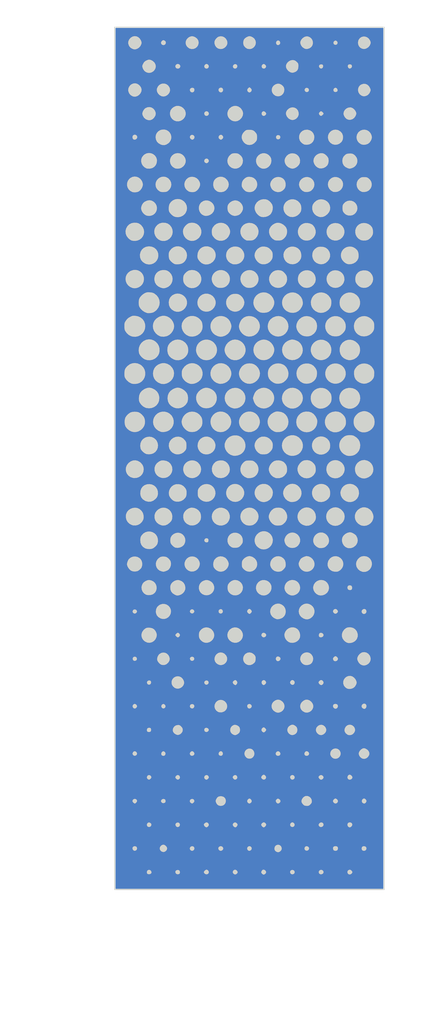
<source format=kicad_pcb>
(kicad_pcb (version 20221018) (generator pcbnew)
  (layers (0 "F.Cu" signal) (31 "B.Cu" signal) (34 "B.Paste" user) (35 "F.Paste" user) (36 "B.SilkS" user "B.Silkscreen") (37 "F.SilkS" user "F.Silkscreen") (38 "B.Mask" user) (39 "F.Mask" user) (44 "Edge.Cuts" user))
  (net 0 "")
  (footprint "AudioJacks:thisonework" (layer "F.Cu") (at 45 50)
    (fp_text reference "G***" hide)
    (fp_text value "LOGO" hide)
    (fp_poly (pts (xy -8.789976 22.763007) (xy -8.738437 22.847893) (xy -8.737315 22.936584) (xy -8.78613 23.010857) (xy -8.796721 23.018926) (xy -8.892543 23.061886) (xy -8.979023 23.046119) (xy -9.035085 23.002863) (xy -9.080979 22.931368) (xy -9.078891 22.858889) (xy -9.032642 22.76291) (xy -8.959506 22.712247) (xy -8.873292 22.711484)) (fill solid) (layer "Edge.Cuts"))
    (fp_poly (pts (xy -8.78068 15.431753) (xy -8.74656 15.498344) (xy -8.741745 15.581818) (xy -8.780892 15.647894) (xy -8.848276 15.689746) (xy -8.928167 15.70055) (xy -9.004839 15.67348) (xy -9.04772 15.629032) (xy -9.076304 15.539) (xy -9.054279 15.453642) (xy -8.988931 15.39221) (xy -8.953064 15.378842) (xy -8.85373 15.378001)) (fill solid) (layer "Edge.Cuts"))
    (fp_poly (pts (xy -7.695814 17.238615) (xy -7.647188 17.30517) (xy -7.638186 17.371678) (xy -7.661694 17.46472) (xy -7.721249 17.5263) (xy -7.800403 17.549301) (xy -7.882703 17.526605) (xy -7.921436 17.494213) (xy -7.964502 17.410265) (xy -7.956959 17.32583) (xy -7.906565 17.256806) (xy -7.821074 17.219094) (xy -7.785835 17.216229)) (fill solid) (layer "Edge.Cuts"))
    (fp_poly (pts (xy -4.407157 15.38286) (xy -4.331388 15.425805) (xy -4.298727 15.472984) (xy -4.284712 15.559633) (xy -4.316083 15.631603) (xy -4.378008 15.681182) (xy -4.455655 15.700656) (xy -4.534192 15.682314) (xy -4.59382 15.626425) (xy -4.625366 15.544737) (xy -4.622776 15.489996) (xy -4.572627 15.415994) (xy -4.494162 15.379936)) (fill solid) (layer "Edge.Cuts"))
    (fp_poly (pts (xy -4.340976 -28.716088) (xy -4.288576 -28.658092) (xy -4.273747 -28.563079) (xy -4.297803 -28.465265) (xy -4.35934 -28.400252) (xy -4.442414 -28.374989) (xy -4.531079 -28.39642) (xy -4.57685 -28.431026) (xy -4.629145 -28.516995) (xy -4.62967 -28.604389) (xy -4.585144 -28.678694) (xy -4.502285 -28.725395) (xy -4.436551 -28.734129)) (fill solid) (layer "Edge.Cuts"))
    (fp_poly (pts (xy -3.282291 -26.906282) (xy -3.205203 -26.859826) (xy -3.158731 -26.77879) (xy -3.152267 -26.728385) (xy -3.177757 -26.640447) (xy -3.242038 -26.579812) (xy -3.32683 -26.553543) (xy -3.413852 -26.568704) (xy -3.465828 -26.607219) (xy -3.509397 -26.6935) (xy -3.506952 -26.788285) (xy -3.460561 -26.86535) (xy -3.373056 -26.910631)) (fill solid) (layer "Edge.Cuts"))
    (fp_poly (pts (xy -3.281538 17.225098) (xy -3.205858 17.276888) (xy -3.196004 17.29039) (xy -3.16845 17.37515) (xy -3.188038 17.452926) (xy -3.241374 17.513479) (xy -3.315066 17.546568) (xy -3.395722 17.541955) (xy -3.464497 17.495683) (xy -3.510747 17.408468) (xy -3.501018 17.32075) (xy -3.460561 17.266393) (xy -3.373273 17.22098)) (fill solid) (layer "Edge.Cuts"))
    (fp_poly (pts (xy 0.0397 26.38112) (xy 0.114843 26.438897) (xy 0.115957 26.44008) (xy 0.172942 26.531857) (xy 0.169385 26.622267) (xy 0.12006 26.697626) (xy 0.036112 26.754934) (xy -0.050227 26.751993) (xy -0.121241 26.703342) (xy -0.174083 26.614728) (xy -0.169341 26.52031) (xy -0.11171 26.435833) (xy -0.03142 26.38018)) (fill solid) (layer "Edge.Cuts"))
    (fp_poly (pts (xy 0.042816 30.072069) (xy 0.114433 30.110329) (xy 0.163054 30.174758) (xy 0.177935 30.254383) (xy 0.148331 30.338232) (xy 0.121241 30.370883) (xy 0.03508 30.422476) (xy -0.056733 30.423034) (xy -0.131699 30.376074) (xy -0.175268 30.289793) (xy -0.172823 30.195009) (xy -0.126432 30.117944) (xy -0.041054 30.07095)) (fill solid) (layer "Edge.Cuts"))
    (fp_poly (pts (xy 2.313319 -32.376235) (xy 2.367782 -32.312524) (xy 2.390847 -32.229425) (xy 2.376901 -32.145828) (xy 2.327146 -32.085131) (xy 2.234085 -32.042208) (xy 2.154982 -32.05667) (xy 2.111261 -32.093377) (xy 2.068022 -32.177762) (xy 2.070478 -32.267868) (xy 2.111614 -32.34594) (xy 2.184415 -32.394226) (xy 2.233071 -32.40167)) (fill solid) (layer "Edge.Cuts"))
    (fp_poly (pts (xy 2.327394 -25.045311) (xy 2.386301 -24.981672) (xy 2.402088 -24.894573) (xy 2.376655 -24.810701) (xy 2.312783 -24.754468) (xy 2.229118 -24.733105) (xy 2.144304 -24.753842) (xy 2.108728 -24.780804) (xy 2.062261 -24.862196) (xy 2.064566 -24.948068) (xy 2.108436 -25.02073) (xy 2.186665 -25.062494) (xy 2.225159 -25.066587)) (fill solid) (layer "Edge.Cuts"))
    (fp_poly (pts (xy 3.42658 24.5759) (xy 3.48679 24.63785) (xy 3.513914 24.719444) (xy 3.501835 24.802963) (xy 3.448626 24.867852) (xy 3.352279 24.910883) (xy 3.265626 24.895068) (xy 3.212888 24.854416) (xy 3.161852 24.768799) (xy 3.16143 24.680035) (xy 3.204818 24.604424) (xy 3.285214 24.558265) (xy 3.339395 24.551313)) (fill solid) (layer "Edge.Cuts"))
    (fp_poly (pts (xy 3.434959 31.931653) (xy 3.498201 32.001119) (xy 3.51599 32.087041) (xy 3.490565 32.170637) (xy 3.426464 32.227152) (xy 3.341947 32.250318) (xy 3.255273 32.233867) (xy 3.20243 32.19469) (xy 3.156135 32.107327) (xy 3.161154 32.020162) (xy 3.210239 31.949051) (xy 3.296141 31.909851) (xy 3.334129 31.906603)) (fill solid) (layer "Edge.Cuts"))
    (fp_poly (pts (xy 7.854716 31.905213) (xy 7.927511 31.960794) (xy 7.988175 32.039302) (xy 7.994781 32.10854) (xy 7.948866 32.183507) (xy 7.857994 32.252036) (xy 7.757151 32.261535) (xy 7.698806 32.241182) (xy 7.635618 32.180139) (xy 7.609103 32.09334) (xy 7.621157 32.003836) (xy 7.673582 31.934742) (xy 7.768317 31.891257)) (fill solid) (layer "Edge.Cuts"))
    (fp_poly (pts (xy -8.830156 30.083953) (xy -8.776986 30.115411) (xy -8.734809 30.194701) (xy -8.735137 30.287057) (xy -8.776058 30.366412) (xy -8.796721 30.38432) (xy -8.893067 30.42735) (xy -8.97972 30.411536) (xy -9.032458 30.370883) (xy -9.085478 30.284096) (xy -9.087776 30.195245) (xy -9.045672 30.120132) (xy -8.965488 30.074559) (xy -8.911217 30.067781)) (fill solid) (layer "Edge.Cuts"))
    (fp_poly (pts (xy -7.717608 31.920926) (xy -7.647308 31.982517) (xy -7.610288 32.076472) (xy -7.607876 32.110452) (xy -7.634369 32.176869) (xy -7.701451 32.223769) (xy -7.790528 32.244752) (xy -7.883004 32.233418) (xy -7.918556 32.217382) (xy -7.963129 32.160596) (xy -7.973652 32.078289) (xy -7.951726 31.993965) (xy -7.899033 31.931178) (xy -7.806434 31.900785)) (fill solid) (layer "Edge.Cuts"))
    (fp_poly (pts (xy -6.656144 19.045896) (xy -6.611722 19.067904) (xy -6.544116 19.133433) (xy -6.518881 19.21803) (xy -6.538136 19.301317) (xy -6.582368 19.350191) (xy -6.656819 19.391439) (xy -6.718464 19.388644) (xy -6.782755 19.351384) (xy -6.840206 19.279667) (xy -6.849275 19.192662) (xy -6.810829 19.110434) (xy -6.770851 19.075235) (xy -6.70788 19.041861)) (fill solid) (layer "Edge.Cuts"))
    (fp_poly (pts (xy -5.488939 31.924777) (xy -5.483169 31.92747) (xy -5.425548 31.983947) (xy -5.397971 32.066357) (xy -5.403766 32.150564) (xy -5.4441 32.210894) (xy -5.53403 32.246054) (xy -5.631476 32.24003) (xy -5.708787 32.19469) (xy -5.752954 32.109211) (xy -5.749775 32.017955) (xy -5.735136 31.986801) (xy -5.670257 31.93389) (xy -5.578475 31.910927)) (fill solid) (layer "Edge.Cuts"))
    (fp_poly (pts (xy -5.477095 -30.561191) (xy -5.425537 -30.522434) (xy -5.372242 -30.438695) (xy -5.378018 -30.349216) (xy -5.412101 -30.286696) (xy -5.481688 -30.234289) (xy -5.574587 -30.218993) (xy -5.665405 -30.241829) (xy -5.708787 -30.274761) (xy -5.755595 -30.3599) (xy -5.753402 -30.443048) (xy -5.713332 -30.514477) (xy -5.646508 -30.564462) (xy -5.564054 -30.583275)) (fill solid) (layer "Edge.Cuts"))
    (fp_poly (pts (xy -5.468198 28.260923) (xy -5.413369 28.336118) (xy -5.401168 28.390282) (xy -5.415722 28.484431) (xy -5.469366 28.551153) (xy -5.545876 28.584338) (xy -5.629024 28.577872) (xy -5.702586 28.525643) (xy -5.715124 28.508555) (xy -5.753346 28.409219) (xy -5.73519 28.322215) (xy -5.662819 28.256686) (xy -5.654598 28.252572) (xy -5.553045 28.230664)) (fill solid) (layer "Edge.Cuts"))
    (fp_poly (pts (xy -4.349336 11.739053) (xy -4.314137 11.77903) (xy -4.280763 11.841996) (xy -4.284795 11.893722) (xy -4.306817 11.938159) (xy -4.375083 12.008011) (xy -4.462559 12.027778) (xy -4.550928 11.994985) (xy -4.575014 11.97439) (xy -4.62777 11.903448) (xy -4.62821 11.835576) (xy -4.590286 11.767126) (xy -4.518569 11.709676) (xy -4.431564 11.700606)) (fill solid) (layer "Edge.Cuts"))
    (fp_poly (pts (xy -4.347483 19.080401) (xy -4.294058 19.141778) (xy -4.277763 19.221331) (xy -4.30783 19.306057) (xy -4.334368 19.337948) (xy -4.397252 19.385761) (xy -4.462986 19.391674) (xy -4.536297 19.3683) (xy -4.603695 19.313895) (xy -4.63074 19.234931) (xy -4.617929 19.151633) (xy -4.565763 19.084229) (xy -4.528791 19.064169) (xy -4.428804 19.050197)) (fill solid) (layer "Edge.Cuts"))
    (fp_poly (pts (xy -3.298148 20.894395) (xy -3.217231 20.938584) (xy -3.185326 20.978787) (xy -3.157772 21.042131) (xy -3.166569 21.093789) (xy -3.192657 21.137916) (xy -3.26458 21.199803) (xy -3.356205 21.217807) (xy -3.444353 21.189269) (xy -3.46836 21.169554) (xy -3.510201 21.089577) (xy -3.506321 20.997502) (xy -3.466723 20.929765) (xy -3.389148 20.89009)) (fill solid) (layer "Edge.Cuts"))
    (fp_poly (pts (xy -2.182122 11.690812) (xy -2.123269 11.728521) (xy -2.070104 11.813462) (xy -2.065988 11.898277) (xy -2.100866 11.971086) (xy -2.16468 12.020004) (xy -2.247374 12.033151) (xy -2.338892 11.998643) (xy -2.347041 11.992923) (xy -2.389845 11.929026) (xy -2.400001 11.842949) (xy -2.375892 11.764588) (xy -2.360412 11.745774) (xy -2.27028 11.690353)) (fill solid) (layer "Edge.Cuts"))
    (fp_poly (pts (xy -2.125244 30.094881) (xy -2.056494 30.164523) (xy -2.030788 30.256387) (xy -2.057066 30.32918) (xy -2.121536 30.393118) (xy -2.202649 30.429047) (xy -2.227804 30.431504) (xy -2.306207 30.410423) (xy -2.364201 30.370883) (xy -2.416869 30.284826) (xy -2.417455 30.197848) (xy -2.372637 30.123942) (xy -2.289091 30.077099) (xy -2.219559 30.067781)) (fill solid) (layer "Edge.Cuts"))
    (fp_poly (pts (xy -2.113061 -28.712439) (xy -2.062166 -28.645961) (xy -2.045319 -28.560662) (xy -2.070026 -28.470106) (xy -2.110714 -28.41605) (xy -2.190467 -28.374525) (xy -2.284904 -28.389683) (xy -2.310786 -28.402936) (xy -2.381968 -28.473167) (xy -2.406628 -28.561164) (xy -2.386073 -28.648714) (xy -2.321608 -28.717601) (xy -2.286984 -28.734676) (xy -2.190502 -28.746532)) (fill solid) (layer "Edge.Cuts"))
    (fp_poly (pts (xy -1.06348 28.235185) (xy -0.97866 28.293546) (xy -0.962467 28.313296) (xy -0.924732 28.372895) (xy -0.922993 28.42155) (xy -0.950771 28.483907) (xy -1.018042 28.576877) (xy -1.092929 28.609744) (xy -1.175942 28.582609) (xy -1.228944 28.53849) (xy -1.291538 28.44692) (xy -1.293602 28.35804) (xy -1.240885 28.277639) (xy -1.155913 28.22924)) (fill solid) (layer "Edge.Cuts"))
    (fp_poly (pts (xy -1.025975 24.576334) (xy -0.967678 24.639207) (xy -0.942142 24.721651) (xy -0.955376 24.805382) (xy -1.006983 24.867852) (xy -1.096839 24.910286) (xy -1.175146 24.896273) (xy -1.237437 24.844884) (xy -1.284282 24.77978) (xy -1.303341 24.723643) (xy -1.277434 24.653787) (xy -1.214463 24.590681) (xy -1.136561 24.554154) (xy -1.111022 24.551313)) (fill solid) (layer "Edge.Cuts"))
    (fp_poly (pts (xy -1.000482 -30.533518) (xy -0.949366 -30.46135) (xy -0.939618 -30.405192) (xy -0.963441 -30.312294) (xy -1.02384 -30.248895) (xy -1.104209 -30.22061) (xy -1.187942 -30.233054) (xy -1.258434 -30.291843) (xy -1.261477 -30.296349) (xy -1.290591 -30.388033) (xy -1.265272 -30.476161) (xy -1.190696 -30.546167) (xy -1.168633 -30.55749) (xy -1.079575 -30.569557)) (fill solid) (layer "Edge.Cuts"))
    (fp_poly (pts (xy 0.053616 19.049565) (xy 0.131365 19.105087) (xy 0.150595 19.133354) (xy 0.179951 19.199465) (xy 0.173865 19.253424) (xy 0.150606 19.30006) (xy 0.084565 19.369786) (xy 0.000156 19.396624) (xy -0.083087 19.378313) (xy -0.133485 19.332907) (xy -0.177316 19.231147) (xy -0.165204 19.137721) (xy -0.123922 19.082736) (xy -0.038312 19.040856)) (fill solid) (layer "Edge.Cuts"))
    (fp_poly (pts (xy 1.144658 -30.572488) (xy 1.203444 -30.533755) (xy 1.27876 -30.457933) (xy 1.296315 -30.380511) (xy 1.259686 -30.293617) (xy 1.189167 -30.234264) (xy 1.099554 -30.220666) (xy 1.013004 -30.254152) (xy 0.987509 -30.277272) (xy 0.945789 -30.362784) (xy 0.954312 -30.454836) (xy 1.009308 -30.532451) (xy 1.036737 -30.551166) (xy 1.097353 -30.578671)) (fill solid) (layer "Edge.Cuts"))
    (fp_poly (pts (xy 2.269148 22.712634) (xy 2.352823 22.771248) (xy 2.362531 22.782925) (xy 2.406795 22.877134) (xy 2.392828 22.966407) (xy 2.340191 23.028222) (xy 2.255016 23.062352) (xy 2.159024 23.05611) (xy 2.081689 23.011489) (xy 2.080951 23.01068) (xy 2.035375 22.923118) (xy 2.049199 22.831043) (xy 2.092589 22.768723) (xy 2.178781 22.711602)) (fill solid) (layer "Edge.Cuts"))
    (fp_poly (pts (xy 2.311529 15.385526) (xy 2.381954 15.440314) (xy 2.409197 15.487067) (xy 2.410651 15.573328) (xy 2.369067 15.648576) (xy 2.299688 15.702681) (xy 2.217759 15.725515) (xy 2.138524 15.706951) (xy 2.110714 15.685382) (xy 2.052197 15.592111) (xy 2.048004 15.494945) (xy 2.096171 15.408854) (xy 2.152449 15.367078) (xy 2.226825 15.357281)) (fill solid) (layer "Edge.Cuts"))
    (fp_poly (pts (xy 4.502172 -28.721406) (xy 4.580821 -28.677764) (xy 4.619013 -28.608063) (xy 4.619187 -28.529086) (xy 4.583779 -28.457613) (xy 4.515224 -28.410423) (xy 4.455608 -28.400716) (xy 4.366186 -28.424634) (xy 4.315611 -28.477733) (xy 4.282879 -28.547809) (xy 4.292337 -28.613326) (xy 4.299495 -28.630135) (xy 4.356309 -28.706896) (xy 4.437588 -28.730786)) (fill solid) (layer "Edge.Cuts"))
    (fp_poly (pts (xy 4.525546 30.089507) (xy 4.598983 30.143912) (xy 4.636149 30.214831) (xy 4.63747 30.230413) (xy 4.611995 30.325781) (xy 4.54689 30.39173) (xy 4.459135 30.419356) (xy 4.365711 30.399754) (xy 4.341945 30.385371) (xy 4.28613 30.315548) (xy 4.27394 30.230624) (xy 4.299969 30.148878) (xy 4.358812 30.088589) (xy 4.435874 30.067781)) (fill solid) (layer "Edge.Cuts"))
    (fp_poly (pts (xy 5.651971 31.919762) (xy 5.723349 31.977222) (xy 5.758013 32.063049) (xy 5.75895 32.08088) (xy 5.733478 32.164344) (xy 5.66902 32.222101) (xy 5.583514 32.249291) (xy 5.494899 32.241051) (xy 5.421113 32.192522) (xy 5.408567 32.175828) (xy 5.376533 32.081732) (xy 5.403181 31.993749) (xy 5.471817 31.928541) (xy 5.562064 31.900319)) (fill solid) (layer "Edge.Cuts"))
    (fp_poly (pts (xy 5.678588 -30.527415) (xy 5.692267 -30.516372) (xy 5.72458 -30.446681) (xy 5.72132 -30.358684) (xy 5.684731 -30.281455) (xy 5.67321 -30.269495) (xy 5.590738 -30.223912) (xy 5.509012 -30.238668) (xy 5.455847 -30.279952) (xy 5.402911 -30.3651) (xy 5.406538 -30.450943) (xy 5.442857 -30.505114) (xy 5.513844 -30.542684) (xy 5.602583 -30.550576)) (fill solid) (layer "Edge.Cuts"))
    (fp_poly (pts (xy 6.726624 -32.387423) (xy 6.770851 -32.361281) (xy 6.836417 -32.28899) (xy 6.845131 -32.197377) (xy 6.818742 -32.126885) (xy 6.763925 -32.080529) (xy 6.683207 -32.065766) (xy 6.602219 -32.082263) (xy 6.546589 -32.129685) (xy 6.54618 -32.130442) (xy 6.521198 -32.22991) (xy 6.552091 -32.317442) (xy 6.611722 -32.368544) (xy 6.675033 -32.396155)) (fill solid) (layer "Edge.Cuts"))
    (fp_poly (pts (xy 6.763445 -28.710018) (xy 6.818207 -28.649917) (xy 6.846719 -28.572175) (xy 6.842735 -28.495141) (xy 6.800011 -28.437163) (xy 6.791491 -28.432092) (xy 6.687544 -28.402381) (xy 6.59533 -28.424386) (xy 6.564337 -28.448346) (xy 6.522865 -28.525752) (xy 6.528188 -28.610582) (xy 6.572277 -28.684386) (xy 6.647107 -28.728713) (xy 6.688679 -28.734129)) (fill solid) (layer "Edge.Cuts"))
    (fp_poly (pts (xy 7.862998 24.545751) (xy 7.935762 24.605959) (xy 7.988353 24.680575) (xy 8.001909 24.731797) (xy 7.975727 24.815831) (xy 7.909501 24.877197) (xy 7.821713 24.909025) (xy 7.730845 24.904445) (xy 7.658039 24.859606) (xy 7.61611 24.775779) (xy 7.617608 24.682151) (xy 7.655462 24.596715) (xy 7.7226 24.537465) (xy 7.791115 24.521003)) (fill solid) (layer "Edge.Cuts"))
    (fp_poly (pts (xy 7.902817 -30.528843) (xy 7.940222 -30.494116) (xy 7.969568 -30.399316) (xy 7.942803 -30.317398) (xy 7.910978 -30.279952) (xy 7.826947 -30.226727) (xy 7.744521 -30.232423) (xy 7.688349 -30.274761) (xy 7.647498 -30.353295) (xy 7.641589 -30.442414) (xy 7.672231 -30.513955) (xy 7.674558 -30.516372) (xy 7.740323 -30.548316) (xy 7.825492 -30.551712)) (fill solid) (layer "Edge.Cuts"))
    (fp_poly (pts (xy 9.003611 30.09011) (xy 9.071454 30.153991) (xy 9.093079 30.24711) (xy 9.067333 30.34017) (xy 9.000787 30.404133) (xy 8.909475 30.430987) (xy 8.809432 30.412719) (xy 8.785781 30.400659) (xy 8.731189 30.337439) (xy 8.712804 30.247671) (xy 8.734624 30.15616) (xy 8.743826 30.140347) (xy 8.804361 30.08398) (xy 8.894596 30.067781)) (fill solid) (layer "Edge.Cuts"))
    (fp_poly (pts (xy 9.005387 11.698118) (xy 9.067439 11.762003) (xy 9.093027 11.861307) (xy 9.093079 11.866468) (xy 9.069025 11.961782) (xy 9.007659 12.030379) (xy 8.925171 12.064457) (xy 8.837753 12.056213) (xy 8.778971 12.01784) (xy 8.718186 11.925012) (xy 8.717587 11.829671) (xy 8.751887 11.764317) (xy 8.832466 11.694741) (xy 8.922014 11.674186)) (fill solid) (layer "Edge.Cuts"))
    (fp_poly (pts (xy -8.863368 -25.093248) (xy -8.786645 -25.054972) (xy -8.732532 -24.989322) (xy -8.712775 -24.906537) (xy -8.739123 -24.816851) (xy -8.751887 -24.79773) (xy -8.829867 -24.731437) (xy -8.921833 -24.707753) (xy -9.008045 -24.729462) (xy -9.041585 -24.756823) (xy -9.083817 -24.840754) (xy -9.088558 -24.939445) (xy -9.056177 -25.025789) (xy -9.037649 -25.046734) (xy -8.950952 -25.093914)) (fill solid) (layer "Edge.Cuts"))
    (fp_poly (pts (xy -7.766946 28.235103) (xy -7.728553 28.249399) (xy -7.646013 28.310038) (xy -7.615658 28.394787) (xy -7.641205 28.491345) (xy -7.650699 28.507023) (xy -7.721575 28.566313) (xy -7.813183 28.582757) (xy -7.901003 28.553851) (xy -7.923969 28.534947) (xy -7.967752 28.453286) (xy -7.965197 28.36017) (xy -7.918833 28.280019) (xy -7.895645 28.261416) (xy -7.830344 28.22964)) (fill solid) (layer "Edge.Cuts"))
    (fp_poly (pts (xy -7.709357 24.57909) (xy -7.641589 24.65288) (xy -7.624209 24.694782) (xy -7.624942 24.761766) (xy -7.674106 24.832362) (xy -7.680392 24.838756) (xy -7.755684 24.89935) (xy -7.821621 24.909553) (xy -7.898277 24.871975) (xy -7.904234 24.867852) (xy -7.958483 24.799062) (xy -7.968459 24.714708) (xy -7.940156 24.633114) (xy -7.879566 24.572606) (xy -7.800722 24.551313)) (fill solid) (layer "Edge.Cuts"))
    (fp_poly (pts (xy -7.688238 20.909101) (xy -7.674559 20.920143) (xy -7.648471 20.974881) (xy -7.638186 21.050478) (xy -7.656005 21.14876) (xy -7.713267 21.202384) (xy -7.804893 21.217184) (xy -7.883376 21.206094) (xy -7.935227 21.180812) (xy -7.966529 21.112933) (xy -7.966426 21.024546) (xy -7.936294 20.946136) (xy -7.923969 20.931402) (xy -7.852982 20.893832) (xy -7.764243 20.885939)) (fill solid) (layer "Edge.Cuts"))
    (fp_poly (pts (xy -6.609182 -32.40231) (xy -6.52525 -32.340059) (xy -6.491313 -32.251078) (xy -6.511639 -32.148436) (xy -6.520569 -32.130978) (xy -6.588388 -32.06399) (xy -6.679531 -32.04097) (xy -6.773359 -32.06415) (xy -6.819858 -32.098617) (xy -6.869722 -32.184632) (xy -6.86423 -32.277303) (xy -6.805132 -32.362939) (xy -6.783852 -32.380417) (xy -6.718766 -32.419743) (xy -6.661167 -32.42078)) (fill solid) (layer "Edge.Cuts"))
    (fp_poly (pts (xy -6.580785 26.428711) (xy -6.578826 26.429747) (xy -6.531075 26.484902) (xy -6.514234 26.565735) (xy -6.528631 26.646606) (xy -6.574596 26.701875) (xy -6.575335 26.702275) (xy -6.683082 26.733794) (xy -6.778351 26.712504) (xy -6.84004 26.654383) (xy -6.873414 26.591418) (xy -6.869382 26.539692) (xy -6.84736 26.495255) (xy -6.778134 26.427162) (xy -6.682682 26.403372)) (fill solid) (layer "Edge.Cuts"))
    (fp_poly (pts (xy -4.377702 22.728845) (xy -4.311047 22.79403) (xy -4.275465 22.876656) (xy -4.273747 22.897685) (xy -4.299574 22.97885) (xy -4.364408 23.035476) (xy -4.449275 23.060726) (xy -4.535204 23.047764) (xy -4.587307 23.01068) (xy -4.627262 22.940396) (xy -4.63747 22.889439) (xy -4.612189 22.810727) (xy -4.550685 22.741602) (xy -4.474472 22.704191) (xy -4.455609 22.702387)) (fill solid) (layer "Edge.Cuts"))
    (fp_poly (pts (xy -4.377436 26.417391) (xy -4.32391 26.455669) (xy -4.278389 26.542017) (xy -4.291805 26.629027) (xy -4.35361 26.701142) (xy -4.416958 26.74738) (xy -4.459863 26.759131) (xy -4.508754 26.740351) (xy -4.531384 26.727743) (xy -4.607025 26.667622) (xy -4.63561 26.590938) (xy -4.637006 26.564066) (xy -4.611928 26.483428) (xy -4.547834 26.427786) (xy -4.463434 26.403614)) (fill solid) (layer "Edge.Cuts"))
    (fp_poly (pts (xy -4.377309 -25.069564) (xy -4.348039 -25.053247) (xy -4.281607 -24.979081) (xy -4.265947 -24.887968) (xy -4.301547 -24.796822) (xy -4.339442 -24.755907) (xy -4.409029 -24.71128) (xy -4.473184 -24.712899) (xy -4.552488 -24.761686) (xy -4.557607 -24.765684) (xy -4.61825 -24.842204) (xy -4.630433 -24.925092) (xy -4.603294 -25.001809) (xy -4.545968 -25.059819) (xy -4.467594 -25.086583)) (fill solid) (layer "Edge.Cuts"))
    (fp_poly (pts (xy -4.352159 30.093756) (xy -4.291039 30.164652) (xy -4.273747 30.250089) (xy -4.300658 30.336956) (xy -4.367803 30.404205) (xy -4.454798 30.431501) (xy -4.455609 30.431504) (xy -4.515092 30.414919) (xy -4.570106 30.38432) (xy -4.626747 30.314796) (xy -4.636755 30.232059) (xy -4.606438 30.152431) (xy -4.5421 30.092235) (xy -4.450048 30.067793) (xy -4.44781 30.067781)) (fill solid) (layer "Edge.Cuts"))
    (fp_poly (pts (xy -3.297429 -30.575062) (xy -3.250776 -30.551788) (xy -3.181194 -30.485503) (xy -3.157009 -30.402287) (xy -3.173978 -30.319064) (xy -3.227858 -30.252755) (xy -3.314406 -30.22028) (xy -3.334129 -30.219331) (xy -3.416061 -30.240444) (xy -3.468099 -30.277272) (xy -3.50998 -30.362882) (xy -3.50127 -30.454809) (xy -3.445749 -30.532559) (xy -3.417482 -30.551788) (xy -3.351377 -30.581144)) (fill solid) (layer "Edge.Cuts"))
    (fp_poly (pts (xy -3.256563 31.912886) (xy -3.189354 31.978193) (xy -3.153851 32.061081) (xy -3.152267 32.081248) (xy -3.177372 32.168595) (xy -3.241544 32.22678) (xy -3.328072 32.250375) (xy -3.420242 32.233955) (xy -3.48568 32.189499) (xy -3.530681 32.128958) (xy -3.546301 32.082035) (xy -3.522072 32.020666) (xy -3.463497 31.954589) (xy -3.391743 31.90345) (xy -3.335507 31.886396)) (fill solid) (layer "Edge.Cuts"))
    (fp_poly (pts (xy -2.143375 22.729271) (xy -2.087002 22.796303) (xy -2.061341 22.88305) (xy -2.061098 22.892048) (xy -2.085588 22.98586) (xy -2.14862 23.045405) (xy -2.234538 23.06357) (xy -2.327686 23.033241) (xy -2.345257 23.021146) (xy -2.391942 22.953814) (xy -2.395115 22.870776) (xy -2.361979 22.789529) (xy -2.299742 22.727569) (xy -2.215607 22.702395) (xy -2.213989 22.702387)) (fill solid) (layer "Edge.Cuts"))
    (fp_poly (pts (xy -1.061991 31.897931) (xy -0.978279 31.958726) (xy -0.972129 31.96626) (xy -0.920737 32.047049) (xy -0.916643 32.111373) (xy -0.958932 32.179517) (xy -0.962351 32.183507) (xy -1.049708 32.252361) (xy -1.140407 32.26069) (xy -1.222803 32.21814) (xy -1.288689 32.13554) (xy -1.297971 32.043553) (xy -1.249755 31.954339) (xy -1.242721 31.947017) (xy -1.154298 31.893733)) (fill solid) (layer "Edge.Cuts"))
    (fp_poly (pts (xy 0.083353 -28.714316) (xy 0.144203 -28.648674) (xy 0.175853 -28.575857) (xy 0.17612 -28.573838) (xy 0.159965 -28.489028) (xy 0.10391 -28.415098) (xy 0.026469 -28.373432) (xy 0 -28.370405) (xy -0.065423 -28.390967) (xy -0.123077 -28.432862) (xy -0.171601 -28.517731) (xy -0.16523 -28.609935) (xy -0.105905 -28.695725) (xy -0.083353 -28.714316) (xy 0 -28.776275)) (fill solid) (layer "Edge.Cuts"))
    (fp_poly (pts (xy 1.175146 17.204683) (xy 1.237437 17.256071) (xy 1.293345 17.339957) (xy 1.291617 17.418585) (xy 1.231888 17.502587) (xy 1.228943 17.505555) (xy 1.147902 17.566756) (xy 1.076151 17.571738) (xy 1.002115 17.521197) (xy 1.000238 17.519332) (xy 0.949805 17.434663) (xy 0.943118 17.340266) (xy 0.979657 17.258118) (xy 1.006983 17.233103) (xy 1.096839 17.190669)) (fill solid) (layer "Edge.Cuts"))
    (fp_poly (pts (xy 1.179193 -26.891126) (xy 1.247777 -26.832588) (xy 1.294717 -26.761828) (xy 1.303341 -26.72412) (xy 1.277433 -26.654264) (xy 1.214463 -26.591158) (xy 1.13656 -26.554631) (xy 1.111022 -26.55179) (xy 1.03481 -26.573632) (xy 0.989781 -26.607219) (xy 0.946625 -26.691477) (xy 0.949005 -26.781552) (xy 0.989931 -26.859661) (xy 1.062409 -26.908023) (xy 1.111005 -26.915513)) (fill solid) (layer "Edge.Cuts"))
    (fp_poly (pts (xy 2.297365 26.41218) (xy 2.381318 26.481405) (xy 2.413251 26.565993) (xy 2.392831 26.651736) (xy 2.319726 26.724423) (xy 2.304878 26.732957) (xy 2.218024 26.761572) (xy 2.146482 26.73787) (xy 2.09226 26.682385) (xy 2.042668 26.58773) (xy 2.052646 26.503056) (xy 2.122611 26.425094) (xy 2.125229 26.423131) (xy 2.184224 26.385526) (xy 2.232203 26.383245)) (fill solid) (layer "Edge.Cuts"))
    (fp_poly (pts (xy 3.370829 28.226848) (xy 3.417482 28.250121) (xy 3.487064 28.316407) (xy 3.511249 28.399622) (xy 3.49428 28.482845) (xy 3.4404 28.549155) (xy 3.353851 28.581629) (xy 3.334129 28.582578) (xy 3.252197 28.561465) (xy 3.200158 28.524638) (xy 3.158278 28.439028) (xy 3.166987 28.347101) (xy 3.222509 28.269351) (xy 3.250775 28.250121) (xy 3.316881 28.220765)) (fill solid) (layer "Edge.Cuts"))
    (fp_poly (pts (xy 3.416891 17.211385) (xy 3.486322 17.275362) (xy 3.515911 17.359218) (xy 3.51599 17.363706) (xy 3.493479 17.469111) (xy 3.43468 17.537813) (xy 3.352693 17.562692) (xy 3.260617 17.536624) (xy 3.232805 17.517663) (xy 3.171669 17.446205) (xy 3.152267 17.380736) (xy 3.175786 17.300127) (xy 3.233302 17.228849) (xy 3.305255 17.188662) (xy 3.327384 17.185919)) (fill solid) (layer "Edge.Cuts"))
    (fp_poly (pts (xy 4.531026 22.729082) (xy 4.601806 22.795257) (xy 4.636627 22.880048) (xy 4.63747 22.894706) (xy 4.611608 22.98006) (xy 4.545579 23.039031) (xy 4.456715 23.064429) (xy 4.362351 23.049067) (xy 4.321217 23.025858) (xy 4.274272 22.959702) (xy 4.269666 22.876243) (xy 4.300488 22.793521) (xy 4.359824 22.729578) (xy 4.440764 22.702453) (xy 4.445151 22.702387)) (fill solid) (layer "Edge.Cuts"))
    (fp_poly (pts (xy 5.637923 13.540484) (xy 5.713195 13.594649) (xy 5.755562 13.670875) (xy 5.75895 13.700239) (xy 5.732275 13.784957) (xy 5.663628 13.846673) (xy 5.570077 13.876141) (xy 5.468688 13.864117) (xy 5.461466 13.861374) (xy 5.407516 13.811293) (xy 5.386263 13.731354) (xy 5.397284 13.64247) (xy 5.440153 13.565554) (xy 5.467962 13.541574) (xy 5.549571 13.519189)) (fill solid) (layer "Edge.Cuts"))
    (fp_poly (pts (xy 5.676738 28.251253) (xy 5.737397 28.312912) (xy 5.75895 28.397737) (xy 5.733932 28.487281) (xy 5.670434 28.550989) (xy 5.585782 28.582992) (xy 5.497307 28.577421) (xy 5.422338 28.528406) (xy 5.4121 28.515213) (xy 5.372454 28.44293) (xy 5.374934 28.381603) (xy 5.421291 28.306991) (xy 5.427737 28.298718) (xy 5.505067 28.239121) (xy 5.593681 28.224978)) (fill solid) (layer "Edge.Cuts"))
    (fp_poly (pts (xy 6.727747 11.680986) (xy 6.811458 11.74178) (xy 6.817609 11.749315) (xy 6.869 11.830104) (xy 6.873094 11.894427) (xy 6.830805 11.962572) (xy 6.827386 11.966562) (xy 6.74003 12.035415) (xy 6.64933 12.043745) (xy 6.566934 12.001195) (xy 6.501048 11.918595) (xy 6.491766 11.826608) (xy 6.539982 11.737394) (xy 6.547017 11.730072) (xy 6.63544 11.676788)) (fill solid) (layer "Edge.Cuts"))
    (fp_poly (pts (xy 6.764722 30.07585) (xy 6.840921 30.118382) (xy 6.856616 30.137875) (xy 6.879473 30.221121) (xy 6.865873 30.314791) (xy 6.825 30.381341) (xy 6.741811 30.42268) (xy 6.643387 30.426865) (xy 6.557271 30.394399) (xy 6.536559 30.376074) (xy 6.495657 30.294783) (xy 6.489525 30.199251) (xy 6.510448 30.137489) (xy 6.575481 30.085377) (xy 6.66824 30.06484)) (fill solid) (layer "Edge.Cuts"))
    (fp_poly (pts (xy 6.796555 19.064178) (xy 6.830266 19.090275) (xy 6.872296 19.173617) (xy 6.86803 19.262625) (xy 6.826762 19.3421) (xy 6.757784 19.396843) (xy 6.67039 19.411654) (xy 6.637947 19.404835) (xy 6.550864 19.352472) (xy 6.498704 19.271404) (xy 6.487286 19.179681) (xy 6.52243 19.095353) (xy 6.534026 19.082476) (xy 6.609923 19.043659) (xy 6.70712 19.037815)) (fill solid) (layer "Edge.Cuts"))
    (fp_poly (pts (xy 7.891646 9.861974) (xy 7.932629 9.889806) (xy 7.971407 9.964881) (xy 7.979285 10.06167) (xy 7.955141 10.149084) (xy 7.942629 10.167478) (xy 7.877128 10.205114) (xy 7.787166 10.212217) (xy 7.700175 10.189593) (xy 7.658039 10.159129) (xy 7.614366 10.070009) (xy 7.616614 9.967138) (xy 7.649051 9.897042) (xy 7.713608 9.853801) (xy 7.803474 9.841882)) (fill solid) (layer "Edge.Cuts"))
    (fp_poly (pts (xy 8.989734 19.028674) (xy 9.057266 19.083991) (xy 9.091507 19.174706) (xy 9.093079 19.20225) (xy 9.071264 19.309413) (xy 9.032458 19.368258) (xy 8.967997 19.417386) (xy 8.90279 19.422531) (xy 8.82079 19.3899) (xy 8.741009 19.321137) (xy 8.708703 19.229456) (xy 8.728953 19.132212) (xy 8.739869 19.113451) (xy 8.815788 19.039571) (xy 8.904159 19.012589)) (fill solid) (layer "Edge.Cuts"))
    (fp_poly (pts (xy -8.861824 26.405901) (xy -8.784249 26.445745) (xy -8.736587 26.518286) (xy -8.729356 26.56691) (xy -8.751243 26.627727) (xy -8.803531 26.695181) (xy -8.866162 26.747538) (xy -8.911217 26.763962) (xy -8.948019 26.74691) (xy -9.007715 26.705428) (xy -9.013216 26.701142) (xy -9.07754 26.621702) (xy -9.088093 26.535371) (xy -9.04353 26.455949) (xy -9.037649 26.450402) (xy -8.952046 26.405278)) (fill solid) (layer "Edge.Cuts"))
    (fp_poly (pts (xy -8.835699 19.060503) (xy -8.768165 19.122432) (xy -8.731183 19.198062) (xy -8.729356 19.216707) (xy -8.75394 19.28993) (xy -8.812998 19.357268) (xy -8.884486 19.395953) (xy -8.905424 19.398568) (xy -8.975458 19.380632) (xy -9.009851 19.36068) (xy -9.068379 19.28398) (xy -9.080622 19.192424) (xy -9.044439 19.108308) (xy -9.035085 19.098092) (xy -8.968818 19.051529) (xy -8.911217 19.034845)) (fill solid) (layer "Edge.Cuts"))
    (fp_poly (pts (xy -8.827868 11.72768) (xy -8.774506 11.775303) (xy -8.762631 11.794777) (xy -8.734895 11.858015) (xy -8.743484 11.909459) (xy -8.769745 11.953906) (xy -8.841849 12.018692) (xy -8.92864 12.034556) (xy -9.011045 12.001148) (xy -9.049343 11.959014) (xy -9.080345 11.896253) (xy -9.073671 11.83783) (xy -9.057211 11.799885) (xy -9.014677 11.739) (xy -8.951239 11.716573) (xy -8.911971 11.714917)) (fill solid) (layer "Edge.Cuts"))
    (fp_poly (pts (xy -6.656144 22.713437) (xy -6.611722 22.735446) (xy -6.545834 22.799166) (xy -6.520812 22.881117) (xy -6.533191 22.964072) (xy -6.579509 23.030802) (xy -6.656304 23.064079) (xy -6.678001 23.065188) (xy -6.7582 23.050105) (xy -6.797077 23.033372) (xy -6.842863 22.97594) (xy -6.852598 22.893622) (xy -6.828294 22.808714) (xy -6.771962 22.743512) (xy -6.770851 22.742777) (xy -6.70788 22.709403)) (fill solid) (layer "Edge.Cuts"))
    (fp_poly (pts (xy -5.481583 24.576334) (xy -5.423287 24.639207) (xy -5.397751 24.721651) (xy -5.410985 24.805382) (xy -5.462592 24.867852) (xy -5.534875 24.907498) (xy -5.596202 24.905018) (xy -5.670814 24.858661) (xy -5.679087 24.852216) (xy -5.734471 24.792222) (xy -5.758892 24.733253) (xy -5.75895 24.730975) (xy -5.732733 24.655298) (xy -5.668575 24.589292) (xy -5.588215 24.553266) (xy -5.566631 24.551313)) (fill solid) (layer "Edge.Cuts"))
    (fp_poly (pts (xy -3.291907 6.195802) (xy -3.261175 6.206803) (xy -3.203444 6.248718) (xy -3.183371 6.316741) (xy -3.182578 6.343288) (xy -3.192928 6.423802) (xy -3.217932 6.479278) (xy -3.21895 6.480334) (xy -3.289076 6.512868) (xy -3.377389 6.508857) (xy -3.455671 6.470762) (xy -3.468263 6.458586) (xy -3.507618 6.379931) (xy -3.498761 6.301076) (xy -3.452592 6.235269) (xy -3.380008 6.195761)) (fill solid) (layer "Edge.Cuts"))
    (fp_poly (pts (xy -3.246175 24.577973) (xy -3.181651 24.643762) (xy -3.152472 24.727393) (xy -3.152267 24.734635) (xy -3.175724 24.792745) (xy -3.231334 24.856186) (xy -3.296955 24.903323) (xy -3.336916 24.915036) (xy -3.394064 24.898549) (xy -3.448626 24.867852) (xy -3.505321 24.798313) (xy -3.515334 24.715615) (xy -3.484976 24.636033) (xy -3.420559 24.575846) (xy -3.328395 24.551328) (xy -3.325884 24.551313)) (fill solid) (layer "Edge.Cuts"))
    (fp_poly (pts (xy -3.2454 -23.221094) (xy -3.181327 -23.154096) (xy -3.152491 -23.067431) (xy -3.152267 -23.059365) (xy -3.177085 -22.990704) (xy -3.2361 -22.925573) (xy -3.306154 -22.887131) (xy -3.327385 -22.884248) (xy -3.392565 -22.901072) (xy -3.448626 -22.931432) (xy -3.505321 -23.000971) (xy -3.515334 -23.083669) (xy -3.484976 -23.163251) (xy -3.420559 -23.223438) (xy -3.328395 -23.247956) (xy -3.325884 -23.247971)) (fill solid) (layer "Edge.Cuts"))
    (fp_poly (pts (xy -3.212888 28.279475) (xy -3.159604 28.367898) (xy -3.163802 28.460205) (xy -3.224597 28.543917) (xy -3.232131 28.550068) (xy -3.295088 28.596275) (xy -3.339096 28.608337) (xy -3.39269 28.58979) (xy -3.424556 28.573909) (xy -3.490509 28.517082) (xy -3.530026 28.44996) (xy -3.544208 28.386581) (xy -3.524431 28.338603) (xy -3.475796 28.291475) (xy -3.378203 28.230678) (xy -3.291049 28.228126)) (fill solid) (layer "Edge.Cuts"))
    (fp_poly (pts (xy -2.14194 -25.066815) (xy -2.107003 -25.03669) (xy -2.043704 -24.947936) (xy -2.039925 -24.86007) (xy -2.095596 -24.778341) (xy -2.110651 -24.765684) (xy -2.173721 -24.719428) (xy -2.217528 -24.707361) (xy -2.270187 -24.725855) (xy -2.300417 -24.741198) (xy -2.374976 -24.807139) (xy -2.402169 -24.891884) (xy -2.383727 -24.978681) (xy -2.321381 -25.050776) (xy -2.265488 -25.079358) (xy -2.198722 -25.091898)) (fill solid) (layer "Edge.Cuts"))
    (fp_poly (pts (xy 1.144845 24.531591) (xy 1.203444 24.570088) (xy 1.27635 24.65252) (xy 1.296618 24.744374) (xy 1.26231 24.832335) (xy 1.244557 24.852579) (xy 1.155506 24.9068) (xy 1.061297 24.902327) (xy 0.970226 24.839575) (xy 0.969515 24.838821) (xy 0.921982 24.775592) (xy 0.916216 24.71757) (xy 0.926744 24.68063) (xy 0.974654 24.605202) (xy 1.037137 24.552873) (xy 1.097543 24.525375)) (fill solid) (layer "Edge.Cuts"))
    (fp_poly (pts (xy 1.166925 20.876524) (xy 1.231311 20.931636) (xy 1.283611 20.997683) (xy 1.303341 21.050478) (xy 1.280833 21.107718) (xy 1.227045 21.17369) (xy 1.162585 21.227278) (xy 1.11106 21.247494) (xy 1.056792 21.229543) (xy 0.999808 21.19262) (xy 0.942594 21.110507) (xy 0.93204 21.050478) (xy 0.956093 20.966573) (xy 1.015387 20.894521) (xy 1.09063 20.855555) (xy 1.11106 20.853461)) (fill solid) (layer "Edge.Cuts"))
    (fp_poly (pts (xy 1.182314 13.540484) (xy 1.257586 13.594649) (xy 1.299954 13.670875) (xy 1.303341 13.700239) (xy 1.278341 13.783323) (xy 1.215558 13.843979) (xy 1.133318 13.874568) (xy 1.049944 13.867448) (xy 0.994391 13.829058) (xy 0.948384 13.770171) (xy 0.927671 13.738753) (xy 0.925697 13.684904) (xy 0.952938 13.613955) (xy 0.997574 13.553428) (xy 1.012354 13.541574) (xy 1.093962 13.519189)) (fill solid) (layer "Edge.Cuts"))
    (fp_poly (pts (xy 1.193359 31.918629) (xy 1.237437 31.956548) (xy 1.294155 32.047694) (xy 1.290722 32.134557) (xy 1.227277 32.214576) (xy 1.223478 32.217609) (xy 1.139678 32.269501) (xy 1.07103 32.270635) (xy 0.998151 32.220076) (xy 0.983706 32.206032) (xy 0.928062 32.141357) (xy 0.913505 32.085267) (xy 0.937017 32.013083) (xy 0.955551 31.975822) (xy 1.019773 31.905) (xy 1.103667 31.885619)) (fill solid) (layer "Edge.Cuts"))
    (fp_poly (pts (xy 2.332593 29.976604) (xy 2.426623 30.044715) (xy 2.46451 30.096475) (xy 2.510606 30.218557) (xy 2.497213 30.331292) (xy 2.432398 30.429944) (xy 2.326211 30.514334) (xy 2.217091 30.538819) (xy 2.106563 30.506531) (xy 2.00494 30.436807) (xy 1.953041 30.351847) (xy 1.939857 30.247937) (xy 1.964319 30.124719) (xy 2.028952 30.032187) (xy 2.120629 29.97413) (xy 2.226218 29.954339)) (fill solid) (layer "Edge.Cuts"))
    (fp_poly (pts (xy 6.731375 26.387406) (xy 6.796736 26.429769) (xy 6.800566 26.432749) (xy 6.866001 26.515191) (xy 6.874914 26.607261) (xy 6.826418 26.696479) (xy 6.819809 26.703342) (xy 6.730342 26.75578) (xy 6.633495 26.752993) (xy 6.548197 26.697626) (xy 6.502657 26.626639) (xy 6.486396 26.56343) (xy 6.510457 26.499548) (xy 6.568202 26.432195) (xy 6.637974 26.382643) (xy 6.683413 26.369929)) (fill solid) (layer "Edge.Cuts"))
    (fp_poly (pts (xy 6.751119 15.361464) (xy 6.82024 15.420443) (xy 6.869363 15.492279) (xy 6.880429 15.53621) (xy 6.855771 15.625126) (xy 6.793127 15.690269) (xy 6.709497 15.725391) (xy 6.621877 15.724248) (xy 6.547267 15.680592) (xy 6.53358 15.663662) (xy 6.497139 15.587136) (xy 6.486396 15.529466) (xy 6.510424 15.466286) (xy 6.568065 15.399385) (xy 6.637655 15.349925) (xy 6.683413 15.336993)) (fill solid) (layer "Edge.Cuts"))
    (fp_poly (pts (xy 7.918359 28.259846) (xy 7.975136 28.322559) (xy 7.991553 28.405469) (xy 7.988088 28.426076) (xy 7.94441 28.515935) (xy 7.871407 28.584428) (xy 7.789278 28.612849) (xy 7.786379 28.612888) (xy 7.723118 28.592429) (xy 7.668496 28.552268) (xy 7.619432 28.467811) (xy 7.612383 28.370693) (xy 7.647801 28.285524) (xy 7.663305 28.269018) (xy 7.7467 28.225462) (xy 7.836965 28.224942)) (fill solid) (layer "Edge.Cuts"))
    (fp_poly (pts (xy 8.982168 26.395588) (xy 9.047473 26.45794) (xy 9.088145 26.535046) (xy 9.093079 26.568126) (xy 9.069634 26.649333) (xy 9.012216 26.720915) (xy 8.940194 26.761211) (xy 8.917961 26.763962) (xy 8.852781 26.747138) (xy 8.79672 26.716778) (xy 8.740734 26.646429) (xy 8.728576 26.559009) (xy 8.754372 26.472153) (xy 8.812247 26.403497) (xy 8.896329 26.370677) (xy 8.912246 26.369929)) (fill solid) (layer "Edge.Cuts"))
    (fp_poly (pts (xy -6.608153 29.967478) (xy -6.506175 30.037494) (xy -6.502606 30.04061) (xy -6.417231 30.1449) (xy -6.391879 30.253074) (xy -6.426704 30.361893) (xy -6.484065 30.433835) (xy -6.593515 30.50715) (xy -6.711853 30.521879) (xy -6.831696 30.477833) (xy -6.878104 30.443965) (xy -6.950877 30.348586) (xy -6.972708 30.238555) (xy -6.946005 30.128003) (xy -6.873179 30.031063) (xy -6.799069 29.980397) (xy -6.700723 29.949474)) (fill solid) (layer "Edge.Cuts"))
    (fp_poly (pts (xy 0.062126 11.694673) (xy 0.12828 11.755854) (xy 0.173285 11.831271) (xy 0.181861 11.873799) (xy 0.15975 11.930098) (xy 0.107244 11.994806) (xy 0.045089 12.046287) (xy 0 12.063485) (xy -0.036802 12.046432) (xy -0.096498 12.004951) (xy -0.101999 12.000664) (xy -0.162575 11.929573) (xy -0.181862 11.864268) (xy -0.158093 11.783047) (xy -0.099882 11.711725) (xy -0.026876 11.671978) (xy -0.005284 11.669451)) (fill solid) (layer "Edge.Cuts"))
    (fp_poly (pts (xy 5.64661 24.575811) (xy 5.718691 24.636327) (xy 5.757086 24.71339) (xy 5.75895 24.733175) (xy 5.732515 24.811008) (xy 5.667436 24.877696) (xy 5.585052 24.913319) (xy 5.564133 24.915036) (xy 5.48831 24.88959) (xy 5.427737 24.835173) (xy 5.384246 24.768295) (xy 5.364971 24.715728) (xy 5.364916 24.713932) (xy 5.390677 24.6509) (xy 5.453144 24.591982) (xy 5.530096 24.55552) (xy 5.561933 24.551313)) (fill solid) (layer "Edge.Cuts"))
    (fp_poly (pts (xy -1.039754 17.21178) (xy -0.979855 17.274624) (xy -0.943453 17.352346) (xy -0.939618 17.382936) (xy -0.957778 17.449944) (xy -1.001165 17.519521) (xy -1.053136 17.568947) (xy -1.083592 17.579506) (xy -1.125027 17.566705) (xy -1.181597 17.540974) (xy -1.247549 17.484146) (xy -1.287066 17.417024) (xy -1.301248 17.353645) (xy -1.281471 17.305668) (xy -1.232836 17.25854) (xy -1.165379 17.210152) (xy -1.110301 17.186412) (xy -1.104635 17.185919)) (fill solid) (layer "Edge.Cuts"))
    (fp_poly (pts (xy 1.195373 28.244353) (xy 1.264659 28.306503) (xy 1.301696 28.383788) (xy 1.303341 28.402094) (xy 1.280655 28.468754) (xy 1.225778 28.540104) (xy 1.158487 28.594988) (xy 1.106324 28.612888) (xy 1.053229 28.59272) (xy 0.98898 28.543649) (xy 0.983706 28.53849) (xy 0.932653 28.471884) (xy 0.909439 28.410889) (xy 0.909308 28.407378) (xy 0.934723 28.338527) (xy 0.996575 28.271848) (xy 1.073269 28.227048) (xy 1.115855 28.218855)) (fill solid) (layer "Edge.Cuts"))
    (fp_poly (pts (xy 5.615949 -26.894408) (xy 5.680175 -26.844179) (xy 5.734871 -26.784456) (xy 5.758922 -26.734867) (xy 5.75895 -26.733651) (xy 5.736246 -26.68472) (xy 5.682212 -26.625017) (xy 5.617964 -26.574173) (xy 5.564619 -26.551815) (xy 5.563311 -26.55179) (xy 5.508427 -26.5719) (xy 5.455847 -26.61241) (xy 5.410435 -26.678394) (xy 5.395227 -26.733651) (xy 5.418362 -26.803585) (xy 5.473603 -26.870542) (xy 5.539696 -26.91153) (xy 5.563311 -26.915513)) (fill solid) (layer "Edge.Cuts"))
    (fp_poly (pts (xy 5.654135 17.212657) (xy 5.722774 17.279102) (xy 5.757728 17.364604) (xy 5.75895 17.382936) (xy 5.734219 17.468161) (xy 5.67304 17.540261) (xy 5.594936 17.578245) (xy 5.57571 17.579953) (xy 5.512487 17.559402) (xy 5.443383 17.509535) (xy 5.439314 17.505555) (xy 5.388262 17.438948) (xy 5.365048 17.377953) (xy 5.364916 17.374442) (xy 5.390332 17.305591) (xy 5.452183 17.238912) (xy 5.528878 17.194112) (xy 5.571464 17.185919)) (fill solid) (layer "Edge.Cuts"))
    (fp_poly (pts (xy -5.498675 13.54341) (xy -5.436791 13.603178) (xy -5.398908 13.674689) (xy -5.395227 13.700239) (xy -5.418363 13.770173) (xy -5.473603 13.83713) (xy -5.539696 13.878117) (xy -5.563311 13.882101) (xy -5.615402 13.86197) (xy -5.679158 13.812979) (xy -5.684552 13.807703) (xy -5.734907 13.74857) (xy -5.758671 13.703383) (xy -5.75895 13.700239) (xy -5.736246 13.651308) (xy -5.682212 13.591605) (xy -5.617964 13.54076) (xy -5.564619 13.518403) (xy -5.563311 13.518377)) (fill solid) (layer "Edge.Cuts"))
    (fp_poly (pts (xy 5.731256 20.691865) (xy 5.849768 20.78069) (xy 5.911835 20.862685) (xy 5.967528 21.000312) (xy 5.963051 21.133014) (xy 5.898224 21.262264) (xy 5.856329 21.312285) (xy 5.730519 21.411958) (xy 5.595489 21.455486) (xy 5.458626 21.441516) (xy 5.372217 21.400984) (xy 5.251933 21.29701) (xy 5.179747 21.172292) (xy 5.158674 21.037749) (xy 5.191733 20.904299) (xy 5.220943 20.853446) (xy 5.332143 20.735226) (xy 5.461535 20.668987) (xy 5.598209 20.654582)) (fill solid) (layer "Edge.Cuts"))
    (fp_poly (pts (xy 7.864132 20.65477) (xy 7.995207 20.702893) (xy 8.10972 20.799607) (xy 8.153624 20.860761) (xy 8.206506 20.998379) (xy 8.2 21.136247) (xy 8.135155 21.269918) (xy 8.030982 21.38028) (xy 7.920086 21.439483) (xy 7.788323 21.460885) (xy 7.661994 21.441648) (xy 7.623031 21.424295) (xy 7.486354 21.322637) (xy 7.405171 21.201335) (xy 7.38099 21.063909) (xy 7.41005 20.927137) (xy 7.489454 20.791422) (xy 7.599463 20.700087) (xy 7.728287 20.654186)) (fill solid) (layer "Edge.Cuts"))
    (fp_poly (pts (xy 6.846467 22.522282) (xy 6.961062 22.598016) (xy 7.029054 22.682497) (xy 7.08251 22.818207) (xy 7.083549 22.952988) (xy 7.039759 23.07729) (xy 6.958728 23.181562) (xy 6.848044 23.256255) (xy 6.715294 23.291818) (xy 6.568067 23.278701) (xy 6.557674 23.275788) (xy 6.439364 23.21317) (xy 6.344054 23.110848) (xy 6.285788 22.987164) (xy 6.274424 22.905927) (xy 6.299878 22.758838) (xy 6.368256 22.640577) (xy 6.46833 22.554467) (xy 6.588875 22.503832) (xy 6.718662 22.491996)) (fill solid) (layer "Edge.Cuts"))
    (fp_poly (pts (xy 0.102695 22.509258) (xy 0.219353 22.564631) (xy 0.308679 22.655296) (xy 0.365845 22.769906) (xy 0.386023 22.897112) (xy 0.364387 23.025568) (xy 0.296108 23.143928) (xy 0.254986 23.185613) (xy 0.173136 23.246131) (xy 0.091058 23.273038) (xy 0 23.278282) (xy -0.106606 23.270295) (xy -0.186295 23.238429) (xy -0.255644 23.185036) (xy -0.347292 23.070008) (xy -0.388108 22.940681) (xy -0.381913 22.808988) (xy -0.332527 22.686859) (xy -0.24377 22.586227) (xy -0.119462 22.519021) (xy -0.036469 22.500522)) (fill solid) (layer "Edge.Cuts"))
    (fp_poly (pts (xy -6.584991 11.288247) (xy -6.425816 11.339897) (xy -6.287243 11.432559) (xy -6.179087 11.56001) (xy -6.11116 11.716025) (xy -6.092363 11.861559) (xy -6.119404 12.041163) (xy -6.194251 12.195962) (xy -6.307491 12.319877) (xy -6.449711 12.406824) (xy -6.611498 12.450724) (xy -6.783439 12.445495) (xy -6.925895 12.400054) (xy -7.089429 12.295859) (xy -7.202237 12.158991) (xy -7.263189 11.991183) (xy -7.274463 11.866468) (xy -7.24779 11.679496) (xy -7.168526 11.52234) (xy -7.037802 11.396732) (xy -6.925895 11.332882) (xy -6.754955 11.283834)) (fill solid) (layer "Edge.Cuts"))
    (fp_poly (pts (xy -6.582024 -29.055667) (xy -6.441564 -29.005941) (xy -6.318179 -28.91407) (xy -6.221962 -28.780025) (xy -6.180468 -28.676029) (xy -6.165387 -28.529852) (xy -6.201329 -28.389276) (xy -6.278777 -28.263008) (xy -6.388214 -28.159757) (xy -6.52012 -28.08823) (xy -6.66498 -28.057133) (xy -6.813274 -28.075176) (xy -6.830804 -28.081041) (xy -6.97573 -28.158965) (xy -7.0908 -28.271286) (xy -7.1685 -28.405523) (xy -7.201319 -28.549198) (xy -7.187224 -28.67314) (xy -7.112772 -28.833703) (xy -7.004934 -28.952266) (xy -6.873801 -29.028801) (xy -6.729468 -29.063277)) (fill solid) (layer "Edge.Cuts"))
    (fp_poly (pts (xy -5.463168 16.90502) (xy -5.319315 16.965961) (xy -5.285732 16.989447) (xy -5.185905 17.092074) (xy -5.112263 17.219095) (xy -5.074091 17.350526) (xy -5.074916 17.443272) (xy -5.1297 17.592509) (xy -5.225561 17.713487) (xy -5.350688 17.800798) (xy -5.493274 17.84903) (xy -5.641508 17.852775) (xy -5.783582 17.806622) (xy -5.819879 17.784547) (xy -5.949103 17.671639) (xy -6.024907 17.540902) (xy -6.052398 17.407926) (xy -6.039002 17.249204) (xy -5.977762 17.112845) (xy -5.879118 17.004548) (xy -5.75351 16.930012) (xy -5.61138 16.894936)) (fill solid) (layer "Edge.Cuts"))
    (fp_poly (pts (xy -4.384458 -32.723655) (xy -4.235361 -32.668146) (xy -4.213791 -32.656744) (xy -4.070302 -32.550241) (xy -3.980131 -32.417374) (xy -3.945058 -32.261252) (xy -3.947092 -32.190458) (xy -3.989622 -32.031034) (xy -4.076812 -31.900243) (xy -4.197602 -31.803691) (xy -4.340932 -31.746987) (xy -4.495745 -31.735739) (xy -4.65098 -31.775555) (xy -4.707306 -31.804954) (xy -4.841183 -31.916179) (xy -4.924906 -32.050275) (xy -4.95902 -32.196882) (xy -4.94407 -32.345638) (xy -4.8806 -32.486182) (xy -4.769156 -32.608151) (xy -4.661411 -32.677688) (xy -4.521538 -32.726605)) (fill solid) (layer "Edge.Cuts"))
    (fp_poly (pts (xy -2.130224 15.055745) (xy -1.982374 15.116764) (xy -1.919609 15.163669) (xy -1.805189 15.288688) (xy -1.743736 15.422038) (xy -1.727685 15.558267) (xy -1.756147 15.70529) (xy -1.834223 15.839056) (xy -1.950952 15.944033) (xy -2.028312 15.984137) (xy -2.171487 16.026389) (xy -2.297906 16.024394) (xy -2.433236 15.977211) (xy -2.450946 15.968639) (xy -2.586769 15.871727) (xy -2.675618 15.745273) (xy -2.715912 15.599912) (xy -2.706072 15.446277) (xy -2.644517 15.295004) (xy -2.566264 15.192434) (xy -2.435016 15.094151) (xy -2.285387 15.048398)) (fill solid) (layer "Edge.Cuts"))
    (fp_poly (pts (xy -2.089203 -32.711981) (xy -1.946086 -32.645898) (xy -1.827444 -32.537703) (xy -1.744612 -32.393313) (xy -1.727725 -32.341197) (xy -1.710873 -32.189899) (xy -1.748805 -32.050264) (xy -1.827105 -31.931145) (xy -1.957544 -31.815439) (xy -2.110464 -31.749576) (xy -2.273662 -31.736415) (xy -2.434935 -31.778818) (xy -2.448811 -31.785395) (xy -2.576253 -31.879964) (xy -2.668344 -32.012499) (xy -2.717103 -32.166879) (xy -2.715195 -32.323619) (xy -2.669541 -32.439117) (xy -2.584937 -32.555289) (xy -2.479046 -32.651134) (xy -2.403536 -32.694133) (xy -2.245464 -32.730032)) (fill solid) (layer "Edge.Cuts"))
    (fp_poly (pts (xy -2.076538 18.74787) (xy -1.930298 18.825866) (xy -1.909399 18.842604) (xy -1.798138 18.969717) (xy -1.738765 19.111399) (xy -1.727871 19.257386) (xy -1.762041 19.397416) (xy -1.837864 19.521228) (xy -1.951928 19.618558) (xy -2.100819 19.679145) (xy -2.192103 19.692809) (xy -2.355703 19.684684) (xy -2.448811 19.652839) (xy -2.581051 19.55462) (xy -2.671862 19.422864) (xy -2.715323 19.270889) (xy -2.705511 19.112012) (xy -2.699378 19.089401) (xy -2.625677 18.934937) (xy -2.515616 18.820139) (xy -2.380123 18.74842) (xy -2.230121 18.723192)) (fill solid) (layer "Edge.Cuts"))
    (fp_poly (pts (xy 3.529963 -27.184105) (xy 3.659629 -27.106152) (xy 3.760658 -26.983703) (xy 3.776395 -26.953998) (xy 3.826074 -26.790161) (xy 3.820308 -26.628042) (xy 3.762111 -26.479264) (xy 3.654502 -26.35545) (xy 3.613157 -26.324992) (xy 3.467653 -26.251614) (xy 3.329403 -26.233298) (xy 3.202436 -26.261439) (xy 3.046607 -26.346007) (xy 2.928947 -26.47422) (xy 2.872566 -26.577626) (xy 2.831481 -26.714326) (xy 2.84179 -26.839285) (xy 2.905858 -26.965282) (xy 2.956186 -27.029632) (xy 3.084771 -27.140325) (xy 3.23097 -27.202258) (xy 3.383222 -27.216496)) (fill solid) (layer "Edge.Cuts"))
    (fp_poly (pts (xy 4.528005 18.713954) (xy 4.672755 18.767501) (xy 4.798202 18.862791) (xy 4.894624 18.986867) (xy 4.952299 19.126772) (xy 4.961505 19.269552) (xy 4.958608 19.287788) (xy 4.902265 19.442042) (xy 4.803371 19.568007) (xy 4.67366 19.658711) (xy 4.524867 19.70718) (xy 4.368729 19.706441) (xy 4.290248 19.684944) (xy 4.132252 19.598602) (xy 4.020203 19.481891) (xy 3.955327 19.344815) (xy 3.938852 19.197378) (xy 3.972002 19.049585) (xy 4.056006 18.911441) (xy 4.181737 18.799789) (xy 4.308014 18.73011) (xy 4.423627 18.705024)) (fill solid) (layer "Edge.Cuts"))
    (fp_poly (pts (xy 4.560611 15.049961) (xy 4.701227 15.105014) (xy 4.825258 15.21033) (xy 4.827527 15.213009) (xy 4.919879 15.364817) (xy 4.953687 15.527534) (xy 4.928696 15.695423) (xy 4.855571 15.846436) (xy 4.762846 15.937802) (xy 4.632843 15.999653) (xy 4.483155 16.02825) (xy 4.331373 16.019852) (xy 4.216772 15.982284) (xy 4.092306 15.891557) (xy 3.99828 15.765371) (xy 3.946605 15.62214) (xy 3.940334 15.554858) (xy 3.966071 15.390946) (xy 4.036478 15.253694) (xy 4.141344 15.147036) (xy 4.270461 15.074906) (xy 4.41362 15.041236)) (fill solid) (layer "Edge.Cuts"))
    (fp_poly (pts (xy 8.953925 22.481164) (xy 9.041622 22.514752) (xy 9.175219 22.59906) (xy 9.268233 22.710052) (xy 9.314986 22.836539) (xy 9.309801 22.967332) (xy 9.294342 23.012812) (xy 9.209094 23.15005) (xy 9.094709 23.245303) (xy 8.962217 23.293797) (xy 8.822652 23.290756) (xy 8.72996 23.257136) (xy 8.613233 23.16857) (xy 8.528659 23.048725) (xy 8.488527 22.916404) (xy 8.486873 22.885222) (xy 8.512654 22.777034) (xy 8.580376 22.66449) (xy 8.675609 22.565531) (xy 8.783921 22.498096) (xy 8.804412 22.490453) (xy 8.881819 22.472791)) (fill solid) (layer "Edge.Cuts"))
    (fp_poly (pts (xy 8.992436 -32.70189) (xy 9.134673 -32.651846) (xy 9.260662 -32.558574) (xy 9.358306 -32.424185) (xy 9.406454 -32.312086) (xy 9.418999 -32.220914) (xy 9.413931 -32.177513) (xy 9.355089 -32.020866) (xy 9.247227 -31.887698) (xy 9.124299 -31.803043) (xy 8.989469 -31.750385) (xy 8.865181 -31.741613) (xy 8.748127 -31.766198) (xy 8.613928 -31.835523) (xy 8.513079 -31.945698) (xy 8.450341 -32.084117) (xy 8.430474 -32.238173) (xy 8.458241 -32.39526) (xy 8.485931 -32.460444) (xy 8.580698 -32.587984) (xy 8.704202 -32.670427) (xy 8.845196 -32.70824)) (fill solid) (layer "Edge.Cuts"))
    (fp_poly (pts (xy -8.787557 -32.724826) (xy -8.645269 -32.663871) (xy -8.522313 -32.555735) (xy -8.430514 -32.404856) (xy -8.391885 -32.303585) (xy -8.379642 -32.227913) (xy -8.390345 -32.150662) (xy -8.395697 -32.129791) (xy -8.46771 -31.972701) (xy -8.586095 -31.841293) (xy -8.712947 -31.761507) (xy -8.849728 -31.715191) (xy -8.972025 -31.714267) (xy -9.092177 -31.75253) (xy -9.222477 -31.825808) (xy -9.316183 -31.924393) (xy -9.369097 -32.014007) (xy -9.420693 -32.171853) (xy -9.411997 -32.326988) (xy -9.344198 -32.479928) (xy -9.227496 -32.616151) (xy -9.088962 -32.701812) (xy -8.938885 -32.737755)) (fill solid) (layer "Edge.Cuts"))
    (fp_poly (pts (xy -7.594236 -27.198191) (xy -7.45582 -27.106606) (xy -7.346306 -26.966689) (xy -7.334238 -26.944165) (xy -7.281447 -26.78692) (xy -7.288232 -26.636511) (xy -7.323474 -26.542707) (xy -7.430652 -26.383535) (xy -7.561574 -26.276026) (xy -7.709688 -26.222277) (xy -7.868442 -26.22438) (xy -8.03128 -26.284433) (xy -8.066358 -26.30522) (xy -8.19589 -26.41716) (xy -8.284308 -26.566176) (xy -8.320739 -26.679107) (xy -8.319544 -26.77635) (xy -8.282253 -26.893681) (xy -8.218641 -27.011554) (xy -8.138484 -27.110424) (xy -8.082845 -27.154806) (xy -7.917753 -27.225106) (xy -7.751548 -27.238629)) (fill solid) (layer "Edge.Cuts"))
    (fp_poly (pts (xy -6.549577 15.072569) (xy -6.411454 15.139945) (xy -6.297347 15.25258) (xy -6.227318 15.382013) (xy -6.192257 15.537533) (xy -6.213915 15.680103) (xy -6.29393 15.817667) (xy -6.324387 15.853475) (xy -6.458908 15.966379) (xy -6.607128 16.020532) (xy -6.772561 16.016943) (xy -6.838959 16.001147) (xy -6.936859 15.948897) (xy -7.035641 15.858342) (xy -7.11807 15.74903) (xy -7.166909 15.640505) (xy -7.170283 15.625442) (xy -7.168951 15.491899) (xy -7.125516 15.350123) (xy -7.049137 15.224239) (xy -6.998115 15.171946) (xy -6.853901 15.085573) (xy -6.700723 15.053446)) (fill solid) (layer "Edge.Cuts"))
    (fp_poly (pts (xy -6.449848 -25.458166) (xy -6.307971 -25.378312) (xy -6.195111 -25.266329) (xy -6.115334 -25.130594) (xy -6.072708 -24.979483) (xy -6.0713 -24.821372) (xy -6.115176 -24.664638) (xy -6.208405 -24.517658) (xy -6.293043 -24.434882) (xy -6.456546 -24.330089) (xy -6.622199 -24.285339) (xy -6.793698 -24.300073) (xy -6.91074 -24.341593) (xy -7.07448 -24.437591) (xy -7.188876 -24.558711) (xy -7.261627 -24.709844) (xy -7.294353 -24.895187) (xy -7.272101 -25.071331) (xy -7.200374 -25.228907) (xy -7.08468 -25.358547) (xy -6.930523 -25.450881) (xy -6.804381 -25.487984) (xy -6.616674 -25.497516)) (fill solid) (layer "Edge.Cuts"))
    (fp_poly (pts (xy -2.171542 26.195954) (xy -2.031332 26.232908) (xy -1.928845 26.3061) (xy -1.863286 26.404956) (xy -1.833862 26.518901) (xy -1.839779 26.637362) (xy -1.880244 26.749765) (xy -1.954464 26.845535) (xy -2.061644 26.914099) (xy -2.200991 26.944882) (xy -2.227804 26.945597) (xy -2.334649 26.930327) (xy -2.43474 26.893026) (xy -2.444067 26.887656) (xy -2.534497 26.800369) (xy -2.590908 26.694028) (xy -2.620385 26.608976) (xy -2.626385 26.548165) (xy -2.607926 26.481903) (xy -2.581896 26.420821) (xy -2.502716 26.294696) (xy -2.396223 26.219815) (xy -2.256068 26.192701)) (fill solid) (layer "Edge.Cuts"))
    (fp_poly (pts (xy -1.072611 20.661194) (xy -0.959046 20.699848) (xy -0.853729 20.763902) (xy -0.779453 20.842181) (xy -0.772085 20.85506) (xy -0.733659 20.984296) (xy -0.734663 21.126757) (xy -0.76994 21.241748) (xy -0.827136 21.311041) (xy -0.91662 21.379919) (xy -1.015536 21.433835) (xy -1.10103 21.458242) (xy -1.110452 21.45848) (xy -1.177911 21.445613) (xy -1.257876 21.417156) (xy -1.382453 21.334553) (xy -1.461655 21.224845) (xy -1.496799 21.099594) (xy -1.489199 20.970357) (xy -1.44017 20.848697) (xy -1.351029 20.746172) (xy -1.22309 20.674344) (xy -1.17163 20.65912)) (fill solid) (layer "Edge.Cuts"))
    (fp_poly (pts (xy -1.00849 13.112953) (xy -0.844972 13.169198) (xy -0.69955 13.273444) (xy -0.586231 13.417781) (xy -0.519281 13.583067) (xy -0.505896 13.746593) (xy -0.539251 13.901338) (xy -0.61252 14.040281) (xy -0.718876 14.156402) (xy -0.851494 14.242679) (xy -1.003547 14.292092) (xy -1.168209 14.297621) (xy -1.338654 14.252244) (xy -1.379117 14.233277) (xy -1.534866 14.123827) (xy -1.643631 13.984777) (xy -1.704139 13.826284) (xy -1.715115 13.658505) (xy -1.675286 13.491597) (xy -1.583376 13.335718) (xy -1.502304 13.25136) (xy -1.347687 13.152121) (xy -1.179572 13.106623)) (fill solid) (layer "Edge.Cuts"))
    (fp_poly (pts (xy -0.869258 -27.283571) (xy -0.715245 -27.18471) (xy -0.639363 -27.1064) (xy -0.536347 -26.941799) (xy -0.492969 -26.772803) (xy -0.509352 -26.603316) (xy -0.585617 -26.437239) (xy -0.617065 -26.392737) (xy -0.758092 -26.249777) (xy -0.918149 -26.160732) (xy -1.090217 -26.127283) (xy -1.267274 -26.15111) (xy -1.396461 -26.206092) (xy -1.548066 -26.321018) (xy -1.652134 -26.464247) (xy -1.707169 -26.625598) (xy -1.711676 -26.794891) (xy -1.66416 -26.961944) (xy -1.563123 -27.116577) (xy -1.534657 -27.146828) (xy -1.38134 -27.261765) (xy -1.212523 -27.32256) (xy -1.038423 -27.329675)) (fill solid) (layer "Edge.Cuts"))
    (fp_poly (pts (xy 2.319151 -29.047521) (xy 2.451747 -28.990885) (xy 2.486845 -28.968295) (xy 2.611382 -28.86362) (xy 2.683321 -28.749213) (xy 2.710539 -28.611128) (xy 2.711276 -28.570965) (xy 2.683613 -28.404385) (xy 2.610537 -28.264813) (xy 2.50189 -28.158378) (xy 2.367515 -28.091208) (xy 2.217253 -28.069434) (xy 2.060947 -28.099184) (xy 1.998517 -28.127105) (xy 1.863361 -28.228086) (xy 1.775125 -28.355674) (xy 1.733362 -28.498651) (xy 1.737621 -28.645801) (xy 1.787455 -28.785907) (xy 1.882414 -28.907752) (xy 2.022049 -29.000119) (xy 2.033667 -29.00527) (xy 2.185425 -29.051856)) (fill solid) (layer "Edge.Cuts"))
    (fp_poly (pts (xy 4.537801 -32.717306) (xy 4.691632 -32.655849) (xy 4.809035 -32.557847) (xy 4.888647 -32.433978) (xy 4.929109 -32.294925) (xy 4.929058 -32.151368) (xy 4.887135 -32.013988) (xy 4.801978 -31.893466) (xy 4.672226 -31.800483) (xy 4.655624 -31.792599) (xy 4.494768 -31.743224) (xy 4.349169 -31.750142) (xy 4.258592 -31.785209) (xy 4.118744 -31.880049) (xy 4.023703 -31.999336) (xy 3.982063 -32.088977) (xy 3.951701 -32.186544) (xy 3.949503 -32.266025) (xy 3.96745 -32.342342) (xy 4.033423 -32.475538) (xy 4.137922 -32.589105) (xy 4.266523 -32.673557) (xy 4.404799 -32.719412)) (fill solid) (layer "Edge.Cuts"))
    (fp_poly (pts (xy 5.755856 9.452669) (xy 5.907906 9.524841) (xy 6.030469 9.633466) (xy 6.119433 9.769004) (xy 6.170689 9.921915) (xy 6.180125 10.082659) (xy 6.14363 10.241694) (xy 6.057095 10.389481) (xy 6.013883 10.437123) (xy 5.860554 10.55115) (xy 5.686772 10.616281) (xy 5.505786 10.629325) (xy 5.353543 10.596107) (xy 5.201665 10.511604) (xy 5.077644 10.388021) (xy 4.990164 10.238823) (xy 4.94791 10.077475) (xy 4.949229 9.96927) (xy 5.002124 9.786743) (xy 5.102871 9.63397) (xy 5.243014 9.518244) (xy 5.414099 9.446859) (xy 5.57843 9.426492)) (fill solid) (layer "Edge.Cuts"))
    (fp_poly (pts (xy 9.001666 -29.036548) (xy 9.148615 -28.979634) (xy 9.273315 -28.872145) (xy 9.350341 -28.752764) (xy 9.395682 -28.651319) (xy 9.413736 -28.578586) (xy 9.408789 -28.511528) (xy 9.401059 -28.480147) (xy 9.328144 -28.316065) (xy 9.213848 -28.188356) (xy 9.111232 -28.125057) (xy 8.960546 -28.076536) (xy 8.824447 -28.080025) (xy 8.685612 -28.135993) (xy 8.684508 -28.136617) (xy 8.558578 -28.23797) (xy 8.475915 -28.366869) (xy 8.436605 -28.511251) (xy 8.440732 -28.659057) (xy 8.48838 -28.798224) (xy 8.579634 -28.916692) (xy 8.678551 -28.985642) (xy 8.84185 -29.039635)) (fill solid) (layer "Edge.Cuts"))
    (fp_poly (pts (xy -8.7407 -29.051128) (xy -8.609484 -28.978698) (xy -8.49914 -28.874856) (xy -8.419392 -28.748876) (xy -8.379963 -28.610034) (xy -8.390578 -28.467605) (xy -8.392811 -28.459836) (xy -8.464629 -28.30527) (xy -8.572109 -28.181109) (xy -8.704153 -28.093132) (xy -8.849663 -28.047113) (xy -8.997541 -28.048829) (xy -9.108234 -28.087465) (xy -9.233085 -28.167688) (xy -9.320808 -28.263959) (xy -9.369097 -28.346465) (xy -9.420272 -28.507015) (xy -9.410952 -28.668232) (xy -9.351958 -28.810519) (xy -9.269113 -28.925784) (xy -9.169367 -29.004404) (xy -9.031169 -29.063223) (xy -9.026854 -29.064645) (xy -8.883065 -29.082868)) (fill solid) (layer "Edge.Cuts"))
    (fp_poly (pts (xy -7.589532 -19.982382) (xy -7.42843 -19.889812) (xy -7.413638 -19.877923) (xy -7.288062 -19.740838) (xy -7.212736 -19.585988) (xy -7.184678 -19.422867) (xy -7.200908 -19.260966) (xy -7.258446 -19.109778) (xy -7.35431 -18.978794) (xy -7.485519 -18.877508) (xy -7.649093 -18.815411) (xy -7.751693 -18.801406) (xy -7.918454 -18.807639) (xy -8.03222 -18.838949) (xy -8.171967 -18.927461) (xy -8.288269 -19.050335) (xy -8.372525 -19.193372) (xy -8.41613 -19.342377) (xy -8.413766 -19.468581) (xy -8.352378 -19.654661) (xy -8.252741 -19.805136) (xy -8.134529 -19.902503) (xy -7.942161 -19.988713) (xy -7.760636 -20.015344)) (fill solid) (layer "Edge.Cuts"))
    (fp_poly (pts (xy -5.46937 -27.325152) (xy -5.29809 -27.267375) (xy -5.147309 -27.164491) (xy -5.030418 -27.024094) (xy -4.997101 -26.961238) (xy -4.950102 -26.794112) (xy -4.956198 -26.631994) (xy -5.007891 -26.481575) (xy -5.097678 -26.349547) (xy -5.218058 -26.2426) (xy -5.361532 -26.167427) (xy -5.520598 -26.13072) (xy -5.687756 -26.139168) (xy -5.852691 -26.197971) (xy -5.999193 -26.306538) (xy -6.105019 -26.449323) (xy -6.16616 -26.614077) (xy -6.178605 -26.78855) (xy -6.138342 -26.960492) (xy -6.117296 -27.006091) (xy -6.021158 -27.134233) (xy -5.885213 -27.240867) (xy -5.729813 -27.311943) (xy -5.647759 -27.330229)) (fill solid) (layer "Edge.Cuts"))
    (fp_poly (pts (xy -5.402735 -23.646189) (xy -5.239208 -23.572184) (xy -5.100365 -23.452037) (xy -4.998037 -23.293436) (xy -4.950272 -23.123679) (xy -4.958617 -22.953472) (xy -5.019342 -22.792066) (xy -5.128719 -22.648715) (xy -5.283017 -22.532672) (xy -5.310666 -22.517749) (xy -5.43345 -22.477643) (xy -5.579749 -22.462344) (xy -5.71952 -22.473511) (xy -5.783123 -22.491692) (xy -5.945831 -22.584872) (xy -6.065373 -22.709914) (xy -6.141931 -22.857004) (xy -6.175685 -23.016328) (xy -6.166817 -23.178072) (xy -6.115507 -23.332424) (xy -6.021936 -23.469568) (xy -5.886286 -23.579691) (xy -5.762005 -23.636966) (xy -5.580487 -23.669351)) (fill solid) (layer "Edge.Cuts"))
    (fp_poly (pts (xy -4.253346 7.633963) (xy -4.108053 7.708617) (xy -3.984224 7.82713) (xy -3.896316 7.978617) (xy -3.855103 8.129003) (xy -3.863395 8.27708) (xy -3.922292 8.439212) (xy -3.928109 8.451052) (xy -4.031663 8.595639) (xy -4.172397 8.7022) (xy -4.336852 8.764421) (xy -4.511567 8.775988) (xy -4.592005 8.762479) (xy -4.759358 8.693059) (xy -4.894542 8.581947) (xy -4.990849 8.439782) (xy -5.041567 8.277202) (xy -5.039988 8.104846) (xy -5.031649 8.065444) (xy -4.961646 7.892556) (xy -4.854801 7.759066) (xy -4.72083 7.665719) (xy -4.569453 7.613257) (xy -4.410385 7.602424)) (fill solid) (layer "Edge.Cuts"))
    (fp_poly (pts (xy -3.262458 -19.997672) (xy -3.111427 -19.955487) (xy -2.975268 -19.878725) (xy -2.861132 -19.773116) (xy -2.776175 -19.644392) (xy -2.727548 -19.498285) (xy -2.722405 -19.340525) (xy -2.7679 -19.176843) (xy -2.800986 -19.112516) (xy -2.909397 -18.981296) (xy -3.054535 -18.881091) (xy -3.220468 -18.818298) (xy -3.391265 -18.799318) (xy -3.525539 -18.821494) (xy -3.682146 -18.900359) (xy -3.803092 -19.0183) (xy -3.886122 -19.164051) (xy -3.928981 -19.32635) (xy -3.929416 -19.49393) (xy -3.885173 -19.65553) (xy -3.793997 -19.799883) (xy -3.733246 -19.859448) (xy -3.580521 -19.955384) (xy -3.421207 -19.999548)) (fill solid) (layer "Edge.Cuts"))
    (fp_poly (pts (xy 0.12495 -32.711609) (xy 0.250887 -32.649929) (xy 0.361792 -32.56316) (xy 0.403367 -32.515614) (xy 0.477609 -32.372665) (xy 0.499144 -32.226011) (xy 0.474641 -32.084161) (xy 0.410769 -31.955626) (xy 0.314199 -31.848917) (xy 0.1916 -31.772542) (xy 0.04964 -31.735012) (xy -0.105009 -31.744838) (xy -0.181846 -31.768897) (xy -0.299254 -31.841252) (xy -0.402408 -31.950084) (xy -0.442379 -32.013709) (xy -0.479909 -32.140073) (xy -0.482316 -32.28695) (xy -0.451091 -32.426538) (xy -0.416522 -32.495696) (xy -0.332657 -32.58473) (xy -0.216308 -32.663143) (xy -0.091117 -32.71759) (xy 0.00763 -32.735083)) (fill solid) (layer "Edge.Cuts"))
    (fp_poly (pts (xy 1.199794 -23.65724) (xy 1.367553 -23.604988) (xy 1.502304 -23.514989) (xy 1.618484 -23.38906) (xy 1.683338 -23.252748) (xy 1.705223 -23.087313) (xy 1.705325 -23.059687) (xy 1.677099 -22.886594) (xy 1.602212 -22.733526) (xy 1.490404 -22.607464) (xy 1.351415 -22.515389) (xy 1.194987 -22.464282) (xy 1.030859 -22.461126) (xy 0.913708 -22.492335) (xy 0.75409 -22.584237) (xy 0.630613 -22.711382) (xy 0.547405 -22.862775) (xy 0.508593 -23.027424) (xy 0.518305 -23.194335) (xy 0.58067 -23.352516) (xy 0.586907 -23.362649) (xy 0.710275 -23.508319) (xy 0.860589 -23.607147) (xy 1.027284 -23.657373)) (fill solid) (layer "Edge.Cuts"))
    (fp_poly (pts (xy 1.337995 9.475152) (xy 1.483304 9.55488) (xy 1.60201 9.67047) (xy 1.683487 9.818334) (xy 1.710942 9.92659) (xy 1.710722 10.106191) (xy 1.660417 10.270885) (xy 1.568604 10.413305) (xy 1.443858 10.526081) (xy 1.294758 10.601843) (xy 1.129881 10.633222) (xy 0.957803 10.612849) (xy 0.924463 10.602332) (xy 0.754159 10.514824) (xy 0.62592 10.392165) (xy 0.541902 10.244255) (xy 0.504261 10.080997) (xy 0.515155 9.912293) (xy 0.576739 9.748045) (xy 0.69117 9.598155) (xy 0.703236 9.58655) (xy 0.848703 9.486983) (xy 1.010069 9.437617) (xy 1.176708 9.434869)) (fill solid) (layer "Edge.Cuts"))
    (fp_poly (pts (xy 2.409704 18.754469) (xy 2.422216 18.760724) (xy 2.568542 18.863375) (xy 2.666158 18.990105) (xy 2.716609 19.131088) (xy 2.72144 19.276499) (xy 2.682193 19.416514) (xy 2.600415 19.541309) (xy 2.477648 19.641058) (xy 2.315438 19.705936) (xy 2.272222 19.714979) (xy 2.176699 19.716502) (xy 2.067891 19.683906) (xy 2.015632 19.660252) (xy 1.870504 19.561632) (xy 1.772727 19.43596) (xy 1.722326 19.293825) (xy 1.719329 19.145815) (xy 1.763759 19.002516) (xy 1.855644 18.874518) (xy 1.99501 18.772408) (xy 2.01343 18.763119) (xy 2.153704 18.712157) (xy 2.278664 18.709316)) (fill solid) (layer "Edge.Cuts"))
    (fp_poly (pts (xy 3.514408 9.451765) (xy 3.665856 9.521459) (xy 3.78605 9.626386) (xy 3.872861 9.757359) (xy 3.924164 9.905191) (xy 3.937832 10.060693) (xy 3.911739 10.21468) (xy 3.843757 10.357963) (xy 3.73176 10.481354) (xy 3.597392 10.565129) (xy 3.437579 10.622073) (xy 3.292496 10.632171) (xy 3.175426 10.608722) (xy 3.00866 10.531453) (xy 2.871775 10.414766) (xy 2.773694 10.269897) (xy 2.723342 10.108077) (xy 2.718617 10.033689) (xy 2.749464 9.849556) (xy 2.830441 9.688432) (xy 2.95293 9.558825) (xy 3.108313 9.469239) (xy 3.287972 9.42818) (xy 3.333831 9.426492)) (fill solid) (layer "Edge.Cuts"))
    (fp_poly (pts (xy 3.556516 13.134996) (xy 3.713991 13.223688) (xy 3.731534 13.237918) (xy 3.838057 13.364127) (xy 3.909323 13.524014) (xy 3.940581 13.698871) (xy 3.92708 13.869991) (xy 3.908095 13.93317) (xy 3.823864 14.075639) (xy 3.697891 14.188069) (xy 3.543606 14.265541) (xy 3.374439 14.303132) (xy 3.20382 14.295921) (xy 3.056548 14.245191) (xy 2.915385 14.14215) (xy 2.806412 14.006023) (xy 2.736545 13.850723) (xy 2.712698 13.690163) (xy 2.727044 13.582265) (xy 2.80118 13.40839) (xy 2.914392 13.269642) (xy 3.056607 13.169475) (xy 3.217749 13.111343) (xy 3.387744 13.098698)) (fill solid) (layer "Edge.Cuts"))
    (fp_poly (pts (xy 4.527784 -25.480057) (xy 4.707876 -25.430933) (xy 4.856129 -25.334768) (xy 4.965504 -25.199558) (xy 5.028965 -25.0333) (xy 5.042234 -24.895494) (xy 5.012556 -24.707783) (xy 4.933622 -24.549344) (xy 4.811905 -24.426984) (xy 4.653878 -24.347508) (xy 4.493653 -24.318637) (xy 4.383118 -24.318901) (xy 4.286663 -24.329503) (xy 4.244342 -24.340916) (xy 4.099854 -24.425961) (xy 3.978044 -24.542987) (xy 3.90739 -24.65388) (xy 3.856203 -24.830915) (xy 3.859374 -25.002261) (xy 3.910696 -25.159652) (xy 4.003963 -25.294821) (xy 4.132966 -25.399502) (xy 4.291499 -25.465429) (xy 4.473355 -25.484336)) (fill solid) (layer "Edge.Cuts"))
    (fp_poly (pts (xy 4.643511 11.294665) (xy 4.796993 11.376219) (xy 4.925308 11.495694) (xy 5.005286 11.623726) (xy 5.053408 11.797648) (xy 5.046667 11.97299) (xy 4.989588 12.139006) (xy 4.886695 12.284954) (xy 4.742513 12.400091) (xy 4.661176 12.440755) (xy 4.510932 12.482046) (xy 4.363191 12.474016) (xy 4.201451 12.415555) (xy 4.18792 12.408919) (xy 4.026656 12.300224) (xy 3.913611 12.165333) (xy 3.84776 12.013403) (xy 3.828076 11.853589) (xy 3.853532 11.695047) (xy 3.923102 11.546933) (xy 4.03576 11.418402) (xy 4.190479 11.318609) (xy 4.315278 11.272897) (xy 4.478419 11.257927)) (fill solid) (layer "Edge.Cuts"))
    (fp_poly (pts (xy 6.760969 -21.812962) (xy 6.928927 -21.76365) (xy 7.078933 -21.669826) (xy 7.128561 -21.622617) (xy 7.225884 -21.479176) (xy 7.271384 -21.32227) (xy 7.269172 -21.161805) (xy 7.223358 -21.007693) (xy 7.138051 -20.869842) (xy 7.017361 -20.758162) (xy 6.865399 -20.682561) (xy 6.727225 -20.654966) (xy 6.618946 -20.653008) (xy 6.524442 -20.662867) (xy 6.487302 -20.673191) (xy 6.324088 -20.771714) (xy 6.198916 -20.907854) (xy 6.119384 -21.070727) (xy 6.093028 -21.237943) (xy 6.119357 -21.421133) (xy 6.199896 -21.577585) (xy 6.333889 -21.706119) (xy 6.432146 -21.765544) (xy 6.590297 -21.814636)) (fill solid) (layer "Edge.Cuts"))
    (fp_poly (pts (xy 6.85639 -25.46071) (xy 6.925895 -25.433466) (xy 7.089428 -25.329271) (xy 7.202237 -25.192404) (xy 7.263188 -25.024595) (xy 7.274463 -24.89988) (xy 7.254739 -24.728898) (xy 7.1911 -24.587847) (xy 7.128561 -24.509602) (xy 6.983438 -24.394933) (xy 6.815257 -24.329371) (xy 6.637266 -24.31568) (xy 6.462709 -24.356625) (xy 6.440931 -24.366118) (xy 6.28768 -24.46408) (xy 6.178199 -24.600093) (xy 6.139275 -24.679571) (xy 6.095709 -24.85227) (xy 6.105242 -25.017939) (xy 6.160355 -25.169371) (xy 6.253527 -25.299359) (xy 6.377237 -25.400694) (xy 6.523964 -25.466169) (xy 6.686189 -25.488577)) (fill solid) (layer "Edge.Cuts"))
    (fp_poly (pts (xy 7.91086 -27.203486) (xy 8.029448 -27.151508) (xy 8.141655 -27.058099) (xy 8.233713 -26.939834) (xy 8.291859 -26.813285) (xy 8.305012 -26.728942) (xy 8.29175 -26.669483) (xy 8.257898 -26.581734) (xy 8.232477 -26.527875) (xy 8.136234 -26.395334) (xy 8.009169 -26.302508) (xy 7.864077 -26.253306) (xy 7.713755 -26.251636) (xy 7.570998 -26.301406) (xy 7.544622 -26.317781) (xy 7.442636 -26.412183) (xy 7.360964 -26.535152) (xy 7.312756 -26.664186) (xy 7.305272 -26.727281) (xy 7.332507 -26.879836) (xy 7.408348 -27.013582) (xy 7.521616 -27.119728) (xy 7.661128 -27.189482) (xy 7.815705 -27.214052)) (fill solid) (layer "Edge.Cuts"))
    (fp_poly (pts (xy -8.674872 0.191261) (xy -8.501819 0.289552) (xy -8.422098 0.359569) (xy -8.299584 0.51384) (xy -8.232277 0.681304) (xy -8.214419 0.848688) (xy -8.242075 1.042599) (xy -8.319691 1.212504) (xy -8.439242 1.352072) (xy -8.592702 1.454976) (xy -8.772047 1.514885) (xy -8.969251 1.52547) (xy -9.057184 1.513351) (xy -9.244191 1.449431) (xy -9.395633 1.343953) (xy -9.508754 1.206334) (xy -9.580795 1.045991) (xy -9.609001 0.872341) (xy -9.590614 0.694802) (xy -9.522878 0.522791) (xy -9.403035 0.365724) (xy -9.395367 0.358181) (xy -9.227354 0.232415) (xy -9.045816 0.162681) (xy -8.85893 0.148967)) (fill solid) (layer "Edge.Cuts"))
    (fp_poly (pts (xy -8.662095 -14.577873) (xy -8.502677 -14.498003) (xy -8.369318 -14.381068) (xy -8.268982 -14.23295) (xy -8.208631 -14.059532) (xy -8.195228 -13.866695) (xy -8.226275 -13.690784) (xy -8.304753 -13.521878) (xy -8.427316 -13.380656) (xy -8.582138 -13.273629) (xy -8.757397 -13.207309) (xy -8.941267 -13.188209) (xy -9.093275 -13.213284) (xy -9.28142 -13.297302) (xy -9.429814 -13.417051) (xy -9.537556 -13.563628) (xy -9.603745 -13.728132) (xy -9.627482 -13.90166) (xy -9.607867 -14.07531) (xy -9.543998 -14.240181) (xy -9.434976 -14.38737) (xy -9.279901 -14.507975) (xy -9.227077 -14.536271) (xy -9.031258 -14.60289) (xy -8.840609 -14.614796)) (fill solid) (layer "Edge.Cuts"))
    (fp_poly (pts (xy -7.640479 -23.656341) (xy -7.486017 -23.592468) (xy -7.353787 -23.491208) (xy -7.253478 -23.357543) (xy -7.194783 -23.196458) (xy -7.183532 -23.081796) (xy -7.210279 -22.889448) (xy -7.285897 -22.724488) (xy -7.403459 -22.593926) (xy -7.556035 -22.504767) (xy -7.736694 -22.464022) (xy -7.796108 -22.462297) (xy -7.896201 -22.466801) (xy -7.975296 -22.475669) (xy -8.001909 -22.481948) (xy -8.155846 -22.569171) (xy -8.285977 -22.69747) (xy -8.364519 -22.827757) (xy -8.414898 -23.013975) (xy -8.406954 -23.194262) (xy -8.342962 -23.361046) (xy -8.225197 -23.506756) (xy -8.140347 -23.573806) (xy -7.977334 -23.651993) (xy -7.807482 -23.677844)) (fill solid) (layer "Edge.Cuts"))
    (fp_poly (pts (xy -7.591013 2.021802) (xy -7.419374 2.100231) (xy -7.278761 2.220116) (xy -7.175578 2.373273) (xy -7.116233 2.551521) (xy -7.107131 2.746675) (xy -7.122174 2.842552) (xy -7.156755 2.956906) (xy -7.211057 3.050571) (xy -7.300412 3.150189) (xy -7.467976 3.27892) (xy -7.651311 3.350533) (xy -7.844331 3.364073) (xy -8.040947 3.318586) (xy -8.126749 3.279772) (xy -8.291453 3.168338) (xy -8.402982 3.031062) (xy -8.465611 2.861455) (xy -8.481514 2.741138) (xy -8.4692 2.526785) (xy -8.406636 2.341267) (xy -8.298758 2.1899) (xy -8.150497 2.077999) (xy -7.966788 2.010882) (xy -7.787271 1.993009)) (fill solid) (layer "Edge.Cuts"))
    (fp_poly (pts (xy -7.583029 -16.411857) (xy -7.401795 -16.33397) (xy -7.253508 -16.212272) (xy -7.145636 -16.052625) (xy -7.091389 -15.89189) (xy -7.076855 -15.690706) (xy -7.114411 -15.506142) (xy -7.196514 -15.34393) (xy -7.315618 -15.209802) (xy -7.46418 -15.109492) (xy -7.634654 -15.048731) (xy -7.819497 -15.033253) (xy -8.011165 -15.068789) (xy -8.117247 -15.112401) (xy -8.292009 -15.229679) (xy -8.418244 -15.380427) (xy -8.49284 -15.558999) (xy -8.512686 -15.759748) (xy -8.507788 -15.821037) (xy -8.45635 -16.020383) (xy -8.356967 -16.187467) (xy -8.216137 -16.316687) (xy -8.040357 -16.402441) (xy -7.836127 -16.439126) (xy -7.789738 -16.440069)) (fill solid) (layer "Edge.Cuts"))
    (fp_poly (pts (xy -3.106338 -1.648457) (xy -2.945677 -1.561015) (xy -2.809635 -1.43636) (xy -2.707482 -1.282265) (xy -2.648489 -1.106505) (xy -2.637659 -0.987226) (xy -2.666121 -0.796142) (xy -2.74398 -0.628269) (xy -2.862554 -0.489451) (xy -3.01316 -0.38553) (xy -3.187115 -0.32235) (xy -3.375738 -0.305756) (xy -3.570345 -0.341589) (xy -3.587985 -0.347631) (xy -3.752157 -0.436751) (xy -3.885978 -0.569976) (xy -3.980735 -0.734784) (xy -4.027719 -0.918655) (xy -4.031265 -0.984849) (xy -4.003819 -1.192772) (xy -3.924608 -1.372858) (xy -3.798327 -1.519344) (xy -3.629669 -1.62647) (xy -3.464439 -1.680601) (xy -3.282349 -1.69091)) (fill solid) (layer "Edge.Cuts"))
    (fp_poly (pts (xy -2.101175 -21.826441) (xy -1.932357 -21.761561) (xy -1.868388 -21.719046) (xy -1.7264 -21.579504) (xy -1.638007 -21.422451) (xy -1.604711 -21.255181) (xy -1.628016 -21.084989) (xy -1.704952 -20.925745) (xy -1.830474 -20.778884) (xy -1.976449 -20.686951) (xy -2.151055 -20.645509) (xy -2.227804 -20.642074) (xy -2.360375 -20.650333) (xy -2.465038 -20.680587) (xy -2.538068 -20.718821) (xy -2.680221 -20.837113) (xy -2.774033 -20.990205) (xy -2.816544 -21.172706) (xy -2.818855 -21.230421) (xy -2.797852 -21.418451) (xy -2.732047 -21.571106) (xy -2.617248 -21.698018) (xy -2.614227 -21.700522) (xy -2.454752 -21.795608) (xy -2.279521 -21.837686)) (fill solid) (layer "Edge.Cuts"))
    (fp_poly (pts (xy -0.957242 1.998399) (xy -0.788428 2.06272) (xy -0.636481 2.171764) (xy -0.510517 2.32509) (xy -0.457107 2.424821) (xy -0.403383 2.604265) (xy -0.407998 2.782341) (xy -0.465774 2.95649) (xy -0.575576 3.127653) (xy -0.721052 3.257454) (xy -0.892267 3.341499) (xy -1.079285 3.375393) (xy -1.272169 3.354745) (xy -1.328117 3.337811) (xy -1.512644 3.245096) (xy -1.656782 3.115246) (xy -1.756796 2.957202) (xy -1.808952 2.779905) (xy -1.809516 2.592296) (xy -1.754754 2.403316) (xy -1.735227 2.363049) (xy -1.618829 2.197149) (xy -1.473715 2.078175) (xy -1.309002 2.005685) (xy -1.133805 1.97924)) (fill solid) (layer "Edge.Cuts"))
    (fp_poly (pts (xy -0.941253 9.453835) (xy -0.780241 9.529943) (xy -0.648262 9.645938) (xy -0.554599 9.792939) (xy -0.508541 9.962068) (xy -0.505391 10.016144) (xy -0.531256 10.198283) (xy -0.606101 10.356416) (xy -0.720828 10.483907) (xy -0.866337 10.574119) (xy -1.033532 10.620416) (xy -1.213311 10.616162) (xy -1.299002 10.594994) (xy -1.453453 10.520383) (xy -1.579727 10.401151) (xy -1.641677 10.31268) (xy -1.684096 10.201674) (xy -1.702987 10.060539) (xy -1.697581 9.915332) (xy -1.667108 9.79211) (xy -1.657647 9.771839) (xy -1.556292 9.632563) (xy -1.419713 9.521503) (xy -1.26448 9.449345) (xy -1.122012 9.426492)) (fill solid) (layer "Edge.Cuts"))
    (fp_poly (pts (xy 2.340112 11.269576) (xy 2.482508 11.324926) (xy 2.537679 11.354971) (xy 2.671477 11.463029) (xy 2.762859 11.601183) (xy 2.812114 11.757962) (xy 2.819531 11.921895) (xy 2.785397 12.081512) (xy 2.710002 12.225342) (xy 2.593635 12.341914) (xy 2.511612 12.39057) (xy 2.345165 12.452226) (xy 2.194227 12.47411) (xy 2.091212 12.460454) (xy 1.901636 12.374618) (xy 1.755114 12.253575) (xy 1.656236 12.10295) (xy 1.609591 11.928367) (xy 1.606444 11.866468) (xy 1.635166 11.688889) (xy 1.715764 11.52901) (xy 1.839882 11.397657) (xy 1.999166 11.305655) (xy 2.053583 11.287048) (xy 2.204595 11.257997)) (fill solid) (layer "Edge.Cuts"))
    (fp_poly (pts (xy 2.395091 -21.800942) (xy 2.539608 -21.742796) (xy 2.662825 -21.647969) (xy 2.755218 -21.51787) (xy 2.807264 -21.353909) (xy 2.811088 -21.325718) (xy 2.812752 -21.137875) (xy 2.769165 -20.983033) (xy 2.69141 -20.866182) (xy 2.541165 -20.734692) (xy 2.374534 -20.659994) (xy 2.197448 -20.643126) (xy 2.015835 -20.685125) (xy 1.920487 -20.731196) (xy 1.808983 -20.807691) (xy 1.731217 -20.89812) (xy 1.685582 -20.979345) (xy 1.624464 -21.136039) (xy 1.612178 -21.275048) (xy 1.648749 -21.414646) (xy 1.686322 -21.492139) (xy 1.794489 -21.638534) (xy 1.928972 -21.741203) (xy 2.08025 -21.801555) (xy 2.238797 -21.820998)) (fill solid) (layer "Edge.Cuts"))
    (fp_poly (pts (xy 3.397818 20.652211) (xy 3.477093 20.686157) (xy 3.498227 20.697212) (xy 3.587885 20.75762) (xy 3.660299 20.82824) (xy 3.676803 20.851645) (xy 3.720297 20.978607) (xy 3.720732 21.121035) (xy 3.678484 21.252107) (xy 3.671007 21.265075) (xy 3.58337 21.360967) (xy 3.465933 21.426624) (xy 3.33822 21.454845) (xy 3.219756 21.438428) (xy 3.210875 21.434803) (xy 3.077048 21.350025) (xy 2.986495 21.237237) (xy 2.942422 21.107763) (xy 2.948035 20.972925) (xy 3.006539 20.844047) (xy 3.033837 20.809425) (xy 3.129645 20.726565) (xy 3.238357 20.669728) (xy 3.249295 20.666192) (xy 3.332126 20.646832)) (fill solid) (layer "Edge.Cuts"))
    (fp_poly (pts (xy 4.517361 26.17741) (xy 4.648031 26.229428) (xy 4.755094 26.321562) (xy 4.82631 26.443563) (xy 4.849642 26.572837) (xy 4.843408 26.661988) (xy 4.816834 26.72966) (xy 4.758112 26.801472) (xy 4.731967 26.828149) (xy 4.655459 26.898145) (xy 4.591239 26.932994) (xy 4.512973 26.944274) (xy 4.466752 26.94475) (xy 4.364468 26.936614) (xy 4.278223 26.917334) (xy 4.25356 26.906862) (xy 4.170141 26.838733) (xy 4.092842 26.741743) (xy 4.050969 26.661385) (xy 4.040271 26.551156) (xy 4.075729 26.432911) (xy 4.147381 26.321564) (xy 4.245265 26.232029) (xy 4.359421 26.17922) (xy 4.375327 26.175757)) (fill solid) (layer "Edge.Cuts"))
    (fp_poly (pts (xy 4.708849 -21.764883) (xy 4.712219 -21.763265) (xy 4.864526 -21.660019) (xy 4.97128 -21.526463) (xy 5.031982 -21.372845) (xy 5.046137 -21.20941) (xy 5.013246 -21.046404) (xy 4.932813 -20.894075) (xy 4.804341 -20.762668) (xy 4.762218 -20.732673) (xy 4.636286 -20.677753) (xy 4.483171 -20.650774) (xy 4.331182 -20.65527) (xy 4.264198 -20.670508) (xy 4.117429 -20.746883) (xy 3.992568 -20.867504) (xy 3.900835 -21.016948) (xy 3.85345 -21.17979) (xy 3.849403 -21.240741) (xy 3.877105 -21.40919) (xy 3.953436 -21.556705) (xy 4.068234 -21.677133) (xy 4.211337 -21.764319) (xy 4.372582 -21.812109) (xy 4.541807 -21.814348)) (fill solid) (layer "Edge.Cuts"))
    (fp_poly (pts (xy 5.746221 -23.641204) (xy 5.857927 -23.583793) (xy 5.969245 -23.492972) (xy 6.064124 -23.385364) (xy 6.126509 -23.277594) (xy 6.139646 -23.233785) (xy 6.152746 -23.053781) (xy 6.127247 -22.883673) (xy 6.066475 -22.742502) (xy 6.049713 -22.718539) (xy 5.924144 -22.598963) (xy 5.76683 -22.516766) (xy 5.595499 -22.478529) (xy 5.43295 -22.489601) (xy 5.279319 -22.555082) (xy 5.145738 -22.666548) (xy 5.04317 -22.810051) (xy 4.982575 -22.971641) (xy 4.970883 -23.077646) (xy 4.998962 -23.242578) (xy 5.07605 -23.390829) (xy 5.191427 -23.514607) (xy 5.334369 -23.606119) (xy 5.494155 -23.657571) (xy 5.660062 -23.661169)) (fill solid) (layer "Edge.Cuts"))
    (fp_poly (pts (xy 7.920513 5.748491) (xy 8.039724 5.799899) (xy 8.158703 5.871054) (xy 8.256334 5.949975) (xy 8.297467 5.998433) (xy 8.384625 6.177248) (xy 8.413637 6.35758) (xy 8.385086 6.532469) (xy 8.299557 6.694953) (xy 8.232585 6.772404) (xy 8.07515 6.891045) (xy 7.898959 6.955867) (xy 7.713399 6.964348) (xy 7.602476 6.941649) (xy 7.449645 6.865843) (xy 7.326312 6.746738) (xy 7.238131 6.596772) (xy 7.190755 6.428381) (xy 7.189838 6.253999) (xy 7.227284 6.116295) (xy 7.315241 5.977564) (xy 7.446255 5.859966) (xy 7.603635 5.77437) (xy 7.770692 5.731649) (xy 7.82219 5.728809)) (fill solid) (layer "Edge.Cuts"))
    (fp_poly (pts (xy 9.095299 7.603737) (xy 9.25073 7.676195) (xy 9.374007 7.785861) (xy 9.461394 7.923652) (xy 9.509155 8.080489) (xy 9.513555 8.247289) (xy 9.470856 8.414974) (xy 9.377323 8.574461) (xy 9.339678 8.618398) (xy 9.199344 8.728698) (xy 9.03363 8.793026) (xy 8.858962 8.806316) (xy 8.774821 8.792596) (xy 8.588043 8.717474) (xy 8.440239 8.597242) (xy 8.335382 8.435515) (xy 8.309198 8.368687) (xy 8.279184 8.189908) (xy 8.308955 8.015362) (xy 8.39768 7.848478) (xy 8.451003 7.782959) (xy 8.581424 7.665727) (xy 8.722025 7.600117) (xy 8.891599 7.577748) (xy 8.911451 7.577566)) (fill solid) (layer "Edge.Cuts"))
    (fp_poly (pts (xy 9.100061 15.061969) (xy 9.238465 15.151705) (xy 9.346736 15.285952) (xy 9.366978 15.324124) (xy 9.415721 15.487957) (xy 9.408501 15.649754) (xy 9.349347 15.798748) (xy 9.242284 15.924174) (xy 9.111752 16.006452) (xy 8.97699 16.051977) (xy 8.848993 16.055176) (xy 8.740085 16.031346) (xy 8.609808 15.964075) (xy 8.497133 15.848751) (xy 8.413962 15.697672) (xy 8.411827 15.692141) (xy 8.379723 15.594359) (xy 8.373148 15.519309) (xy 8.390132 15.435699) (xy 8.394706 15.420098) (xy 8.459761 15.287361) (xy 8.563572 15.166071) (xy 8.688167 15.074223) (xy 8.776875 15.037418) (xy 8.94253 15.022091)) (fill solid) (layer "Edge.Cuts"))
    (fp_poly (pts (xy 9.132509 -25.444304) (xy 9.279274 -25.358476) (xy 9.398392 -25.229167) (xy 9.45355 -25.128049) (xy 9.50204 -24.989182) (xy 9.512085 -24.870078) (xy 9.483171 -24.745975) (xy 9.443649 -24.651772) (xy 9.341411 -24.493897) (xy 9.204558 -24.385719) (xy 9.03246 -24.326814) (xy 8.946364 -24.316455) (xy 8.814351 -24.317295) (xy 8.706224 -24.343793) (xy 8.644599 -24.371624) (xy 8.495969 -24.47761) (xy 8.390957 -24.615495) (xy 8.331425 -24.774044) (xy 8.319236 -24.942023) (xy 8.356251 -25.108196) (xy 8.444334 -25.261328) (xy 8.488883 -25.311078) (xy 8.636283 -25.420038) (xy 8.800018 -25.477171) (xy 8.969091 -25.484565)) (fill solid) (layer "Edge.Cuts"))
    (fp_poly (pts (xy -7.689784 9.446781) (xy -7.602875 9.473187) (xy -7.446774 9.55395) (xy -7.329071 9.669959) (xy -7.25049 9.81074) (xy -7.211751 9.965819) (xy -7.213578 10.124721) (xy -7.256692 10.276972) (xy -7.341815 10.412099) (xy -7.469671 10.519626) (xy -7.528582 10.550605) (xy -7.669838 10.591893) (xy -7.829547 10.603801) (xy -7.979941 10.585655) (xy -8.047375 10.563182) (xy -8.192686 10.467528) (xy -8.302243 10.332946) (xy -8.369478 10.173068) (xy -8.38782 10.00153) (xy -8.370864 9.89192) (xy -8.310893 9.7324) (xy -8.221349 9.614562) (xy -8.088572 9.521593) (xy -8.056372 9.504876) (xy -7.92355 9.448722) (xy -7.810242 9.429978)) (fill solid) (layer "Edge.Cuts"))
    (fp_poly (pts (xy -7.594461 -1.65616) (xy -7.419759 -1.578378) (xy -7.273026 -1.45294) (xy -7.211433 -1.370436) (xy -7.129878 -1.190843) (xy -7.101501 -1.003272) (xy -7.123515 -0.818566) (xy -7.193137 -0.647571) (xy -7.307579 -0.501131) (xy -7.463124 -0.390564) (xy -7.616433 -0.337859) (xy -7.793349 -0.31576) (xy -7.963551 -0.327194) (xy -8.009583 -0.337829) (xy -8.119152 -0.388158) (xy -8.235603 -0.472319) (xy -8.342294 -0.574848) (xy -8.422582 -0.680278) (xy -8.455531 -0.752211) (xy -8.48856 -0.967259) (xy -8.467552 -1.166748) (xy -8.396114 -1.34376) (xy -8.277849 -1.491377) (xy -8.116363 -1.602682) (xy -7.985905 -1.65346) (xy -7.786665 -1.682462)) (fill solid) (layer "Edge.Cuts"))
    (fp_poly (pts (xy -6.561429 -14.601277) (xy -6.404963 -14.563019) (xy -6.264438 -14.481205) (xy -6.204905 -14.431604) (xy -6.076093 -14.279032) (xy -5.998547 -14.107576) (xy -5.970063 -13.926915) (xy -5.988439 -13.74673) (xy -6.051472 -13.576703) (xy -6.156958 -13.426513) (xy -6.302694 -13.30584) (xy -6.479142 -13.226535) (xy -6.594504 -13.196739) (xy -6.687915 -13.189301) (xy -6.78552 -13.205213) (xy -6.905504 -13.242709) (xy -7.094739 -13.336825) (xy -7.240805 -13.470298) (xy -7.339567 -13.636817) (xy -7.386889 -13.83007) (xy -7.387191 -13.977911) (xy -7.341187 -14.17449) (xy -7.24575 -14.342205) (xy -7.107967 -14.474105) (xy -6.934923 -14.56324) (xy -6.751409 -14.601439)) (fill solid) (layer "Edge.Cuts"))
    (fp_poly (pts (xy -6.530307 -18.263255) (xy -6.351218 -18.206846) (xy -6.197469 -18.100069) (xy -6.183835 -18.087141) (xy -6.058344 -17.926591) (xy -5.984491 -17.746194) (xy -5.962067 -17.556553) (xy -5.990863 -17.368275) (xy -6.07067 -17.191965) (xy -6.201277 -17.038227) (xy -6.204603 -17.035283) (xy -6.378622 -16.91925) (xy -6.568993 -16.859793) (xy -6.768418 -16.858356) (xy -6.91522 -16.894665) (xy -7.086606 -16.98446) (xy -7.224159 -17.113117) (xy -7.324163 -17.270018) (xy -7.382904 -17.444548) (xy -7.396666 -17.62609) (xy -7.361734 -17.80403) (xy -7.285439 -17.952538) (xy -7.146742 -18.110704) (xy -6.98904 -18.213602) (xy -6.805229 -18.265407) (xy -6.742093 -18.271729)) (fill solid) (layer "Edge.Cuts"))
    (fp_poly (pts (xy -5.421981 -12.761237) (xy -5.257448 -12.703077) (xy -5.111019 -12.609895) (xy -4.989851 -12.487381) (xy -4.901103 -12.341221) (xy -4.851933 -12.177103) (xy -4.849501 -12.000716) (xy -4.896045 -11.829238) (xy -4.99766 -11.654698) (xy -5.135595 -11.517049) (xy -5.299618 -11.420526) (xy -5.479498 -11.369362) (xy -5.665004 -11.367792) (xy -5.845903 -11.420051) (xy -5.8639 -11.428677) (xy -6.044551 -11.547039) (xy -6.172638 -11.695579) (xy -6.248051 -11.874107) (xy -6.270675 -12.082429) (xy -6.269241 -12.121202) (xy -6.235146 -12.320721) (xy -6.154782 -12.484043) (xy -6.023707 -12.61885) (xy -5.952614 -12.66872) (xy -5.776722 -12.749747) (xy -5.597459 -12.77869)) (fill solid) (layer "Edge.Cuts"))
    (fp_poly (pts (xy -4.282098 3.846239) (xy -4.101601 3.922283) (xy -3.94805 4.039135) (xy -3.834564 4.188706) (xy -3.815642 4.22659) (xy -3.772426 4.377241) (xy -3.761421 4.54942) (xy -3.783155 4.714118) (xy -3.805546 4.782418) (xy -3.904376 4.945343) (xy -4.043663 5.073466) (xy -4.211335 5.161403) (xy -4.395321 5.203768) (xy -4.583548 5.195179) (xy -4.675083 5.170236) (xy -4.864549 5.074187) (xy -5.008245 4.940202) (xy -5.103295 4.773183) (xy -5.146818 4.578033) (xy -5.139159 4.379735) (xy -5.0878 4.226145) (xy -4.988916 4.082631) (xy -4.855593 3.960262) (xy -4.700919 3.870111) (xy -4.537982 3.823248) (xy -4.476423 3.819093)) (fill solid) (layer "Edge.Cuts"))
    (fp_poly (pts (xy -4.277272 0.174191) (xy -4.106821 0.244914) (xy -3.994072 0.327853) (xy -3.862564 0.481702) (xy -3.783805 0.651028) (xy -3.754979 0.827076) (xy -3.773269 1.001092) (xy -3.835857 1.16432) (xy -3.939928 1.308008) (xy -4.082662 1.423398) (xy -4.261245 1.501738) (xy -4.379833 1.526707) (xy -4.486678 1.528374) (xy -4.60703 1.512714) (xy -4.642909 1.504215) (xy -4.825467 1.424558) (xy -4.974228 1.299845) (xy -5.082078 1.139456) (xy -5.141899 0.952771) (xy -5.151783 0.833533) (xy -5.124449 0.643372) (xy -5.049475 0.478601) (xy -4.935925 0.343181) (xy -4.792864 0.24107) (xy -4.629359 0.176228) (xy -4.454473 0.152615)) (fill solid) (layer "Edge.Cuts"))
    (fp_poly (pts (xy -4.267213 -18.250678) (xy -4.084724 -18.176207) (xy -3.930396 -18.054455) (xy -3.812662 -17.888944) (xy -3.807072 -17.877951) (xy -3.740866 -17.683644) (xy -3.733834 -17.491097) (xy -3.784702 -17.306619) (xy -3.892193 -17.136518) (xy -3.974009 -17.052254) (xy -4.148195 -16.930692) (xy -4.335059 -16.86834) (xy -4.535811 -16.864882) (xy -4.627158 -16.881531) (xy -4.804463 -16.953129) (xy -4.953862 -17.070526) (xy -5.068764 -17.222772) (xy -5.142583 -17.39892) (xy -5.168728 -17.588019) (xy -5.149038 -17.748821) (xy -5.093803 -17.878055) (xy -5.000226 -18.009296) (xy -4.883766 -18.126131) (xy -4.759884 -18.212146) (xy -4.682936 -18.24369) (xy -4.469428 -18.274346)) (fill solid) (layer "Edge.Cuts"))
    (fp_poly (pts (xy -4.265958 -21.805098) (xy -4.101662 -21.724836) (xy -3.967441 -21.599761) (xy -3.871887 -21.437081) (xy -3.834801 -21.315642) (xy -3.834609 -21.179941) (xy -3.880178 -21.033903) (xy -3.962233 -20.892604) (xy -4.071497 -20.771122) (xy -4.198697 -20.684533) (xy -4.23184 -20.670246) (xy -4.339595 -20.647643) (xy -4.473333 -20.644074) (xy -4.60543 -20.65831) (xy -4.708266 -20.689123) (xy -4.713246 -20.691653) (xy -4.871051 -20.804607) (xy -4.982175 -20.946545) (xy -5.044853 -21.107637) (xy -5.057315 -21.278054) (xy -5.017795 -21.447969) (xy -4.924524 -21.607551) (xy -4.885922 -21.651811) (xy -4.755313 -21.759896) (xy -4.609334 -21.817892) (xy -4.451737 -21.833336)) (fill solid) (layer "Edge.Cuts"))
    (fp_poly (pts (xy -3.123585 9.478002) (xy -3.106802 9.485767) (xy -2.970842 9.562346) (xy -2.875393 9.648752) (xy -2.800941 9.763293) (xy -2.791675 9.78143) (xy -2.737566 9.949006) (xy -2.737161 10.113427) (xy -2.783723 10.266901) (xy -2.870512 10.401638) (xy -2.990789 10.509849) (xy -3.137816 10.583743) (xy -3.304855 10.61553) (xy -3.485167 10.59742) (xy -3.495287 10.594835) (xy -3.661148 10.524127) (xy -3.788607 10.416251) (xy -3.876717 10.281344) (xy -3.924534 10.129542) (xy -3.931111 9.970982) (xy -3.895502 9.815801) (xy -3.816763 9.674134) (xy -3.693948 9.556119) (xy -3.597393 9.500265) (xy -3.427972 9.441299) (xy -3.274905 9.434022)) (fill solid) (layer "Edge.Cuts"))
    (fp_poly (pts (xy -3.057422 -9.161978) (xy -2.876568 -9.067793) (xy -2.757141 -8.967858) (xy -2.622112 -8.793873) (xy -2.541697 -8.602479) (xy -2.515897 -8.402517) (xy -2.544715 -8.202827) (xy -2.628155 -8.012248) (xy -2.756791 -7.848914) (xy -2.929261 -7.717504) (xy -3.127577 -7.636501) (xy -3.340446 -7.608402) (xy -3.556576 -7.635704) (xy -3.625552 -7.656892) (xy -3.805311 -7.751303) (xy -3.956133 -7.890763) (xy -4.069542 -8.06326) (xy -4.137063 -8.25678) (xy -4.152506 -8.403771) (xy -4.125887 -8.614764) (xy -4.051463 -8.799142) (xy -3.937383 -8.95361) (xy -3.791799 -9.074873) (xy -3.622861 -9.159635) (xy -3.438719 -9.204604) (xy -3.247522 -9.206483)) (fill solid) (layer "Edge.Cuts"))
    (fp_poly (pts (xy -2.107641 -3.622514) (xy -1.912766 -3.564314) (xy -1.730438 -3.45359) (xy -1.653327 -3.384666) (xy -1.517507 -3.210219) (xy -1.437182 -3.020072) (xy -1.412372 -2.822402) (xy -1.443098 -2.625386) (xy -1.529382 -2.4372) (xy -1.650489 -2.28619) (xy -1.829253 -2.145541) (xy -2.026212 -2.060265) (xy -2.234815 -2.031946) (xy -2.448509 -2.06217) (xy -2.504072 -2.079804) (xy -2.686963 -2.174544) (xy -2.835258 -2.310848) (xy -2.944709 -2.478328) (xy -3.011068 -2.666594) (xy -3.030087 -2.865258) (xy -2.997516 -3.063931) (xy -2.952575 -3.176554) (xy -2.831102 -3.359162) (xy -2.676796 -3.496515) (xy -2.498733 -3.587161) (xy -2.305989 -3.629645)) (fill solid) (layer "Edge.Cuts"))
    (fp_poly (pts (xy 0.164146 3.836717) (xy 0.335712 3.903122) (xy 0.480043 4.010069) (xy 0.613649 4.173216) (xy 0.689295 4.352033) (xy 0.708988 4.516229) (xy 0.680118 4.703986) (xy 0.599261 4.879489) (xy 0.475051 5.030064) (xy 0.31612 5.143036) (xy 0.266188 5.166364) (xy 0.115616 5.20404) (xy -0.056238 5.208843) (xy -0.220065 5.181296) (xy -0.287948 5.156417) (xy -0.458323 5.047481) (xy -0.589942 4.899731) (xy -0.675786 4.723842) (xy -0.708834 4.530489) (xy -0.708989 4.516229) (xy -0.682196 4.323288) (xy -0.6078 4.155937) (xy -0.494774 4.017994) (xy -0.352093 3.913281) (xy -0.18873 3.845617) (xy -0.013659 3.818822)) (fill solid) (layer "Edge.Cuts"))
    (fp_poly (pts (xy 0.17183 -14.582117) (xy 0.344253 -14.513739) (xy 0.453026 -14.437201) (xy 0.590563 -14.284292) (xy 0.675511 -14.113025) (xy 0.709195 -13.932757) (xy 0.692943 -13.752843) (xy 0.628079 -13.582637) (xy 0.51593 -13.431497) (xy 0.357821 -13.308778) (xy 0.287947 -13.272452) (xy 0.14612 -13.231158) (xy -0.019418 -13.218571) (xy -0.180194 -13.235144) (xy -0.272793 -13.263526) (xy -0.438717 -13.365991) (xy -0.57184 -13.509581) (xy -0.663548 -13.68142) (xy -0.705227 -13.86863) (xy -0.706831 -13.91241) (xy -0.679934 -14.102411) (xy -0.605054 -14.267805) (xy -0.491256 -14.40449) (xy -0.347604 -14.508365) (xy -0.183163 -14.575329) (xy -0.006997 -14.60128)) (fill solid) (layer "Edge.Cuts"))
    (fp_poly (pts (xy 0.176105 15.083308) (xy 0.211927 15.100139) (xy 0.30996 15.165196) (xy 0.395594 15.245907) (xy 0.419177 15.276373) (xy 0.459961 15.348479) (xy 0.478986 15.422043) (xy 0.481189 15.521568) (xy 0.478639 15.571372) (xy 0.466809 15.687032) (xy 0.443221 15.765726) (xy 0.399482 15.831018) (xy 0.377475 15.855475) (xy 0.237314 15.966404) (xy 0.080759 16.024039) (xy -0.082264 16.026025) (xy -0.19758 15.99189) (xy -0.335851 15.90234) (xy -0.431461 15.780279) (xy -0.483085 15.637534) (xy -0.489398 15.485936) (xy -0.449076 15.337314) (xy -0.360793 15.203497) (xy -0.292803 15.141624) (xy -0.145191 15.064503) (xy 0.014356 15.044798)) (fill solid) (layer "Edge.Cuts"))
    (fp_poly (pts (xy 1.213676 5.650284) (xy 1.38724 5.700164) (xy 1.542936 5.792233) (xy 1.671827 5.920568) (xy 1.764976 6.079246) (xy 1.813447 6.262346) (xy 1.818331 6.34343) (xy 1.79113 6.539528) (xy 1.714618 6.713805) (xy 1.59743 6.859739) (xy 1.4482 6.970809) (xy 1.275562 7.040493) (xy 1.08815 7.062268) (xy 0.90544 7.032989) (xy 0.793196 6.981877) (xy 0.672238 6.901013) (xy 0.569813 6.809446) (xy 0.54595 6.781693) (xy 0.445828 6.610177) (xy 0.400496 6.428074) (xy 0.407409 6.244476) (xy 0.464019 6.068476) (xy 0.56778 5.909167) (xy 0.716146 5.775639) (xy 0.848687 5.700782) (xy 1.031179 5.648516)) (fill solid) (layer "Edge.Cuts"))
    (fp_poly (pts (xy 3.455343 -30.875391) (xy 3.540228 -30.843398) (xy 3.61468 -30.793061) (xy 3.695999 -30.722241) (xy 3.713007 -30.705011) (xy 3.762653 -30.646718) (xy 3.790042 -30.590053) (xy 3.801645 -30.513799) (xy 3.803938 -30.40678) (xy 3.787418 -30.234224) (xy 3.734644 -30.104609) (xy 3.640794 -30.009044) (xy 3.564472 -29.965157) (xy 3.423127 -29.911727) (xy 3.303526 -29.901363) (xy 3.185953 -29.932903) (xy 3.166168 -29.941688) (xy 3.018063 -30.041064) (xy 2.903088 -30.179634) (xy 2.849419 -30.294337) (xy 2.833283 -30.430279) (xy 2.867818 -30.561641) (xy 2.943159 -30.680584) (xy 3.049446 -30.77927) (xy 3.176813 -30.849859) (xy 3.3154 -30.884513)) (fill solid) (layer "Edge.Cuts"))
    (fp_poly (pts (xy 3.517828 -23.629376) (xy 3.67591 -23.555694) (xy 3.802077 -23.44153) (xy 3.889798 -23.295448) (xy 3.93254 -23.126013) (xy 3.923771 -22.941793) (xy 3.912977 -22.895214) (xy 3.852585 -22.769899) (xy 3.74942 -22.651936) (xy 3.619525 -22.55332) (xy 3.478943 -22.486046) (xy 3.343716 -22.462111) (xy 3.334129 -22.462403) (xy 3.276664 -22.472465) (xy 3.192705 -22.494557) (xy 3.174347 -22.500121) (xy 3.013785 -22.576436) (xy 2.88377 -22.689812) (xy 2.789855 -22.829249) (xy 2.737593 -22.983752) (xy 2.732538 -23.14232) (xy 2.776849 -23.287364) (xy 2.891102 -23.45816) (xy 3.034649 -23.576063) (xy 3.206939 -23.640711) (xy 3.334362 -23.654008)) (fill solid) (layer "Edge.Cuts"))
    (fp_poly (pts (xy 3.545294 5.788042) (xy 3.701582 5.877811) (xy 3.783074 5.953284) (xy 3.887811 6.107184) (xy 3.938431 6.274992) (xy 3.936387 6.446388) (xy 3.88313 6.611052) (xy 3.780112 6.758664) (xy 3.655135 6.862613) (xy 3.51228 6.924069) (xy 3.347233 6.946931) (xy 3.181682 6.931179) (xy 3.037316 6.876793) (xy 3.015707 6.863206) (xy 2.893103 6.767199) (xy 2.811711 6.666342) (xy 2.754674 6.538388) (xy 2.743656 6.504181) (xy 2.716029 6.381158) (xy 2.72001 6.279515) (xy 2.727716 6.246543) (xy 2.80394 6.064131) (xy 2.916376 5.920728) (xy 3.055876 5.818876) (xy 3.213294 5.761116) (xy 3.379482 5.749991)) (fill solid) (layer "Edge.Cuts"))
    (fp_poly (pts (xy 3.550981 2.001249) (xy 3.723769 2.090307) (xy 3.871198 2.225325) (xy 3.982334 2.393045) (xy 4.039488 2.574362) (xy 4.044604 2.759482) (xy 3.999626 2.93861) (xy 3.906496 3.101952) (xy 3.76716 3.239714) (xy 3.656096 3.309184) (xy 3.53608 3.352795) (xy 3.393392 3.378847) (xy 3.25441 3.384252) (xy 3.152071 3.368195) (xy 2.955247 3.277755) (xy 2.801809 3.147046) (xy 2.68531 2.970231) (xy 2.665298 2.927519) (xy 2.617282 2.747854) (xy 2.625809 2.56388) (xy 2.688323 2.384793) (xy 2.802272 2.21979) (xy 2.884026 2.14001) (xy 3.033934 2.038203) (xy 3.197394 1.984256) (xy 3.364439 1.971002)) (fill solid) (layer "Edge.Cuts"))
    (fp_poly (pts (xy 3.589905 -20.046249) (xy 3.756057 -19.954383) (xy 3.896864 -19.815644) (xy 3.9733 -19.6953) (xy 4.013919 -19.571384) (xy 4.030825 -19.419942) (xy 4.023614 -19.266797) (xy 3.991884 -19.137771) (xy 3.982339 -19.116693) (xy 3.871588 -18.956775) (xy 3.724741 -18.832157) (xy 3.553823 -18.747978) (xy 3.370854 -18.709376) (xy 3.187858 -18.72149) (xy 3.110666 -18.744123) (xy 2.933595 -18.837999) (xy 2.795991 -18.967324) (xy 2.699893 -19.122446) (xy 2.64734 -19.293712) (xy 2.640372 -19.471468) (xy 2.681026 -19.646062) (xy 2.771344 -19.80784) (xy 2.86482 -19.907951) (xy 3.035865 -20.022091) (xy 3.22016 -20.081954) (xy 3.408056 -20.089389)) (fill solid) (layer "Edge.Cuts"))
    (fp_poly (pts (xy 3.599247 -16.376965) (xy 3.765169 -16.287421) (xy 3.902692 -16.152407) (xy 3.92635 -16.119251) (xy 3.990941 -15.980081) (xy 4.025984 -15.813582) (xy 4.028887 -15.644168) (xy 3.997056 -15.496252) (xy 3.993454 -15.48732) (xy 3.88941 -15.311804) (xy 3.746627 -15.177206) (xy 3.57478 -15.08824) (xy 3.383543 -15.049615) (xy 3.182593 -15.066045) (xy 3.146828 -15.07502) (xy 2.961794 -15.154683) (xy 2.815136 -15.281036) (xy 2.715902 -15.433027) (xy 2.649281 -15.627701) (xy 2.640912 -15.820265) (xy 2.689278 -16.002993) (xy 2.792862 -16.168155) (xy 2.876626 -16.251986) (xy 3.043618 -16.35855) (xy 3.22722 -16.413953) (xy 3.41618 -16.419617)) (fill solid) (layer "Edge.Cuts"))
    (fp_poly (pts (xy 3.635595 -1.742227) (xy 3.820142 -1.636786) (xy 3.861757 -1.602577) (xy 4.013082 -1.433411) (xy 4.110732 -1.244578) (xy 4.154036 -1.044189) (xy 4.142322 -0.840353) (xy 4.07492 -0.641181) (xy 3.956227 -0.460741) (xy 3.81258 -0.334843) (xy 3.634022 -0.246506) (xy 3.436112 -0.199709) (xy 3.23441 -0.198436) (xy 3.074399 -0.235111) (xy 2.877622 -0.333201) (xy 2.723474 -0.46585) (xy 2.612294 -0.62456) (xy 2.544419 -0.800831) (xy 2.520191 -0.986162) (xy 2.539946 -1.172054) (xy 2.604025 -1.350006) (xy 2.712765 -1.511519) (xy 2.866507 -1.648093) (xy 3.014776 -1.730475) (xy 3.222102 -1.790704) (xy 3.432645 -1.794078)) (fill solid) (layer "Edge.Cuts"))
    (fp_poly (pts (xy 4.720057 -14.543939) (xy 4.838852 -14.485608) (xy 4.976389 -14.367316) (xy 5.076935 -14.213053) (xy 5.136271 -14.037049) (xy 5.150179 -13.853528) (xy 5.11444 -13.676719) (xy 5.093403 -13.627106) (xy 4.979642 -13.45715) (xy 4.828714 -13.329452) (xy 4.650744 -13.248343) (xy 4.455854 -13.218151) (xy 4.254169 -13.243209) (xy 4.219645 -13.253367) (xy 4.097373 -13.315729) (xy 3.973913 -13.416576) (xy 3.868552 -13.537333) (xy 3.80204 -13.655524) (xy 3.764654 -13.823632) (xy 3.768338 -14.005143) (xy 3.810839 -14.176725) (xy 3.862126 -14.277894) (xy 3.991768 -14.422063) (xy 4.154534 -14.523336) (xy 4.338271 -14.579129) (xy 4.53083 -14.586858)) (fill solid) (layer "Edge.Cuts"))
    (fp_poly (pts (xy 5.709157 -1.687708) (xy 5.884405 -1.628357) (xy 6.040523 -1.524549) (xy 6.167287 -1.377691) (xy 6.216639 -1.288186) (xy 6.256765 -1.154988) (xy 6.27236 -0.997873) (xy 6.262991 -0.84275) (xy 6.228222 -0.715526) (xy 6.22632 -0.711433) (xy 6.11576 -0.544546) (xy 5.965976 -0.414682) (xy 5.788738 -0.327862) (xy 5.595816 -0.290112) (xy 5.425537 -0.301641) (xy 5.236814 -0.366455) (xy 5.081841 -0.473865) (xy 4.963951 -0.614382) (xy 4.886477 -0.778516) (xy 4.852752 -0.956777) (xy 4.866111 -1.139675) (xy 4.929886 -1.317721) (xy 5.021296 -1.452457) (xy 5.170847 -1.584978) (xy 5.342155 -1.667424) (xy 5.524999 -1.701199)) (fill solid) (layer "Edge.Cuts"))
    (fp_poly (pts (xy 5.765524 -16.391119) (xy 5.932644 -16.327797) (xy 6.073503 -16.216885) (xy 6.115454 -16.169699) (xy 6.22009 -15.999013) (xy 6.268758 -15.815414) (xy 6.261752 -15.628566) (xy 6.199363 -15.44813) (xy 6.088858 -15.291236) (xy 5.92583 -15.152089) (xy 5.747726 -15.071366) (xy 5.555814 -15.049455) (xy 5.386542 -15.076322) (xy 5.20066 -15.156307) (xy 5.051511 -15.280255) (xy 4.945288 -15.440094) (xy 4.888185 -15.627748) (xy 4.879952 -15.736767) (xy 4.896054 -15.918398) (xy 4.948855 -16.064995) (xy 5.045102 -16.194225) (xy 5.0607 -16.210214) (xy 5.181822 -16.31515) (xy 5.301614 -16.377627) (xy 5.442012 -16.406445) (xy 5.561933 -16.411307)) (fill solid) (layer "Edge.Cuts"))
    (fp_poly (pts (xy 6.837272 0.153866) (xy 7.012514 0.220918) (xy 7.17531 0.339424) (xy 7.204729 0.368645) (xy 7.322805 0.531926) (xy 7.386716 0.712164) (xy 7.396628 0.899431) (xy 7.352707 1.083798) (xy 7.255121 1.255336) (xy 7.188591 1.330875) (xy 7.020734 1.457879) (xy 6.83141 1.530185) (xy 6.628737 1.546007) (xy 6.420833 1.503558) (xy 6.414402 1.501295) (xy 6.250694 1.412253) (xy 6.117929 1.278667) (xy 6.023886 1.112012) (xy 5.976341 0.923763) (xy 5.972083 0.848688) (xy 5.997785 0.647734) (xy 6.070206 0.475192) (xy 6.180894 0.334353) (xy 6.321396 0.22851) (xy 6.483262 0.160953) (xy 6.658037 0.134974)) (fill solid) (layer "Edge.Cuts"))
    (fp_poly (pts (xy 6.868563 -14.56048) (xy 7.046486 -14.486283) (xy 7.193021 -14.371273) (xy 7.301632 -14.222978) (xy 7.365782 -14.048926) (xy 7.378931 -13.856645) (xy 7.368591 -13.777085) (xy 7.306135 -13.596904) (xy 7.197388 -13.444711) (xy 7.052601 -13.326635) (xy 6.882025 -13.248803) (xy 6.695912 -13.217343) (xy 6.504512 -13.238384) (xy 6.479244 -13.245455) (xy 6.304254 -13.326415) (xy 6.164557 -13.447092) (xy 6.063318 -13.597236) (xy 6.003703 -13.766599) (xy 5.988877 -13.944931) (xy 6.022007 -14.121983) (xy 6.106258 -14.287506) (xy 6.142875 -14.334435) (xy 6.294908 -14.474276) (xy 6.465085 -14.557392) (xy 6.658581 -14.586277) (xy 6.665791 -14.586336)) (fill solid) (layer "Edge.Cuts"))
    (fp_poly (pts (xy 6.88776 3.828266) (xy 7.066343 3.92431) (xy 7.16802 4.010391) (xy 7.288342 4.147917) (xy 7.360038 4.286204) (xy 7.391852 4.4456) (xy 7.395535 4.539936) (xy 7.367624 4.723866) (xy 7.289667 4.889301) (xy 7.171071 5.029574) (xy 7.021246 5.138019) (xy 6.849601 5.207968) (xy 6.665543 5.232756) (xy 6.478482 5.205715) (xy 6.462808 5.200833) (xy 6.279994 5.113492) (xy 6.137119 4.989455) (xy 6.035241 4.83808) (xy 5.975418 4.668723) (xy 5.958707 4.490742) (xy 5.986167 4.313494) (xy 6.058854 4.146336) (xy 6.177827 3.998625) (xy 6.315306 3.895835) (xy 6.508246 3.813492) (xy 6.700396 3.791148)) (fill solid) (layer "Edge.Cuts"))
    (fp_poly (pts (xy 6.892367 -18.220896) (xy 7.06436 -18.144783) (xy 7.213058 -18.014568) (xy 7.221321 -18.005048) (xy 7.325988 -17.840408) (xy 7.377016 -17.662139) (xy 7.376517 -17.480415) (xy 7.326606 -17.30541) (xy 7.229395 -17.147298) (xy 7.086997 -17.016254) (xy 7.005787 -16.967283) (xy 6.8134 -16.896515) (xy 6.621298 -16.885746) (xy 6.425022 -16.934902) (xy 6.374539 -16.956656) (xy 6.213826 -17.061884) (xy 6.094986 -17.201879) (xy 6.019643 -17.366078) (xy 5.98942 -17.543918) (xy 6.005942 -17.724837) (xy 6.070832 -17.898271) (xy 6.185714 -18.053657) (xy 6.20325 -18.070886) (xy 6.360289 -18.178935) (xy 6.550226 -18.236149) (xy 6.690017 -18.246112)) (fill solid) (layer "Edge.Cuts"))
    (fp_poly (pts (xy 7.877734 16.86791) (xy 8.011007 16.915264) (xy 8.137308 17.008229) (xy 8.241267 17.132379) (xy 8.306707 17.270555) (xy 8.327777 17.358665) (xy 8.325335 17.430039) (xy 8.297113 17.516364) (xy 8.287417 17.540034) (xy 8.19336 17.698136) (xy 8.064233 17.807178) (xy 7.901947 17.865768) (xy 7.82716 17.874831) (xy 7.706336 17.87545) (xy 7.614219 17.85533) (xy 7.532718 17.815493) (xy 7.439123 17.742076) (xy 7.35814 17.647797) (xy 7.343777 17.6248) (xy 7.287079 17.470449) (xy 7.283529 17.315561) (xy 7.326478 17.169562) (xy 7.409279 17.041874) (xy 7.525284 16.941923) (xy 7.667843 16.879132) (xy 7.830309 16.862926)) (fill solid) (layer "Edge.Cuts"))
    (fp_poly (pts (xy -8.77589 -18.268057) (xy -8.612249 -18.223621) (xy -8.467021 -18.132519) (xy -8.399108 -18.070363) (xy -8.275268 -17.908596) (xy -8.20455 -17.733403) (xy -8.183636 -17.553484) (xy -8.209208 -17.377535) (xy -8.27795 -17.214257) (xy -8.386543 -17.072346) (xy -8.531671 -16.960502) (xy -8.710015 -16.887423) (xy -8.859381 -16.863545) (xy -9.031623 -16.866516) (xy -9.168855 -16.896245) (xy -9.255178 -16.94283) (xy -9.355548 -17.01802) (xy -9.430571 -17.08787) (xy -9.551271 -17.254407) (xy -9.61721 -17.438573) (xy -9.627931 -17.631055) (xy -9.582974 -17.822539) (xy -9.481884 -18.003711) (xy -9.475949 -18.011549) (xy -9.334358 -18.14907) (xy -9.159298 -18.23609) (xy -8.9731 -18.271128)) (fill solid) (layer "Edge.Cuts"))
    (fp_poly (pts (xy -8.752288 -21.831167) (xy -8.594141 -21.764439) (xy -8.458016 -21.655285) (xy -8.354431 -21.5074) (xy -8.314837 -21.409936) (xy -8.285493 -21.301718) (xy -8.278996 -21.218145) (xy -8.293909 -21.128315) (xy -8.300557 -21.102231) (xy -8.366182 -20.944031) (xy -8.468326 -20.802478) (xy -8.591341 -20.699066) (xy -8.596173 -20.696202) (xy -8.727273 -20.646403) (xy -8.883781 -20.625413) (xy -9.03653 -20.635655) (xy -9.104452 -20.654001) (xy -9.269985 -20.743662) (xy -9.394122 -20.868577) (xy -9.475445 -21.018433) (xy -9.512537 -21.182916) (xy -9.50398 -21.35171) (xy -9.448357 -21.514502) (xy -9.344251 -21.660978) (xy -9.253683 -21.739838) (xy -9.092576 -21.822563) (xy -8.921939 -21.851774)) (fill solid) (layer "Edge.Cuts"))
    (fp_poly (pts (xy -8.718589 3.845181) (xy -8.557038 3.916863) (xy -8.540606 3.927971) (xy -8.38316 4.065853) (xy -8.280663 4.22257) (xy -8.228459 4.405903) (xy -8.22249 4.459632) (xy -8.221172 4.627409) (xy -8.248895 4.752606) (xy -8.251407 4.758774) (xy -8.353804 4.932274) (xy -8.493994 5.067429) (xy -8.661636 5.159459) (xy -8.846391 5.203582) (xy -9.037916 5.195016) (xy -9.136792 5.168139) (xy -9.318563 5.073774) (xy -9.45982 4.939335) (xy -9.556087 4.773495) (xy -9.602889 4.584923) (xy -9.595749 4.382292) (xy -9.57975 4.309917) (xy -9.506671 4.147096) (xy -9.390061 4.012777) (xy -9.241432 3.911194) (xy -9.072301 3.846579) (xy -8.894182 3.823164)) (fill solid) (layer "Edge.Cuts"))
    (fp_poly (pts (xy -7.751892 13.128642) (xy -7.730976 13.130078) (xy -7.549584 13.169363) (xy -7.403038 13.257666) (xy -7.293405 13.393655) (xy -7.278484 13.421625) (xy -7.219395 13.560611) (xy -7.197875 13.679353) (xy -7.211064 13.802777) (xy -7.227449 13.866104) (xy -7.303364 14.029875) (xy -7.420009 14.160219) (xy -7.566309 14.250835) (xy -7.731189 14.295423) (xy -7.903572 14.287682) (xy -7.948441 14.276264) (xy -8.12037 14.197392) (xy -8.252462 14.082379) (xy -8.342267 13.941066) (xy -8.38734 13.783294) (xy -8.385233 13.618904) (xy -8.333498 13.457738) (xy -8.22969 13.309637) (xy -8.196865 13.277231) (xy -8.095868 13.194057) (xy -8.002182 13.146034) (xy -7.894595 13.126463)) (fill solid) (layer "Edge.Cuts"))
    (fp_poly (pts (xy -7.65787 -30.890103) (xy -7.520948 -30.818472) (xy -7.400526 -30.712768) (xy -7.364988 -30.668614) (xy -7.293194 -30.526261) (xy -7.274245 -30.381838) (xy -7.30113 -30.242867) (xy -7.366837 -30.116868) (xy -7.464355 -30.011363) (xy -7.586672 -29.933874) (xy -7.726777 -29.891922) (xy -7.877658 -29.893028) (xy -8.032304 -29.944714) (xy -8.037358 -29.947351) (xy -8.168505 -30.046082) (xy -8.262864 -30.187086) (xy -8.305917 -30.301112) (xy -8.325078 -30.377989) (xy -8.324893 -30.439786) (xy -8.301865 -30.510778) (xy -8.264047 -30.591725) (xy -8.199614 -30.703) (xy -8.124903 -30.779537) (xy -8.035869 -30.83578) (xy -7.933675 -30.881968) (xy -7.83575 -30.911166) (xy -7.792006 -30.916467)) (fill solid) (layer "Edge.Cuts"))
    (fp_poly (pts (xy -6.646732 0.160192) (xy -6.437352 0.202722) (xy -6.262236 0.293224) (xy -6.125689 0.428061) (xy -6.032019 0.603598) (xy -6.003005 0.703692) (xy -5.988787 0.894317) (xy -6.027315 1.072254) (xy -6.110973 1.230406) (xy -6.232144 1.361678) (xy -6.383212 1.458974) (xy -6.556561 1.515199) (xy -6.744575 1.523256) (xy -6.860199 1.502302) (xy -7.047899 1.423037) (xy -7.198686 1.300668) (xy -7.307104 1.143826) (xy -7.367698 0.961142) (xy -7.37501 0.761249) (xy -7.366422 0.701497) (xy -7.304309 0.526755) (xy -7.190258 0.373125) (xy -7.031877 0.250359) (xy -7.001153 0.233292) (xy -6.895772 0.1829) (xy -6.809061 0.159387) (xy -6.709546 0.156261)) (fill solid) (layer "Edge.Cuts"))
    (fp_poly (pts (xy -6.574838 -3.620466) (xy -6.38428 -3.571218) (xy -6.207765 -3.474128) (xy -6.054724 -3.328411) (xy -6.026457 -3.291569) (xy -5.927707 -3.10768) (xy -5.882874 -2.91167) (xy -5.889458 -2.713607) (xy -5.944964 -2.523559) (xy -6.046891 -2.351593) (xy -6.192744 -2.207777) (xy -6.314164 -2.131994) (xy -6.453673 -2.079115) (xy -6.610679 -2.047111) (xy -6.761616 -2.039091) (xy -6.88043 -2.057327) (xy -7.089109 -2.152744) (xy -7.258148 -2.284351) (xy -7.383989 -2.444605) (xy -7.463077 -2.625965) (xy -7.491855 -2.820887) (xy -7.466766 -3.021831) (xy -7.408184 -3.176554) (xy -7.288878 -3.35474) (xy -7.13646 -3.489009) (xy -6.960359 -3.578577) (xy -6.770009 -3.622657)) (fill solid) (layer "Edge.Cuts"))
    (fp_poly (pts (xy -6.566701 -7.381584) (xy -6.37899 -7.32945) (xy -6.205487 -7.234555) (xy -6.132943 -7.175792) (xy -5.982467 -7.002211) (xy -5.890498 -6.813155) (xy -5.857244 -6.609337) (xy -5.882911 -6.391471) (xy -5.893995 -6.350162) (xy -5.974482 -6.171727) (xy -6.098934 -6.01756) (xy -6.256188 -5.894032) (xy -6.435078 -5.807513) (xy -6.62444 -5.764374) (xy -6.81311 -5.770986) (xy -6.88043 -5.787294) (xy -7.096481 -5.880446) (xy -7.269493 -6.012567) (xy -7.39597 -6.179164) (xy -7.472414 -6.375747) (xy -7.49555 -6.577327) (xy -7.467863 -6.795567) (xy -7.38801 -6.987901) (xy -7.2608 -7.149126) (xy -7.091041 -7.274039) (xy -6.883545 -7.357435) (xy -6.749533 -7.384495)) (fill solid) (layer "Edge.Cuts"))
    (fp_poly (pts (xy -6.532669 3.836786) (xy -6.369974 3.895919) (xy -6.226793 3.993422) (xy -6.110777 4.123988) (xy -6.029576 4.282311) (xy -5.990841 4.463083) (xy -6.002222 4.660998) (xy -6.005094 4.675358) (xy -6.033203 4.774951) (xy -6.078123 4.857699) (xy -6.153229 4.94562) (xy -6.194213 4.986675) (xy -6.365531 5.121072) (xy -6.542702 5.195172) (xy -6.725925 5.209035) (xy -6.855382 5.18369) (xy -7.049399 5.097461) (xy -7.203165 4.971991) (xy -7.312026 4.814574) (xy -7.371328 4.632502) (xy -7.376417 4.433067) (xy -7.368394 4.379846) (xy -7.307872 4.204166) (xy -7.194737 4.052234) (xy -7.061333 3.94268) (xy -6.885999 3.85486) (xy -6.707227 3.821331)) (fill solid) (layer "Edge.Cuts"))
    (fp_poly (pts (xy -6.479734 -21.810199) (xy -6.324089 -21.725906) (xy -6.284224 -21.693555) (xy -6.159133 -21.547727) (xy -6.087321 -21.38347) (xy -6.068472 -21.21068) (xy -6.102271 -21.039256) (xy -6.188403 -20.879095) (xy -6.314337 -20.749608) (xy -6.385242 -20.699258) (xy -6.45405 -20.670011) (xy -6.542909 -20.655187) (xy -6.64775 -20.649051) (xy -6.783268 -20.648728) (xy -6.880866 -20.66245) (xy -6.962302 -20.693631) (xy -6.975269 -20.700459) (xy -7.123305 -20.812004) (xy -7.231308 -20.958692) (xy -7.276294 -21.072433) (xy -7.298081 -21.253267) (xy -7.268536 -21.419214) (xy -7.195987 -21.565057) (xy -7.088764 -21.685583) (xy -6.955198 -21.775574) (xy -6.803617 -21.829818) (xy -6.642353 -21.843098)) (fill solid) (layer "Edge.Cuts"))
    (fp_poly (pts (xy -5.497164 5.766908) (xy -5.324894 5.813504) (xy -5.182856 5.904521) (xy -5.075088 6.029713) (xy -5.005625 6.178834) (xy -4.978504 6.341635) (xy -4.997762 6.507872) (xy -5.067435 6.667296) (xy -5.116208 6.733962) (xy -5.240144 6.838597) (xy -5.396767 6.908687) (xy -5.56688 6.939292) (xy -5.731283 6.925471) (xy -5.78926 6.907151) (xy -5.877928 6.853989) (xy -5.976514 6.768693) (xy -6.064014 6.671271) (xy -6.110104 6.601565) (xy -6.140818 6.49962) (xy -6.151459 6.366785) (xy -6.141924 6.229405) (xy -6.112108 6.113828) (xy -6.112033 6.113649) (xy -6.024044 5.976718) (xy -5.893701 5.86701) (xy -5.736362 5.793185) (xy -5.567381 5.763902)) (fill solid) (layer "Edge.Cuts"))
    (fp_poly (pts (xy -5.46227 20.678048) (xy -5.397429 20.705288) (xy -5.327744 20.765158) (xy -5.299603 20.794117) (xy -5.229022 20.876294) (xy -5.194104 20.945777) (xy -5.18333 21.027929) (xy -5.183055 21.050699) (xy -5.194296 21.156073) (xy -5.236796 21.241949) (xy -5.275853 21.290455) (xy -5.341562 21.357689) (xy -5.407288 21.400346) (xy -5.497951 21.432739) (xy -5.546778 21.446026) (xy -5.600533 21.441401) (xy -5.682533 21.415822) (xy -5.718699 21.400696) (xy -5.85081 21.314305) (xy -5.932534 21.201613) (xy -5.960599 21.070397) (xy -5.93173 20.92843) (xy -5.924577 20.911687) (xy -5.836478 20.784702) (xy -5.711233 20.702866) (xy -5.5576 20.671736) (xy -5.546085 20.671599)) (fill solid) (layer "Edge.Cuts"))
    (fp_poly (pts (xy -5.459736 9.445584) (xy -5.432374 9.452624) (xy -5.251918 9.528024) (xy -5.115083 9.645306) (xy -5.023042 9.80308) (xy -4.977713 9.993089) (xy -4.98816 10.156122) (xy -5.050606 10.311036) (xy -5.156548 10.445941) (xy -5.29748 10.548948) (xy -5.407777 10.594356) (xy -5.520991 10.625125) (xy -5.602599 10.634491) (xy -5.678366 10.620634) (xy -5.774057 10.581735) (xy -5.807963 10.566092) (xy -5.969546 10.461452) (xy -6.081893 10.32273) (xy -6.143364 10.153383) (xy -6.152321 9.956869) (xy -6.139808 9.865885) (xy -6.08681 9.733899) (xy -5.986551 9.6126) (xy -5.852338 9.515259) (xy -5.739531 9.466627) (xy -5.631655 9.437321) (xy -5.548636 9.430773)) (fill solid) (layer "Edge.Cuts"))
    (fp_poly (pts (xy -3.267075 -5.472564) (xy -3.090355 -5.426182) (xy -2.917644 -5.342252) (xy -2.765358 -5.228664) (xy -2.654205 -5.099935) (xy -2.566717 -4.915544) (xy -2.53185 -4.71882) (xy -2.546642 -4.52071) (xy -2.608132 -4.33216) (xy -2.713359 -4.164118) (xy -2.859362 -4.02753) (xy -2.960508 -3.967548) (xy -3.146986 -3.904322) (xy -3.348824 -3.882687) (xy -3.545263 -3.903142) (xy -3.684383 -3.950056) (xy -3.852849 -4.05993) (xy -3.987535 -4.206912) (xy -4.084219 -4.379787) (xy -4.138678 -4.567341) (xy -4.146691 -4.758362) (xy -4.104035 -4.941634) (xy -4.078706 -4.997373) (xy -3.957105 -5.172589) (xy -3.794915 -5.318072) (xy -3.606715 -5.423099) (xy -3.431389 -5.473506)) (fill solid) (layer "Edge.Cuts"))
    (fp_poly (pts (xy -3.216066 -12.761223) (xy -3.013695 -12.694382) (xy -2.846629 -12.579548) (xy -2.719345 -12.420923) (xy -2.636317 -12.222711) (xy -2.634204 -12.214867) (xy -2.618396 -12.042575) (xy -2.655305 -11.868158) (xy -2.738661 -11.703456) (xy -2.862191 -11.560309) (xy -3.019624 -11.450555) (xy -3.045961 -11.437617) (xy -3.220912 -11.380854) (xy -3.40109 -11.37536) (xy -3.5815 -11.414058) (xy -3.727492 -11.487293) (xy -3.859911 -11.605199) (xy -3.964702 -11.751829) (xy -4.02781 -11.911236) (xy -4.030533 -11.923562) (xy -4.044568 -12.124449) (xy -4.005941 -12.31074) (xy -3.921703 -12.475182) (xy -3.798906 -12.610521) (xy -3.644603 -12.709505) (xy -3.465846 -12.764881) (xy -3.269687 -12.769396)) (fill solid) (layer "Edge.Cuts"))
    (fp_poly (pts (xy -3.206637 13.119222) (xy -3.040669 13.187797) (xy -2.950095 13.254178) (xy -2.824482 13.399382) (xy -2.752694 13.560045) (xy -2.733252 13.726791) (xy -2.76468 13.890246) (xy -2.845501 14.041036) (xy -2.974239 14.169786) (xy -3.106802 14.248804) (xy -3.283862 14.299764) (xy -3.462028 14.290693) (xy -3.609732 14.235919) (xy -3.710409 14.165763) (xy -3.805615 14.072737) (xy -3.834248 14.036291) (xy -3.884776 13.956403) (xy -3.912314 13.882772) (xy -3.923509 13.790841) (xy -3.925179 13.700239) (xy -3.921612 13.580238) (xy -3.906483 13.496149) (xy -3.873154 13.423465) (xy -3.834248 13.364559) (xy -3.704444 13.227984) (xy -3.549354 13.140668) (xy -3.379808 13.103963)) (fill solid) (layer "Edge.Cuts"))
    (fp_poly (pts (xy -3.182297 -16.42527) (xy -2.991702 -16.357305) (xy -2.837456 -16.248728) (xy -2.722172 -16.108756) (xy -2.648464 -15.946605) (xy -2.618944 -15.771492) (xy -2.636225 -15.592634) (xy -2.70292 -15.419247) (xy -2.821642 -15.260549) (xy -2.845504 -15.237264) (xy -3.018498 -15.113497) (xy -3.20942 -15.045951) (xy -3.411553 -15.036254) (xy -3.556956 -15.065007) (xy -3.717441 -15.143295) (xy -3.865235 -15.275345) (xy -3.942494 -15.374864) (xy -3.998988 -15.464981) (xy -4.029429 -15.541912) (xy -4.041482 -15.632397) (xy -4.043065 -15.725642) (xy -4.015471 -15.933742) (xy -3.93896 -16.114065) (xy -3.820715 -16.26077) (xy -3.667921 -16.368017) (xy -3.487762 -16.429969) (xy -3.287422 -16.440784)) (fill solid) (layer "Edge.Cuts"))
    (fp_poly (pts (xy -2.081749 7.613375) (xy -1.905693 7.6885) (xy -1.876237 7.707284) (xy -1.784466 7.793144) (xy -1.700944 7.912736) (xy -1.638169 8.043872) (xy -1.608639 8.164367) (xy -1.607818 8.183771) (xy -1.63567 8.339964) (xy -1.711593 8.491651) (xy -1.823955 8.623819) (xy -1.961125 8.72146) (xy -2.052692 8.757844) (xy -2.200058 8.78552) (xy -2.332808 8.775652) (xy -2.436195 8.745447) (xy -2.56667 8.675879) (xy -2.684042 8.572612) (xy -2.769231 8.454074) (xy -2.791445 8.402309) (xy -2.81685 8.247656) (xy -2.803618 8.079497) (xy -2.755322 7.924181) (xy -2.717567 7.857282) (xy -2.587742 7.718009) (xy -2.432208 7.629812) (xy -2.260399 7.594373)) (fill solid) (layer "Edge.Cuts"))
    (fp_poly (pts (xy -2.015633 0.177743) (xy -1.850269 0.251873) (xy -1.712491 0.370103) (xy -1.607915 0.520661) (xy -1.54216 0.691773) (xy -1.520841 0.871668) (xy -1.549578 1.048571) (xy -1.572226 1.106998) (xy -1.682314 1.28125) (xy -1.830127 1.412664) (xy -2.00682 1.497211) (xy -2.20355 1.530864) (xy -2.411472 1.509592) (xy -2.439976 1.502276) (xy -2.594218 1.431004) (xy -2.73238 1.314042) (xy -2.840843 1.166272) (xy -2.90599 1.002573) (xy -2.908767 0.98999) (xy -2.922121 0.785908) (xy -2.879277 0.592639) (xy -2.784289 0.420098) (xy -2.641206 0.278198) (xy -2.608444 0.255205) (xy -2.472033 0.193534) (xy -2.304841 0.160035) (xy -2.131322 0.157906)) (fill solid) (layer "Edge.Cuts"))
    (fp_poly (pts (xy -1.953156 -14.551712) (xy -1.946101 -14.548722) (xy -1.773172 -14.445609) (xy -1.644044 -14.31015) (xy -1.558874 -14.151789) (xy -1.517821 -13.979973) (xy -1.521044 -13.804149) (xy -1.5687 -13.633761) (xy -1.660949 -13.478257) (xy -1.797949 -13.347083) (xy -1.924702 -13.272859) (xy -2.0514 -13.234929) (xy -2.20517 -13.218427) (xy -2.359611 -13.224019) (xy -2.488322 -13.252371) (xy -2.502953 -13.258267) (xy -2.666858 -13.360191) (xy -2.798446 -13.502823) (xy -2.889809 -13.673234) (xy -2.933038 -13.858492) (xy -2.933419 -13.9622) (xy -2.889764 -14.152167) (xy -2.798389 -14.316145) (xy -2.668651 -14.448578) (xy -2.509904 -14.543909) (xy -2.331502 -14.59658) (xy -2.142801 -14.601033)) (fill solid) (layer "Edge.Cuts"))
    (fp_poly (pts (xy -0.99031 -1.780174) (xy -0.814396 -1.738607) (xy -0.65644 -1.651136) (xy -0.575991 -1.585619) (xy -0.438467 -1.425953) (xy -0.350116 -1.245618) (xy -0.309737 -1.05428) (xy -0.316135 -0.861603) (xy -0.368112 -0.677254) (xy -0.464468 -0.510897) (xy -0.604007 -0.372198) (xy -0.7363 -0.292129) (xy -0.935721 -0.222181) (xy -1.134996 -0.197286) (xy -1.273031 -0.210015) (xy -1.465247 -0.277001) (xy -1.632975 -0.388226) (xy -1.76975 -0.533961) (xy -1.869106 -0.704475) (xy -1.924579 -0.890039) (xy -1.929702 -1.080923) (xy -1.912259 -1.172027) (xy -1.828797 -1.374974) (xy -1.700851 -1.544412) (xy -1.536448 -1.673486) (xy -1.343614 -1.755345) (xy -1.199461 -1.780613)) (fill solid) (layer "Edge.Cuts"))
    (fp_poly (pts (xy -0.900484 -16.403799) (xy -0.726997 -16.32935) (xy -0.582636 -16.20277) (xy -0.464178 -16.022016) (xy -0.463731 -16.021142) (xy -0.40447 -15.84422) (xy -0.399257 -15.665008) (xy -0.4426 -15.492619) (xy -0.529009 -15.336169) (xy -0.652993 -15.20477) (xy -0.809061 -15.107537) (xy -0.991723 -15.053584) (xy -1.050461 -15.047228) (xy -1.161817 -15.044937) (xy -1.259308 -15.05156) (xy -1.303538 -15.060406) (xy -1.499062 -15.15251) (xy -1.651652 -15.283785) (xy -1.757244 -15.448818) (xy -1.811771 -15.642197) (xy -1.818616 -15.746181) (xy -1.79065 -15.941002) (xy -1.711621 -16.112448) (xy -1.588827 -16.253531) (xy -1.42957 -16.357262) (xy -1.241149 -16.416649) (xy -1.106325 -16.428162)) (fill solid) (layer "Edge.Cuts"))
    (fp_poly (pts (xy 1.270316 -20.084165) (xy 1.409687 -20.039176) (xy 1.534869 -19.958505) (xy 1.655005 -19.840681) (xy 1.749716 -19.707199) (xy 1.776942 -19.651805) (xy 1.815067 -19.488354) (xy 1.807528 -19.308571) (xy 1.758514 -19.130616) (xy 1.672213 -18.972647) (xy 1.601866 -18.892752) (xy 1.452871 -18.791698) (xy 1.272165 -18.727582) (xy 1.079548 -18.705382) (xy 0.924463 -18.722436) (xy 0.794991 -18.777375) (xy 0.664541 -18.875485) (xy 0.54998 -19.002004) (xy 0.484016 -19.107884) (xy 0.415518 -19.281744) (xy 0.397775 -19.44027) (xy 0.430282 -19.600494) (xy 0.466843 -19.690062) (xy 0.573055 -19.850499) (xy 0.71867 -19.97463) (xy 0.891526 -20.057954) (xy 1.079462 -20.095967)) (fill solid) (layer "Edge.Cuts"))
    (fp_poly (pts (xy 4.624034 3.822773) (xy 4.790845 3.889739) (xy 4.936541 3.996848) (xy 5.052773 4.139293) (xy 5.131189 4.312272) (xy 5.163441 4.510978) (xy 5.163812 4.534179) (xy 5.156276 4.665076) (xy 5.127706 4.769242) (xy 5.081976 4.858987) (xy 4.955079 5.022196) (xy 4.796417 5.14104) (xy 4.615842 5.210825) (xy 4.423207 5.226857) (xy 4.334367 5.215115) (xy 4.135173 5.148711) (xy 3.973826 5.043122) (xy 3.852011 4.907004) (xy 3.771415 4.749014) (xy 3.733722 4.577809) (xy 3.740618 4.402047) (xy 3.793788 4.230382) (xy 3.894918 4.071474) (xy 4.045694 3.933977) (xy 4.080422 3.910779) (xy 4.260472 3.828488) (xy 4.44446 3.800754)) (fill solid) (layer "Edge.Cuts"))
    (fp_poly (pts (xy 4.671886 -18.219571) (xy 4.83448 -18.152623) (xy 4.892035 -18.11478) (xy 4.96415 -18.041908) (xy 5.037917 -17.939717) (xy 5.078248 -17.867998) (xy 5.142546 -17.674894) (xy 5.147983 -17.484965) (xy 5.096258 -17.304093) (xy 4.98907 -17.138157) (xy 4.828117 -16.993038) (xy 4.824756 -16.990665) (xy 4.677962 -16.920098) (xy 4.504441 -16.886571) (xy 4.326803 -16.891899) (xy 4.167661 -16.937896) (xy 4.000568 -17.044847) (xy 3.877992 -17.181303) (xy 3.798909 -17.338239) (xy 3.762298 -17.506631) (xy 3.767136 -17.677454) (xy 3.812402 -17.841683) (xy 3.897074 -17.990293) (xy 4.020129 -18.11426) (xy 4.180545 -18.204559) (xy 4.315472 -18.243081) (xy 4.490579 -18.251571)) (fill solid) (layer "Edge.Cuts"))
    (fp_poly (pts (xy 5.697404 5.758728) (xy 5.865375 5.826915) (xy 6.004248 5.937533) (xy 6.107831 6.07954) (xy 6.169933 6.241894) (xy 6.184359 6.413553) (xy 6.151124 6.567776) (xy 6.097116 6.661967) (xy 6.010917 6.764576) (xy 5.912779 6.853617) (xy 5.849481 6.895237) (xy 5.736484 6.933682) (xy 5.595647 6.953734) (xy 5.457823 6.952152) (xy 5.40037 6.942406) (xy 5.285671 6.892652) (xy 5.165771 6.807109) (xy 5.063544 6.703715) (xy 5.024024 6.647257) (xy 4.960673 6.485827) (xy 4.950324 6.321281) (xy 4.986491 6.162174) (xy 5.062691 6.017062) (xy 5.172439 5.894502) (xy 5.30925 5.80305) (xy 5.46664 5.751263) (xy 5.638124 5.747697)) (fill solid) (layer "Edge.Cuts"))
    (fp_poly (pts (xy 5.716036 -9.189937) (xy 5.802234 -9.168212) (xy 6.005063 -9.075613) (xy 6.166967 -8.941317) (xy 6.283531 -8.771262) (xy 6.350339 -8.571386) (xy 6.365155 -8.411098) (xy 6.336958 -8.194045) (xy 6.255777 -8.001222) (xy 6.126727 -7.839656) (xy 5.95492 -7.716379) (xy 5.817611 -7.658437) (xy 5.638586 -7.616856) (xy 5.474884 -7.618853) (xy 5.300267 -7.665188) (xy 5.27656 -7.67406) (xy 5.094067 -7.774295) (xy 4.943584 -7.917083) (xy 4.832997 -8.09119) (xy 4.770194 -8.28538) (xy 4.758711 -8.411782) (xy 4.786775 -8.614541) (xy 4.865282 -8.79707) (xy 4.985706 -8.953188) (xy 5.139521 -9.076715) (xy 5.318198 -9.161469) (xy 5.513212 -9.20127)) (fill solid) (layer "Edge.Cuts"))
    (fp_poly (pts (xy 5.727075 -20.069898) (xy 5.891498 -20.012374) (xy 6.037303 -19.918234) (xy 6.155485 -19.790846) (xy 6.237039 -19.633578) (xy 6.272961 -19.449798) (xy 6.273886 -19.413723) (xy 6.253049 -19.242604) (xy 6.186224 -19.090464) (xy 6.066944 -18.943227) (xy 6.049868 -18.926263) (xy 5.880598 -18.794864) (xy 5.702873 -18.720985) (xy 5.520509 -18.70577) (xy 5.39503 -18.729752) (xy 5.201737 -18.81665) (xy 5.048465 -18.944146) (xy 4.940318 -19.105542) (xy 4.882398 -19.294141) (xy 4.873834 -19.413723) (xy 4.885157 -19.557801) (xy 4.92242 -19.674832) (xy 4.995151 -19.787582) (xy 5.063303 -19.866481) (xy 5.212148 -19.989098) (xy 5.378396 -20.061628) (xy 5.553039 -20.087439)) (fill solid) (layer "Edge.Cuts"))
    (fp_poly (pts (xy 5.768662 2.003204) (xy 5.935899 2.071096) (xy 6.081254 2.181082) (xy 6.194594 2.332644) (xy 6.217055 2.377664) (xy 6.25559 2.506401) (xy 6.272514 2.659761) (xy 6.267498 2.813623) (xy 6.240212 2.943867) (xy 6.225298 2.979489) (xy 6.111147 3.143188) (xy 5.959223 3.268903) (xy 5.781275 3.351902) (xy 5.589052 3.387453) (xy 5.394303 3.370826) (xy 5.313433 3.346722) (xy 5.141605 3.253483) (xy 5.006836 3.120367) (xy 4.912805 2.958096) (xy 4.863192 2.777395) (xy 4.861676 2.588988) (xy 4.911935 2.403599) (xy 4.958911 2.313307) (xy 5.083559 2.162951) (xy 5.236992 2.05728) (xy 5.409075 1.995778) (xy 5.589677 1.977925)) (fill solid) (layer "Edge.Cuts"))
    (fp_poly (pts (xy 6.835703 -7.345469) (xy 7.022766 -7.284881) (xy 7.1917 -7.180653) (xy 7.332647 -7.034455) (xy 7.415319 -6.895584) (xy 7.476758 -6.701076) (xy 7.484001 -6.510225) (xy 7.443421 -6.329224) (xy 7.361388 -6.164263) (xy 7.244277 -6.021533) (xy 7.098457 -5.907223) (xy 6.930302 -5.827526) (xy 6.746184 -5.788631) (xy 6.552473 -5.79673) (xy 6.355544 -5.858013) (xy 6.35 -5.860575) (xy 6.167306 -5.97588) (xy 6.0283 -6.12527) (xy 5.934805 -6.299461) (xy 5.888641 -6.48917) (xy 5.891629 -6.685112) (xy 5.945591 -6.878005) (xy 6.052348 -7.058563) (xy 6.103333 -7.11799) (xy 6.264326 -7.248677) (xy 6.446624 -7.329038) (xy 6.64037 -7.360745)) (fill solid) (layer "Edge.Cuts"))
    (fp_poly (pts (xy 6.917778 7.630366) (xy 6.926155 7.634094) (xy 7.08672 7.736097) (xy 7.202383 7.869322) (xy 7.272255 8.023611) (xy 7.295445 8.188808) (xy 7.271062 8.354757) (xy 7.198216 8.511301) (xy 7.076017 8.648284) (xy 7.018867 8.691468) (xy 6.917817 8.752155) (xy 6.828217 8.781397) (xy 6.717384 8.789308) (xy 6.70272 8.789311) (xy 6.56026 8.775931) (xy 6.431954 8.741705) (xy 6.41062 8.732689) (xy 6.252382 8.629904) (xy 6.140994 8.494124) (xy 6.079214 8.333953) (xy 6.069796 8.157993) (xy 6.115495 7.974849) (xy 6.146447 7.907903) (xy 6.255597 7.75913) (xy 6.39902 7.652876) (xy 6.565001 7.593255) (xy 6.741825 7.58438)) (fill solid) (layer "Edge.Cuts"))
    (fp_poly (pts (xy 7.881823 13.100994) (xy 8.058711 13.146992) (xy 8.209884 13.244821) (xy 8.326471 13.388079) (xy 8.355048 13.442519) (xy 8.414155 13.628485) (xy 8.413505 13.807137) (xy 8.352767 13.982156) (xy 8.298395 14.071423) (xy 8.189514 14.180542) (xy 8.043029 14.263425) (xy 7.878957 14.312673) (xy 7.717313 14.320885) (xy 7.653341 14.309907) (xy 7.539411 14.271041) (xy 7.443063 14.211186) (xy 7.339762 14.115066) (xy 7.338771 14.114037) (xy 7.233714 13.964762) (xy 7.182135 13.798115) (xy 7.183515 13.624274) (xy 7.237337 13.453421) (xy 7.343081 13.295737) (xy 7.382531 13.254746) (xy 7.499007 13.161716) (xy 7.620446 13.11027) (xy 7.765573 13.094643)) (fill solid) (layer "Edge.Cuts"))
    (fp_poly (pts (xy 7.926308 -19.973357) (xy 8.079853 -19.916486) (xy 8.213344 -19.81757) (xy 8.316655 -19.678519) (xy 8.369874 -19.543042) (xy 8.38925 -19.362247) (xy 8.350192 -19.191675) (xy 8.254687 -19.036593) (xy 8.137247 -18.925897) (xy 7.997847 -18.854649) (xy 7.832905 -18.824817) (xy 7.662319 -18.837691) (xy 7.522045 -18.886023) (xy 7.411882 -18.962609) (xy 7.318539 -19.062401) (xy 7.309873 -19.074912) (xy 7.2651 -19.152446) (xy 7.240438 -19.229229) (xy 7.230354 -19.328444) (xy 7.228997 -19.413869) (xy 7.231963 -19.534876) (xy 7.244606 -19.617066) (xy 7.272543 -19.682109) (xy 7.314107 -19.742197) (xy 7.446608 -19.872605) (xy 7.599559 -19.953327) (xy 7.762834 -19.986274)) (fill solid) (layer "Edge.Cuts"))
    (fp_poly (pts (xy 8.973728 0.13097) (xy 9.169165 0.179512) (xy 9.332266 0.269438) (xy 9.461327 0.392179) (xy 9.554641 0.539166) (xy 9.610503 0.701832) (xy 9.627209 0.871606) (xy 9.603052 1.039922) (xy 9.536328 1.19821) (xy 9.425331 1.337902) (xy 9.268356 1.450429) (xy 9.239259 1.465148) (xy 9.06948 1.533394) (xy 8.921717 1.559996) (xy 8.776572 1.547576) (xy 8.723916 1.534804) (xy 8.532197 1.453166) (xy 8.378931 1.329106) (xy 8.268802 1.170547) (xy 8.206496 0.985412) (xy 8.196698 0.781622) (xy 8.213677 0.671945) (xy 8.282731 0.493975) (xy 8.398091 0.342613) (xy 8.548716 0.225719) (xy 8.723562 0.151152) (xy 8.911587 0.126772)) (fill solid) (layer "Edge.Cuts"))
    (fp_poly (pts (xy 9.040404 -14.571753) (xy 9.191211 -14.53669) (xy 9.321221 -14.463323) (xy 9.409069 -14.385895) (xy 9.529375 -14.226187) (xy 9.596055 -14.048635) (xy 9.609201 -13.86349) (xy 9.568905 -13.681004) (xy 9.475257 -13.511429) (xy 9.400523 -13.426874) (xy 9.236789 -13.301494) (xy 9.060344 -13.233476) (xy 8.865606 -13.221457) (xy 8.687195 -13.252739) (xy 8.564686 -13.309561) (xy 8.441192 -13.40698) (xy 8.333815 -13.527731) (xy 8.259657 -13.654551) (xy 8.243878 -13.700238) (xy 8.219609 -13.877389) (xy 8.234537 -14.058317) (xy 8.285735 -14.220344) (xy 8.318575 -14.279165) (xy 8.445927 -14.42585) (xy 8.602374 -14.521495) (xy 8.793385 -14.569124) (xy 8.852057 -14.574171)) (fill solid) (layer "Edge.Cuts"))
    (fp_poly (pts (xy 9.066149 -18.233238) (xy 9.246016 -18.169331) (xy 9.402822 -18.063442) (xy 9.519895 -17.924519) (xy 9.569831 -17.803273) (xy 9.59817 -17.650698) (xy 9.602232 -17.493056) (xy 9.579337 -17.35661) (xy 9.578194 -17.353082) (xy 9.51193 -17.22338) (xy 9.407187 -17.094798) (xy 9.282874 -16.987978) (xy 9.199164 -16.939365) (xy 9.04528 -16.895714) (xy 8.869836 -16.886549) (xy 8.701016 -16.911862) (xy 8.62327 -16.939524) (xy 8.458392 -17.044411) (xy 8.335361 -17.182848) (xy 8.255064 -17.344689) (xy 8.218391 -17.519789) (xy 8.22623 -17.698002) (xy 8.27947 -17.869181) (xy 8.379001 -18.023181) (xy 8.517694 -18.144628) (xy 8.689038 -18.223731) (xy 8.876174 -18.25232)) (fill solid) (layer "Edge.Cuts"))
    (fp_poly (pts (xy 9.175429 3.849336) (xy 9.199385 3.860052) (xy 9.375461 3.973387) (xy 9.508673 4.126849) (xy 9.591897 4.309132) (xy 9.624106 4.429106) (xy 9.635961 4.519955) (xy 9.628373 4.609324) (xy 9.605201 4.713205) (xy 9.532916 4.884002) (xy 9.415782 5.02686) (xy 9.26515 5.136453) (xy 9.092369 5.207448) (xy 8.90879 5.234517) (xy 8.725763 5.21233) (xy 8.62327 5.174284) (xy 8.44476 5.059894) (xy 8.311276 4.914943) (xy 8.224312 4.748395) (xy 8.185366 4.569215) (xy 8.195934 4.386366) (xy 8.257511 4.208815) (xy 8.371596 4.045523) (xy 8.425894 3.991879) (xy 8.602961 3.866625) (xy 8.788253 3.800888) (xy 8.979749 3.79501)) (fill solid) (layer "Edge.Cuts"))
    (fp_poly (pts (xy -5.403534 -20.094189) (xy -5.248472 -20.036936) (xy -5.080119 -19.919784) (xy -4.956251 -19.770673) (xy -4.878913 -19.59941) (xy -4.850146 -19.415803) (xy -4.871993 -19.229658) (xy -4.946498 -19.050782) (xy -5.021296 -18.946349) (xy -5.168523 -18.818454) (xy -5.345571 -18.735026) (xy -5.538304 -18.699221) (xy -5.732588 -18.714195) (xy -5.865036 -18.75798) (xy -5.968576 -18.822781) (xy -6.077538 -18.918453) (xy -6.173507 -19.026278) (xy -6.238071 -19.127537) (xy -6.245267 -19.144488) (xy -6.270929 -19.266347) (xy -6.27413 -19.417622) (xy -6.256431 -19.572072) (xy -6.219394 -19.703456) (xy -6.210882 -19.722448) (xy -6.10209 -19.881915) (xy -5.955377 -20.002607) (xy -5.782325 -20.08074) (xy -5.594516 -20.112529)) (fill solid) (layer "Edge.Cuts"))
    (fp_poly (pts (xy -1.968469 3.871938) (xy -1.924702 3.891154) (xy -1.778791 3.975418) (xy -1.673522 4.078436) (xy -1.589666 4.219786) (xy -1.578681 4.243437) (xy -1.523951 4.433291) (xy -1.529463 4.62644) (xy -1.587574 4.804177) (xy -1.671838 4.950088) (xy -1.774856 5.055356) (xy -1.916206 5.139213) (xy -1.939857 5.150198) (xy -2.134121 5.206829) (xy -2.331468 5.203503) (xy -2.527212 5.140383) (xy -2.550179 5.128899) (xy -2.713487 5.01393) (xy -2.831001 4.869003) (xy -2.902719 4.703878) (xy -2.928643 4.528317) (xy -2.908771 4.352081) (xy -2.843103 4.184931) (xy -2.731641 4.036628) (xy -2.574383 3.916933) (xy -2.550179 3.903775) (xy -2.356661 3.832686) (xy -2.163607 3.822091)) (fill solid) (layer "Edge.Cuts"))
    (fp_poly (pts (xy -0.99843 -23.652606) (xy -0.909816 -23.63456) (xy -0.829867 -23.596446) (xy -0.79369 -23.573548) (xy -0.642633 -23.444741) (xy -0.547583 -23.294194) (xy -0.506995 -23.1192) (xy -0.505171 -23.068736) (xy -0.532018 -22.887433) (xy -0.60631 -22.731119) (xy -0.718679 -22.605393) (xy -0.859754 -22.515853) (xy -1.020164 -22.468101) (xy -1.190541 -22.467734) (xy -1.361512 -22.520352) (xy -1.394354 -22.537392) (xy -1.546136 -22.652342) (xy -1.650033 -22.794962) (xy -1.705734 -22.95535) (xy -1.712925 -23.123603) (xy -1.671296 -23.289819) (xy -1.580534 -23.444094) (xy -1.440326 -23.576525) (xy -1.427405 -23.585578) (xy -1.351737 -23.627742) (xy -1.267033 -23.649735) (xy -1.150048 -23.656996) (xy -1.121487 -23.65716)) (fill solid) (layer "Edge.Cuts"))
    (fp_poly (pts (xy -0.961309 5.780866) (xy -0.818562 5.836147) (xy -0.693754 5.925751) (xy -0.59577 6.048666) (xy -0.533496 6.203875) (xy -0.515275 6.361733) (xy -0.520067 6.474402) (xy -0.540491 6.555252) (xy -0.585617 6.632725) (xy -0.613783 6.670663) (xy -0.716673 6.792301) (xy -0.81147 6.869471) (xy -0.91639 6.912319) (xy -1.04965 6.930992) (xy -1.084561 6.932863) (xy -1.21786 6.932929) (xy -1.315512 6.916718) (xy -1.400223 6.880866) (xy -1.547109 6.76869) (xy -1.650257 6.621216) (xy -1.704444 6.449958) (xy -1.704445 6.266431) (xy -1.696937 6.226803) (xy -1.633145 6.054834) (xy -1.533982 5.923275) (xy -1.408331 5.831114) (xy -1.265079 5.777335) (xy -1.11311 5.760924)) (fill solid) (layer "Edge.Cuts"))
    (fp_poly (pts (xy -0.956601 -12.749383) (xy -0.840136 -12.719748) (xy -0.681043 -12.624218) (xy -0.547989 -12.488588) (xy -0.450863 -12.327068) (xy -0.39955 -12.153866) (xy -0.394034 -12.078639) (xy -0.42245 -11.903382) (xy -0.500986 -11.734432) (xy -0.619576 -11.585331) (xy -0.768153 -11.46962) (xy -0.887635 -11.414721) (xy -1.035529 -11.376698) (xy -1.165974 -11.373887) (xy -1.310598 -11.405916) (xy -1.322533 -11.409598) (xy -1.496958 -11.492826) (xy -1.638624 -11.617043) (xy -1.742562 -11.771574) (xy -1.803803 -11.945748) (xy -1.817379 -12.128892) (xy -1.77832 -12.310333) (xy -1.761031 -12.351432) (xy -1.664692 -12.500224) (xy -1.530934 -12.628719) (xy -1.387668 -12.713619) (xy -1.260349 -12.746963) (xy -1.107407 -12.758988)) (fill solid) (layer "Edge.Cuts"))
    (fp_poly (pts (xy -0.900096 -5.44503) (xy -0.704677 -5.360651) (xy -0.528854 -5.220167) (xy -0.522913 -5.214037) (xy -0.397553 -5.0421) (xy -0.325951 -4.847625) (xy -0.309722 -4.639001) (xy -0.350484 -4.424613) (xy -0.363528 -4.387312) (xy -0.45896 -4.212254) (xy -0.5973 -4.065812) (xy -0.766596 -3.954863) (xy -0.954895 -3.886284) (xy -1.150245 -3.866952) (xy -1.248376 -3.8782) (xy -1.457647 -3.948287) (xy -1.638156 -4.06812) (xy -1.782186 -4.230596) (xy -1.882021 -4.428611) (xy -1.897024 -4.475333) (xy -1.925492 -4.675165) (xy -1.89905 -4.87122) (xy -1.823159 -5.05423) (xy -1.703281 -5.214928) (xy -1.544877 -5.344045) (xy -1.353408 -5.432313) (xy -1.328814 -5.439623) (xy -1.109885 -5.471842)) (fill solid) (layer "Edge.Cuts"))
    (fp_poly (pts (xy 2.391613 -14.577346) (xy 2.492972 -14.550799) (xy 2.57335 -14.510938) (xy 2.655011 -14.444537) (xy 2.715264 -14.385042) (xy 2.817543 -14.267321) (xy 2.879876 -14.159727) (xy 2.906473 -14.079712) (xy 2.928411 -13.883419) (xy 2.897769 -13.701416) (xy 2.822022 -13.539736) (xy 2.708645 -13.404412) (xy 2.565113 -13.301478) (xy 2.398903 -13.236967) (xy 2.217489 -13.216912) (xy 2.028346 -13.247346) (xy 1.924701 -13.287335) (xy 1.77879 -13.371599) (xy 1.673522 -13.474617) (xy 1.589665 -13.615967) (xy 1.57868 -13.639618) (xy 1.524061 -13.828073) (xy 1.529271 -14.01694) (xy 1.574413 -14.159957) (xy 1.686497 -14.344309) (xy 1.832951 -14.480062) (xy 2.008627 -14.564587) (xy 2.208375 -14.595255)) (fill solid) (layer "Edge.Cuts"))
    (fp_poly (pts (xy 2.429919 -11.011706) (xy 2.597665 -10.945984) (xy 2.744517 -10.845035) (xy 2.865821 -10.715164) (xy 2.956923 -10.562681) (xy 3.013166 -10.393892) (xy 3.029896 -10.215104) (xy 3.002459 -10.032626) (xy 2.926199 -9.852765) (xy 2.796462 -9.681828) (xy 2.782667 -9.667759) (xy 2.621452 -9.54744) (xy 2.430887 -9.471876) (xy 2.226492 -9.44506) (xy 2.023785 -9.470987) (xy 2.020968 -9.471762) (xy 1.81834 -9.555929) (xy 1.651595 -9.681668) (xy 1.525808 -9.840818) (xy 1.446056 -10.025218) (xy 1.417414 -10.226708) (xy 1.437916 -10.409096) (xy 1.50941 -10.609921) (xy 1.624002 -10.771231) (xy 1.787374 -10.900311) (xy 1.847872 -10.934427) (xy 2.050368 -11.012235) (xy 2.245935 -11.035892)) (fill solid) (layer "Edge.Cuts"))
    (fp_poly (pts (xy 2.455846 7.63194) (xy 2.48484 7.645764) (xy 2.644195 7.754594) (xy 2.750641 7.892248) (xy 2.805816 8.061109) (xy 2.812939 8.122511) (xy 2.816878 8.234966) (xy 2.813226 8.333868) (xy 2.806493 8.380447) (xy 2.765556 8.465081) (xy 2.689997 8.563481) (xy 2.596719 8.657472) (xy 2.502621 8.728875) (xy 2.463682 8.749145) (xy 2.306723 8.786248) (xy 2.132868 8.781157) (xy 1.967427 8.735191) (xy 1.938701 8.721778) (xy 1.797634 8.621192) (xy 1.688779 8.484999) (xy 1.622328 8.32891) (xy 1.606444 8.209448) (xy 1.633124 8.028991) (xy 1.706934 7.871191) (xy 1.818529 7.742044) (xy 1.958564 7.647549) (xy 2.117691 7.593701) (xy 2.286568 7.586499)) (fill solid) (layer "Edge.Cuts"))
    (fp_poly (pts (xy 3.56858 -5.439202) (xy 3.751348 -5.356697) (xy 3.909539 -5.23427) (xy 4.03468 -5.078647) (xy 4.1183 -4.89655) (xy 4.151924 -4.694705) (xy 4.15221 -4.672709) (xy 4.124132 -4.470343) (xy 4.046314 -4.285658) (xy 3.927296 -4.125548) (xy 3.77562 -3.996908) (xy 3.599828 -3.906634) (xy 3.408461 -3.86162) (xy 3.210059 -3.868761) (xy 3.167422 -3.877745) (xy 2.985538 -3.947308) (xy 2.81305 -4.059401) (xy 2.763155 -4.102856) (xy 2.63151 -4.263785) (xy 2.551506 -4.442968) (xy 2.520541 -4.631592) (xy 2.536012 -4.820847) (xy 2.595317 -5.001921) (xy 2.695855 -5.166001) (xy 2.835022 -5.304277) (xy 3.010217 -5.407935) (xy 3.163209 -5.457554) (xy 3.36971 -5.475062)) (fill solid) (layer "Edge.Cuts"))
    (fp_poly (pts (xy 4.66735 -10.998357) (xy 4.814913 -10.939427) (xy 5.003176 -10.816729) (xy 5.139455 -10.663056) (xy 5.223347 -10.479048) (xy 5.254442 -10.265348) (xy 5.254638 -10.244868) (xy 5.226426 -10.026458) (xy 5.144302 -9.833215) (xy 5.011481 -9.670034) (xy 4.831182 -9.54181) (xy 4.773866 -9.513401) (xy 4.612775 -9.467352) (xy 4.427107 -9.457265) (xy 4.240677 -9.482595) (xy 4.105355 -9.528749) (xy 3.943094 -9.634306) (xy 3.806099 -9.781263) (xy 3.704001 -9.954887) (xy 3.646431 -10.140447) (xy 3.637231 -10.244868) (xy 3.664653 -10.428216) (xy 3.741128 -10.610202) (xy 3.857975 -10.770993) (xy 3.875482 -10.789109) (xy 4.052733 -10.927396) (xy 4.247842 -11.009014) (xy 4.454738 -11.032992)) (fill solid) (layer "Edge.Cuts"))
    (fp_poly (pts (xy 7.923243 -16.415025) (xy 8.074139 -16.367738) (xy 8.224611 -16.27876) (xy 8.352069 -16.162825) (xy 8.394735 -16.107522) (xy 8.44814 -15.987956) (xy 8.479002 -15.83517) (xy 8.484857 -15.673142) (xy 8.463245 -15.525848) (xy 8.456695 -15.504097) (xy 8.373317 -15.34309) (xy 8.245494 -15.211616) (xy 8.084608 -15.115585) (xy 7.90204 -15.060905) (xy 7.709174 -15.053484) (xy 7.617112 -15.068253) (xy 7.491547 -15.120727) (xy 7.354051 -15.219923) (xy 7.336783 -15.235134) (xy 7.206461 -15.386565) (xy 7.129008 -15.551411) (xy 7.100523 -15.721827) (xy 7.117107 -15.889964) (xy 7.17486 -16.047978) (xy 7.269881 -16.188021) (xy 7.39827 -16.302245) (xy 7.556127 -16.382805) (xy 7.739551 -16.421854)) (fill solid) (layer "Edge.Cuts"))
    (fp_poly (pts (xy 8.018989 -5.437936) (xy 8.217731 -5.360847) (xy 8.380955 -5.239756) (xy 8.503656 -5.079562) (xy 8.580824 -4.885164) (xy 8.607449 -4.666154) (xy 8.581102 -4.460272) (xy 8.506133 -4.274932) (xy 8.390797 -4.115729) (xy 8.243354 -3.988261) (xy 8.07206 -3.898123) (xy 7.885174 -3.850913) (xy 7.690953 -3.852226) (xy 7.497656 -3.907659) (xy 7.49201 -3.910193) (xy 7.333032 -3.993676) (xy 7.216475 -4.085372) (xy 7.124551 -4.200543) (xy 7.093042 -4.252473) (xy 7.007224 -4.456149) (xy 6.976387 -4.660152) (xy 6.99614 -4.856829) (xy 7.062089 -5.038528) (xy 7.169842 -5.197596) (xy 7.315005 -5.326382) (xy 7.493187 -5.417234) (xy 7.699995 -5.462498) (xy 7.789737 -5.466125)) (fill solid) (layer "Edge.Cuts"))
    (fp_poly (pts (xy 8.02931 2.011791) (xy 8.117247 2.048678) (xy 8.292597 2.166199) (xy 8.418706 2.317046) (xy 8.492849 2.496237) (xy 8.512304 2.698791) (xy 8.507227 2.762049) (xy 8.456488 2.956023) (xy 8.359404 3.120484) (xy 8.225109 3.250346) (xy 8.062739 3.340522) (xy 7.881431 3.385927) (xy 7.690319 3.381472) (xy 7.500104 3.322802) (xy 7.336919 3.219187) (xy 7.205343 3.080645) (xy 7.117164 2.921079) (xy 7.094391 2.844309) (xy 7.072728 2.736947) (xy 7.065164 2.662286) (xy 7.072569 2.593867) (xy 7.095813 2.505231) (xy 7.106758 2.46821) (xy 7.188464 2.292012) (xy 7.312559 2.150231) (xy 7.468867 2.047094) (xy 7.647213 1.986825) (xy 7.837419 1.973649)) (fill solid) (layer "Edge.Cuts"))
    (fp_poly (pts (xy 8.031473 -23.607667) (xy 8.140315 -23.541816) (xy 8.24129 -23.444841) (xy 8.339526 -23.298341) (xy 8.385317 -23.138141) (xy 8.38181 -22.974725) (xy 8.332152 -22.818572) (xy 8.239486 -22.680164) (xy 8.10696 -22.569981) (xy 7.959049 -22.504451) (xy 7.857757 -22.475776) (xy 7.789464 -22.464702) (xy 7.729147 -22.471278) (xy 7.651779 -22.495557) (xy 7.624784 -22.505131) (xy 7.447337 -22.594942) (xy 7.318983 -22.719654) (xy 7.240919 -22.877634) (xy 7.214341 -23.066582) (xy 7.236925 -23.247951) (xy 7.30929 -23.399751) (xy 7.436566 -23.532705) (xy 7.43791 -23.533794) (xy 7.515733 -23.587645) (xy 7.597149 -23.618205) (xy 7.70716 -23.633828) (xy 7.745705 -23.636613) (xy 7.906768 -23.636622)) (fill solid) (layer "Edge.Cuts"))
    (fp_poly (pts (xy 8.040853 -9.158043) (xy 8.229989 -9.064056) (xy 8.399296 -8.917917) (xy 8.403043 -8.913774) (xy 8.492461 -8.802761) (xy 8.547014 -8.700211) (xy 8.58009 -8.584227) (xy 8.597527 -8.365779) (xy 8.558998 -8.161089) (xy 8.468838 -7.97769) (xy 8.331382 -7.823115) (xy 8.150962 -7.704898) (xy 8.050148 -7.663202) (xy 7.871395 -7.618385) (xy 7.708009 -7.618597) (xy 7.539286 -7.662179) (xy 7.336241 -7.762714) (xy 7.180094 -7.900744) (xy 7.072594 -8.074) (xy 7.015486 -8.280215) (xy 7.008223 -8.351475) (xy 7.018285 -8.573699) (xy 7.080214 -8.766206) (xy 7.195703 -8.933299) (xy 7.263135 -8.999184) (xy 7.443029 -9.120446) (xy 7.638517 -9.186901) (xy 7.840744 -9.199212)) (fill solid) (layer "Edge.Cuts"))
    (fp_poly (pts (xy 8.093833 -12.803874) (xy 8.143007 -12.781073) (xy 8.326693 -12.658908) (xy 8.462972 -12.508467) (xy 8.552579 -12.338177) (xy 8.596252 -12.156462) (xy 8.594726 -11.971751) (xy 8.548739 -11.792469) (xy 8.459027 -11.627044) (xy 8.326326 -11.483902) (xy 8.151373 -11.37147) (xy 8.015195 -11.318804) (xy 7.852493 -11.283465) (xy 7.702677 -11.285617) (xy 7.544501 -11.322505) (xy 7.40053 -11.390694) (xy 7.257334 -11.498762) (xy 7.135085 -11.629153) (xy 7.06483 -11.739982) (xy 7.017405 -11.891959) (xy 7.001535 -12.069635) (xy 7.017457 -12.246802) (xy 7.058969 -12.383724) (xy 7.171874 -12.56572) (xy 7.321654 -12.70771) (xy 7.498525 -12.806107) (xy 7.692703 -12.857324) (xy 7.8944 -12.857775)) (fill solid) (layer "Edge.Cuts"))
    (fp_poly (pts (xy 9.031218 -21.804666) (xy 9.115307 -21.789537) (xy 9.187991 -21.756208) (xy 9.246897 -21.717303) (xy 9.38229 -21.588659) (xy 9.467679 -21.436436) (xy 9.503091 -21.271291) (xy 9.488552 -21.103879) (xy 9.424088 -20.944855) (xy 9.309725 -20.804874) (xy 9.244549 -20.752724) (xy 9.112875 -20.6884) (xy 8.956744 -20.653453) (xy 8.803135 -20.652271) (xy 8.726736 -20.668491) (xy 8.5672 -20.750633) (xy 8.441874 -20.876533) (xy 8.35851 -21.035407) (xy 8.324862 -21.21647) (xy 8.324593 -21.227828) (xy 8.349521 -21.414198) (xy 8.42925 -21.575008) (xy 8.56259 -21.707943) (xy 8.575537 -21.717303) (xy 8.65516 -21.76781) (xy 8.728575 -21.795347) (xy 8.820291 -21.806552) (xy 8.911217 -21.808234)) (fill solid) (layer "Edge.Cuts"))
    (fp_poly (pts (xy -6.419494 -11.014138) (xy -6.384695 -11.001662) (xy -6.212481 -10.907609) (xy -6.063462 -10.769562) (xy -5.9471 -10.600912) (xy -5.872861 -10.415051) (xy -5.849881 -10.244868) (xy -5.878147 -10.059098) (xy -5.956292 -9.877067) (xy -6.074338 -9.712099) (xy -6.222308 -9.577521) (xy -6.390221 -9.486657) (xy -6.426795 -9.474462) (xy -6.654115 -9.431823) (xy -6.861467 -9.445378) (xy -6.952341 -9.470992) (xy -7.13008 -9.564258) (xy -7.286025 -9.703052) (xy -7.407599 -9.873103) (xy -7.482228 -10.060144) (xy -7.486046 -10.076559) (xy -7.504695 -10.292391) (xy -7.467031 -10.495301) (xy -7.377071 -10.67827) (xy -7.238832 -10.834282) (xy -7.056334 -10.956318) (xy -6.957553 -10.999518) (xy -6.771008 -11.051431) (xy -6.599381 -11.056275)) (fill solid) (layer "Edge.Cuts"))
    (fp_poly (pts (xy -5.406225 -5.459375) (xy -5.228123 -5.385747) (xy -5.061106 -5.275352) (xy -4.921137 -5.13827) (xy -4.8415 -5.020234) (xy -4.793182 -4.880468) (xy -4.772352 -4.711512) (xy -4.779059 -4.537202) (xy -4.813349 -4.381371) (xy -4.840111 -4.319212) (xy -4.965671 -4.143089) (xy -5.126116 -4.008912) (xy -5.311458 -3.920165) (xy -5.511704 -3.880329) (xy -5.716866 -3.892886) (xy -5.895981 -3.951174) (xy -6.090204 -4.069596) (xy -6.232873 -4.219846) (xy -6.323817 -4.40166) (xy -6.362863 -4.614773) (xy -6.36449 -4.669406) (xy -6.338496 -4.888924) (xy -6.259622 -5.079272) (xy -6.128873 -5.239044) (xy -5.947258 -5.366835) (xy -5.823739 -5.423894) (xy -5.718243 -5.459371) (xy -5.621425 -5.481919) (xy -5.579447 -5.486157)) (fill solid) (layer "Edge.Cuts"))
    (fp_poly (pts (xy -5.379469 -9.191515) (xy -5.184491 -9.116559) (xy -5.008201 -8.989544) (xy -4.947023 -8.926506) (xy -4.834591 -8.767394) (xy -4.771936 -8.595405) (xy -4.753233 -8.393928) (xy -4.753489 -8.374646) (xy -4.774745 -8.199519) (xy -4.836149 -8.046368) (xy -4.945916 -7.89552) (xy -4.96036 -7.879259) (xy -5.121171 -7.742119) (xy -5.30824 -7.651129) (xy -5.509336 -7.609065) (xy -5.712229 -7.618703) (xy -5.879329 -7.670687) (xy -6.081918 -7.78735) (xy -6.230553 -7.930386) (xy -6.327144 -8.102625) (xy -6.373602 -8.3069) (xy -6.378663 -8.411098) (xy -6.362314 -8.605875) (xy -6.307897 -8.766573) (xy -6.208198 -8.911292) (xy -6.157998 -8.964802) (xy -5.9824 -9.101056) (xy -5.787837 -9.184062) (xy -5.583722 -9.214115)) (fill solid) (layer "Edge.Cuts"))
    (fp_poly (pts (xy -4.270122 -14.584355) (xy -4.088488 -14.512594) (xy -3.934646 -14.395876) (xy -3.818153 -14.238264) (xy -3.800973 -14.203905) (xy -3.742566 -14.015316) (xy -3.738346 -13.830584) (xy -3.781963 -13.656758) (xy -3.867066 -13.500882) (xy -3.987306 -13.370005) (xy -4.136332 -13.271174) (xy -4.307795 -13.211434) (xy -4.495344 -13.197833) (xy -4.676653 -13.232132) (xy -4.825325 -13.306166) (xy -4.96409 -13.422754) (xy -5.073728 -13.564548) (xy -5.100707 -13.614894) (xy -5.136877 -13.736858) (xy -5.151635 -13.887993) (xy -5.144817 -14.042169) (xy -5.116259 -14.173255) (xy -5.104397 -14.202151) (xy -5.032268 -14.31132) (xy -4.926927 -14.420721) (xy -4.807812 -14.513256) (xy -4.694358 -14.571828) (xy -4.678532 -14.576766) (xy -4.469989 -14.607099)) (fill solid) (layer "Edge.Cuts"))
    (fp_poly (pts (xy 0.185483 -21.804392) (xy 0.342889 -21.732886) (xy 0.46612 -21.625866) (xy 0.552516 -21.49223) (xy 0.599417 -21.340878) (xy 0.604162 -21.180708) (xy 0.564093 -21.02062) (xy 0.476548 -20.869512) (xy 0.338869 -20.736283) (xy 0.326583 -20.727356) (xy 0.20177 -20.669984) (xy 0.047945 -20.644524) (xy -0.111943 -20.651662) (xy -0.254945 -20.692087) (xy -0.287948 -20.70895) (xy -0.374514 -20.775286) (xy -0.464404 -20.869017) (xy -0.510633 -20.929897) (xy -0.567899 -21.021581) (xy -0.596522 -21.095091) (xy -0.604065 -21.178802) (xy -0.600359 -21.266588) (xy -0.567881 -21.439518) (xy -0.490194 -21.583842) (xy -0.360836 -21.71002) (xy -0.299368 -21.753682) (xy -0.207495 -21.80393) (xy -0.11252 -21.827143) (xy -0.003439 -21.831485)) (fill solid) (layer "Edge.Cuts"))
    (fp_poly (pts (xy 0.198737 -7.347654) (xy 0.365937 -7.289648) (xy 0.520856 -7.184191) (xy 0.546973 -7.161372) (xy 0.677726 -7.008901) (xy 0.77005 -6.8284) (xy 0.81527 -6.638535) (xy 0.818377 -6.577327) (xy 0.789941 -6.377892) (xy 0.710467 -6.195631) (xy 0.588704 -6.03771) (xy 0.433402 -5.911291) (xy 0.25331 -5.82354) (xy 0.05718 -5.781619) (xy -0.141132 -5.791712) (xy -0.339102 -5.857213) (xy -0.513465 -5.969305) (xy -0.655954 -6.118341) (xy -0.758303 -6.294675) (xy -0.812246 -6.488659) (xy -0.818527 -6.582207) (xy -0.792312 -6.755142) (xy -0.720701 -6.931991) (xy -0.613584 -7.091799) (xy -0.543897 -7.164138) (xy -0.389694 -7.27714) (xy -0.224899 -7.341815) (xy -0.030888 -7.365054) (xy 0 -7.365394)) (fill solid) (layer "Edge.Cuts"))
    (fp_poly (pts (xy 0.205563 -18.232827) (xy 0.384981 -18.15661) (xy 0.531413 -18.037607) (xy 0.638014 -17.882379) (xy 0.697942 -17.697493) (xy 0.70861 -17.579952) (xy 0.682248 -17.395013) (xy 0.605154 -17.217057) (xy 0.486348 -17.063284) (xy 0.399161 -16.990037) (xy 0.321853 -16.941187) (xy 0.249287 -16.91242) (xy 0.159449 -16.897764) (xy 0.035438 -16.891396) (xy -0.082409 -16.890458) (xy -0.179877 -16.894236) (xy -0.238275 -16.901925) (xy -0.242482 -16.903355) (xy -0.394584 -16.99207) (xy -0.531757 -17.118722) (xy -0.627576 -17.255813) (xy -0.69565 -17.445885) (xy -0.708382 -17.633403) (xy -0.670803 -17.810322) (xy -0.58794 -17.968596) (xy -0.464825 -18.10018) (xy -0.306485 -18.197029) (xy -0.117952 -18.251097) (xy 0 -18.259691)) (fill solid) (layer "Edge.Cuts"))
    (fp_poly (pts (xy 1.228901 1.983853) (xy 1.416488 2.042841) (xy 1.579069 2.156166) (xy 1.713086 2.322038) (xy 1.720107 2.333566) (xy 1.779773 2.445252) (xy 1.809528 2.542377) (xy 1.818499 2.656761) (xy 1.818616 2.677016) (xy 1.790256 2.878872) (xy 1.709137 3.057683) (xy 1.581203 3.20554) (xy 1.412396 3.314534) (xy 1.310596 3.353179) (xy 1.167528 3.38638) (xy 1.044166 3.38714) (xy 0.908625 3.354852) (xy 0.878997 3.344977) (xy 0.709309 3.255412) (xy 0.563952 3.114754) (xy 0.467102 2.963836) (xy 0.407183 2.785656) (xy 0.401323 2.604532) (xy 0.444233 2.42987) (xy 0.530622 2.271075) (xy 0.6552 2.137554) (xy 0.812678 2.038712) (xy 0.997766 1.983955) (xy 1.019866 1.980994)) (fill solid) (layer "Edge.Cuts"))
    (fp_poly (pts (xy 1.266058 -12.856835) (xy 1.344609 -12.836388) (xy 1.539995 -12.744446) (xy 1.705286 -12.60592) (xy 1.832066 -12.430838) (xy 1.911913 -12.229228) (xy 1.929313 -12.139903) (xy 1.924173 -11.973081) (xy 1.871018 -11.798587) (xy 1.77829 -11.630825) (xy 1.654432 -11.484198) (xy 1.507886 -11.373114) (xy 1.467565 -11.352047) (xy 1.330789 -11.309076) (xy 1.163984 -11.288035) (xy 0.994011 -11.290136) (xy 0.84773 -11.316589) (xy 0.828204 -11.323204) (xy 0.649987 -11.41958) (xy 0.499887 -11.560674) (xy 0.386603 -11.734045) (xy 0.318835 -11.927247) (xy 0.303102 -12.074377) (xy 0.330925 -12.283079) (xy 0.408947 -12.469438) (xy 0.528997 -12.627474) (xy 0.682903 -12.75121) (xy 0.862496 -12.834668) (xy 1.059605 -12.871869)) (fill solid) (layer "Edge.Cuts"))
    (fp_poly (pts (xy 1.278777 -9.189146) (xy 1.360266 -9.167144) (xy 1.536574 -9.084869) (xy 1.692358 -8.954835) (xy 1.817588 -8.788987) (xy 1.902236 -8.599269) (xy 1.927462 -8.491597) (xy 1.925868 -8.330409) (xy 1.877405 -8.156348) (xy 1.788114 -7.986127) (xy 1.706452 -7.88031) (xy 1.541294 -7.739714) (xy 1.349463 -7.649522) (xy 1.14155 -7.612324) (xy 0.928145 -7.63071) (xy 0.818377 -7.663151) (xy 0.720726 -7.713649) (xy 0.612166 -7.790509) (xy 0.543075 -7.851424) (xy 0.411935 -8.019525) (xy 0.333346 -8.20477) (xy 0.305286 -8.39791) (xy 0.32573 -8.589698) (xy 0.392656 -8.770886) (xy 0.504041 -8.932227) (xy 0.657861 -9.064474) (xy 0.827091 -9.149578) (xy 0.988109 -9.198063) (xy 1.129193 -9.21094)) (fill solid) (layer "Edge.Cuts"))
    (fp_poly (pts (xy 1.314698 -5.449543) (xy 1.344969 -5.440571) (xy 1.539965 -5.351073) (xy 1.700347 -5.221232) (xy 1.82135 -5.060195) (xy 1.898212 -4.877108) (xy 1.926168 -4.681116) (xy 1.900454 -4.481367) (xy 1.879023 -4.415236) (xy 1.783495 -4.222054) (xy 1.656805 -4.075431) (xy 1.490396 -3.965678) (xy 1.475552 -3.958412) (xy 1.284477 -3.886612) (xy 1.105464 -3.865313) (xy 0.919363 -3.893046) (xy 0.858131 -3.911081) (xy 0.657777 -4.004037) (xy 0.499812 -4.140102) (xy 0.383418 -4.320126) (xy 0.33067 -4.457792) (xy 0.266888 -4.66778) (xy 0.329376 -4.872374) (xy 0.41308 -5.07566) (xy 0.528361 -5.231898) (xy 0.68179 -5.349264) (xy 0.735642 -5.377825) (xy 0.937147 -5.454477) (xy 1.125696 -5.477923)) (fill solid) (layer "Edge.Cuts"))
    (fp_poly (pts (xy 3.593202 -12.827788) (xy 3.783728 -12.727624) (xy 3.86089 -12.666586) (xy 4.007916 -12.50697) (xy 4.100384 -12.330927) (xy 4.144133 -12.127236) (xy 4.144703 -12.121143) (xy 4.149533 -12.01646) (xy 4.138295 -11.929293) (xy 4.105619 -11.833587) (xy 4.068185 -11.749844) (xy 3.949173 -11.560424) (xy 3.795059 -11.417366) (xy 3.613217 -11.323782) (xy 3.411021 -11.282782) (xy 3.195846 -11.297479) (xy 3.074399 -11.330513) (xy 2.880514 -11.425378) (xy 2.728516 -11.555752) (xy 2.619028 -11.712897) (xy 2.552673 -11.888074) (xy 2.530075 -12.072545) (xy 2.551857 -12.257569) (xy 2.618642 -12.434408) (xy 2.731052 -12.594324) (xy 2.889712 -12.728577) (xy 2.971347 -12.775749) (xy 3.181692 -12.852503) (xy 3.39075 -12.869632)) (fill solid) (layer "Edge.Cuts"))
    (fp_poly (pts (xy 4.604675 -7.349884) (xy 4.807252 -7.289345) (xy 4.980131 -7.176141) (xy 5.12225 -7.010822) (xy 5.160118 -6.94868) (xy 5.212922 -6.841911) (xy 5.240441 -6.743416) (xy 5.250197 -6.622957) (xy 5.250752 -6.584367) (xy 5.225023 -6.363339) (xy 5.146537 -6.170447) (xy 5.017735 -6.009618) (xy 4.841058 -5.884781) (xy 4.804654 -5.866575) (xy 4.622019 -5.807047) (xy 4.42583 -5.788453) (xy 4.237747 -5.811441) (xy 4.135369 -5.846559) (xy 3.951424 -5.957916) (xy 3.812421 -6.098708) (xy 3.717086 -6.260855) (xy 3.664148 -6.436277) (xy 3.652331 -6.616894) (xy 3.680362 -6.794626) (xy 3.746969 -6.961394) (xy 3.850877 -7.109117) (xy 3.990813 -7.229716) (xy 4.165504 -7.315112) (xy 4.373462 -7.357206)) (fill solid) (layer "Edge.Cuts"))
    (fp_poly (pts (xy 4.610029 -3.622136) (xy 4.810015 -3.560507) (xy 4.981192 -3.445683) (xy 5.122434 -3.278315) (xy 5.185838 -3.166363) (xy 5.237521 -3.054358) (xy 5.26445 -2.968276) (xy 5.272109 -2.881502) (xy 5.266569 -2.774615) (xy 5.222043 -2.565571) (xy 5.129573 -2.383662) (xy 4.997609 -2.233782) (xy 4.834601 -2.120821) (xy 4.648997 -2.049675) (xy 4.449246 -2.025234) (xy 4.243799 -2.052393) (xy 4.105885 -2.102489) (xy 3.968168 -2.188325) (xy 3.839214 -2.306837) (xy 3.735255 -2.440479) (xy 3.672877 -2.570517) (xy 3.63521 -2.791238) (xy 3.65333 -3.005286) (xy 3.725359 -3.203214) (xy 3.828119 -3.352345) (xy 3.987545 -3.49719) (xy 4.167187 -3.587741) (xy 4.378181 -3.629576) (xy 4.382363 -3.629919)) (fill solid) (layer "Edge.Cuts"))
    (fp_poly (pts (xy 4.613768 7.605932) (xy 4.770598 7.684727) (xy 4.905434 7.804665) (xy 5.004218 7.95616) (xy 5.00435 7.956444) (xy 5.05466 8.127406) (xy 5.051574 8.292614) (xy 5.002306 8.445121) (xy 4.914068 8.577978) (xy 4.794073 8.684237) (xy 4.649534 8.756951) (xy 4.487664 8.789171) (xy 4.315677 8.773949) (xy 4.197711 8.733448) (xy 4.053007 8.638867) (xy 3.934802 8.505982) (xy 3.85368 8.35062) (xy 3.820229 8.188608) (xy 3.819928 8.168616) (xy 3.835276 8.094748) (xy 3.873529 7.993402) (xy 3.924288 7.887749) (xy 3.977152 7.800963) (xy 3.995044 7.778409) (xy 4.071935 7.717472) (xy 4.184184 7.656957) (xy 4.307416 7.607632) (xy 4.417256 7.580266) (xy 4.449004 7.577862)) (fill solid) (layer "Edge.Cuts"))
    (fp_poly (pts (xy 5.683956 -5.459298) (xy 5.866797 -5.416002) (xy 6.013392 -5.340758) (xy 6.156064 -5.222756) (xy 6.276936 -5.07823) (xy 6.323559 -5.001193) (xy 6.359738 -4.890637) (xy 6.377843 -4.745923) (xy 6.377825 -4.590269) (xy 6.359631 -4.446898) (xy 6.325008 -4.342354) (xy 6.20449 -4.16959) (xy 6.048581 -4.029101) (xy 5.868672 -3.926257) (xy 5.676154 -3.866428) (xy 5.482419 -3.854986) (xy 5.34566 -3.880613) (xy 5.195306 -3.949724) (xy 5.044917 -4.056978) (xy 4.917448 -4.184429) (xy 4.866036 -4.25564) (xy 4.793565 -4.422761) (xy 4.759366 -4.613513) (xy 4.765101 -4.805792) (xy 4.811838 -4.976156) (xy 4.926195 -5.16552) (xy 5.078414 -5.31178) (xy 5.260667 -5.411672) (xy 5.465124 -5.461933)) (fill solid) (layer "Edge.Cuts"))
    (fp_poly (pts (xy 6.809577 -11.023531) (xy 6.998357 -10.96979) (xy 7.170588 -10.869719) (xy 7.317157 -10.724667) (xy 7.423634 -10.547971) (xy 7.474265 -10.376156) (xy 7.485275 -10.188425) (xy 7.456664 -10.008957) (xy 7.423634 -9.921694) (xy 7.345482 -9.801367) (xy 7.234373 -9.681223) (xy 7.108303 -9.577496) (xy 6.98527 -9.506419) (xy 6.948198 -9.492834) (xy 6.797025 -9.465413) (xy 6.626272 -9.461637) (xy 6.465482 -9.481009) (xy 6.389616 -9.502218) (xy 6.207461 -9.5987) (xy 6.063165 -9.734311) (xy 5.95927 -9.899101) (xy 5.898317 -10.083122) (xy 5.882849 -10.276426) (xy 5.915408 -10.469062) (xy 5.998536 -10.651084) (xy 6.071223 -10.748213) (xy 6.235071 -10.893284) (xy 6.418821 -10.986627) (xy 6.61336 -11.029594)) (fill solid) (layer "Edge.Cuts"))
    (fp_poly (pts (xy 7.890405 -1.800035) (xy 8.039811 -1.775978) (xy 8.12315 -1.744771) (xy 8.325675 -1.612281) (xy 8.472906 -1.455817) (xy 8.565894 -1.273766) (xy 8.60569 -1.064515) (xy 8.607449 -1.001865) (xy 8.579389 -0.776) (xy 8.497676 -0.577987) (xy 8.363609 -0.410079) (xy 8.193463 -0.283143) (xy 8.046806 -0.223662) (xy 7.872102 -0.192202) (xy 7.694998 -0.19109) (xy 7.541146 -0.222653) (xy 7.538243 -0.223723) (xy 7.337109 -0.326548) (xy 7.179385 -0.46344) (xy 7.065628 -0.626063) (xy 6.996396 -0.806079) (xy 6.972248 -0.995151) (xy 6.993742 -1.184943) (xy 7.061435 -1.367116) (xy 7.175886 -1.533334) (xy 7.337653 -1.675259) (xy 7.437094 -1.734841) (xy 7.565909 -1.779131) (xy 7.724726 -1.800974)) (fill solid) (layer "Edge.Cuts"))
    (fp_poly (pts (xy -7.625459 -5.454956) (xy -7.548467 -5.428785) (xy -7.341183 -5.322381) (xy -7.180982 -5.180227) (xy -7.070307 -5.005722) (xy -7.011603 -4.802265) (xy -7.002337 -4.669406) (xy -7.023446 -4.464102) (xy -7.089499 -4.290399) (xy -7.206859 -4.133141) (xy -7.242667 -4.09684) (xy -7.406947 -3.977889) (xy -7.599884 -3.905038) (xy -7.807737 -3.881064) (xy -8.016763 -3.908743) (xy -8.078813 -3.927947) (xy -8.250293 -4.018063) (xy -8.404032 -4.154904) (xy -8.509238 -4.298468) (xy -8.554313 -4.385018) (xy -8.57939 -4.466595) (xy -8.589757 -4.567048) (xy -8.591067 -4.667538) (xy -8.565378 -4.888182) (xy -8.489592 -5.075989) (xy -8.362198 -5.233253) (xy -8.181684 -5.362264) (xy -8.108271 -5.399943) (xy -7.937875 -5.464268) (xy -7.784007 -5.482242)) (fill solid) (layer "Edge.Cuts"))
    (fp_poly (pts (xy -7.534218 5.719103) (xy -7.366772 5.815733) (xy -7.260731 5.917054) (xy -7.165034 6.072205) (xy -7.1129 6.252946) (xy -7.106489 6.44143) (xy -7.14796 6.61981) (xy -7.169842 6.668258) (xy -7.236827 6.762271) (xy -7.337164 6.86248) (xy -7.44949 6.948986) (xy -7.507863 6.983122) (xy -7.632323 7.020914) (xy -7.786854 7.032641) (xy -7.947083 7.018901) (xy -8.08864 6.980294) (xy -8.115523 6.968194) (xy -8.282247 6.855771) (xy -8.399435 6.708721) (xy -8.466357 6.528372) (xy -8.482283 6.316052) (xy -8.481586 6.302053) (xy -8.468249 6.171766) (xy -8.440429 6.074892) (xy -8.389969 5.984556) (xy -8.381474 5.972112) (xy -8.245904 5.825087) (xy -8.082828 5.725754) (xy -7.902812 5.674633) (xy -7.71642 5.672243)) (fill solid) (layer "Edge.Cuts"))
    (fp_poly (pts (xy -5.296015 2.046946) (xy -5.12742 2.146479) (xy -4.991909 2.292445) (xy -4.948163 2.364201) (xy -4.908109 2.450489) (xy -4.887842 2.533149) (xy -4.88303 2.636725) (xy -4.885705 2.718014) (xy -4.895528 2.843824) (xy -4.915349 2.933105) (xy -4.952405 3.009884) (xy -4.990683 3.066582) (xy -5.129486 3.209626) (xy -5.301013 3.307311) (xy -5.494193 3.356189) (xy -5.697951 3.352815) (xy -5.819571 3.324626) (xy -5.93866 3.262396) (xy -6.057901 3.159458) (xy -6.160975 3.033442) (xy -6.231559 2.901978) (xy -6.243146 2.867063) (xy -6.266683 2.67933) (xy -6.237433 2.495463) (xy -6.161984 2.325922) (xy -6.046927 2.181165) (xy -5.898851 2.071653) (xy -5.724346 2.007845) (xy -5.698964 2.003278) (xy -5.48932 1.99787)) (fill solid) (layer "Edge.Cuts"))
    (fp_poly (pts (xy -4.296659 -7.367004) (xy -4.090589 -7.296447) (xy -3.917587 -7.182298) (xy -3.782039 -7.033115) (xy -3.688331 -6.857455) (xy -3.64085 -6.663876) (xy -3.643981 -6.460934) (xy -3.70211 -6.257186) (xy -3.714175 -6.23058) (xy -3.81604 -6.078759) (xy -3.959501 -5.949804) (xy -4.130492 -5.850602) (xy -4.314949 -5.788039) (xy -4.498808 -5.769) (xy -4.622315 -5.785951) (xy -4.794038 -5.85197) (xy -4.954076 -5.951502) (xy -5.056539 -6.045521) (xy -5.158516 -6.174477) (xy -5.220114 -6.292068) (xy -5.250348 -6.42207) (xy -5.258229 -6.577327) (xy -5.255018 -6.707248) (xy -5.240989 -6.800704) (xy -5.210793 -6.881602) (xy -5.175691 -6.946083) (xy -5.039815 -7.124542) (xy -4.871916 -7.259672) (xy -4.681269 -7.347031) (xy -4.477149 -7.382179)) (fill solid) (layer "Edge.Cuts"))
    (fp_poly (pts (xy -4.182137 -11.002109) (xy -3.995513 -10.909067) (xy -3.872184 -10.808409) (xy -3.794655 -10.722847) (xy -3.729157 -10.634832) (xy -3.709067 -10.600971) (xy -3.670935 -10.488188) (xy -3.648231 -10.3414) (xy -3.642875 -10.1857) (xy -3.656788 -10.04618) (xy -3.664153 -10.014334) (xy -3.742829 -9.833252) (xy -3.867214 -9.680067) (xy -4.026771 -9.560073) (xy -4.21096 -9.478562) (xy -4.409243 -9.440828) (xy -4.61108 -9.452164) (xy -4.723165 -9.482428) (xy -4.907904 -9.577085) (xy -5.059836 -9.711946) (xy -5.174309 -9.87685) (xy -5.24667 -10.061637) (xy -5.272268 -10.256144) (xy -5.246451 -10.450211) (xy -5.210985 -10.547971) (xy -5.096441 -10.735214) (xy -4.946828 -10.880228) (xy -4.77137 -10.981218) (xy -4.579287 -11.036391) (xy -4.379802 -11.043953)) (fill solid) (layer "Edge.Cuts"))
    (fp_poly (pts (xy -3.112661 2.024344) (xy -2.94947 2.103499) (xy -2.809961 2.226868) (xy -2.71579 2.369529) (xy -2.651182 2.557089) (xy -2.640689 2.739037) (xy -2.677811 2.909179) (xy -2.756045 3.061322) (xy -2.868891 3.189269) (xy -3.009845 3.286826) (xy -3.172408 3.347799) (xy -3.350075 3.365993) (xy -3.536348 3.335213) (xy -3.671141 3.279772) (xy -3.818198 3.17981) (xy -3.924662 3.064989) (xy -3.970661 2.994157) (xy -3.998012 2.930409) (xy -4.011485 2.853946) (xy -4.015848 2.744966) (xy -4.01611 2.685212) (xy -4.013801 2.554549) (xy -4.003916 2.464481) (xy -3.982022 2.395066) (xy -3.943682 2.326359) (xy -3.932498 2.309203) (xy -3.801476 2.159821) (xy -3.643943 2.057142) (xy -3.469937 2.000668) (xy -3.289496 1.989901)) (fill solid) (layer "Edge.Cuts"))
    (fp_poly (pts (xy -2.018245 -18.239295) (xy -1.850552 -18.166706) (xy -1.704848 -18.050185) (xy -1.591229 -17.890113) (xy -1.587618 -17.883055) (xy -1.522033 -17.728105) (xy -1.498261 -17.593694) (xy -1.514629 -17.45813) (xy -1.546996 -17.356449) (xy -1.645805 -17.169563) (xy -1.782847 -17.02338) (xy -1.949854 -16.922705) (xy -2.13856 -16.872343) (xy -2.340698 -16.877102) (xy -2.364201 -16.881355) (xy -2.540739 -16.941612) (xy -2.69515 -17.050818) (xy -2.834046 -17.213984) (xy -2.865783 -17.261694) (xy -2.901555 -17.340923) (xy -2.919905 -17.447359) (xy -2.924347 -17.567034) (xy -2.920972 -17.691675) (xy -2.905691 -17.78175) (xy -2.872023 -17.863068) (xy -2.833208 -17.929956) (xy -2.707002 -18.082729) (xy -2.552307 -18.189669) (xy -2.379219 -18.251157) (xy -2.197833 -18.267572)) (fill solid) (layer "Edge.Cuts"))
    (fp_poly (pts (xy -0.916398 -9.187732) (xy -0.728375 -9.113287) (xy -0.567297 -8.998958) (xy -0.438689 -8.852719) (xy -0.348075 -8.682547) (xy -0.300979 -8.496414) (xy -0.302924 -8.302296) (xy -0.359434 -8.108168) (xy -0.359511 -8.107995) (xy -0.472386 -7.922498) (xy -0.622112 -7.776339) (xy -0.799103 -7.673319) (xy -0.99377 -7.617234) (xy -1.196525 -7.611884) (xy -1.397782 -7.661067) (xy -1.440893 -7.679577) (xy -1.602373 -7.783452) (xy -1.745267 -7.928689) (xy -1.852973 -8.09655) (xy -1.889296 -8.185729) (xy -1.925609 -8.314791) (xy -1.93659 -8.417579) (xy -1.92221 -8.522386) (xy -1.888858 -8.63782) (xy -1.801577 -8.819089) (xy -1.670575 -8.976382) (xy -1.507786 -9.100684) (xy -1.32514 -9.182981) (xy -1.134569 -9.214256) (xy -1.125844 -9.21432)) (fill solid) (layer "Edge.Cuts"))
    (fp_poly (pts (xy 0.13072 -11.024948) (xy 0.317968 -10.971121) (xy 0.488401 -10.876281) (xy 0.632052 -10.742394) (xy 0.738958 -10.571428) (xy 0.757951 -10.525337) (xy 0.808711 -10.335875) (xy 0.809294 -10.157956) (xy 0.759705 -9.969111) (xy 0.758046 -9.964653) (xy 0.658444 -9.780012) (xy 0.516614 -9.630775) (xy 0.342779 -9.521949) (xy 0.147159 -9.45854) (xy -0.060024 -9.445555) (xy -0.23641 -9.477548) (xy -0.411269 -9.558549) (xy -0.566464 -9.68368) (xy -0.692329 -9.840425) (xy -0.7792 -10.016266) (xy -0.817413 -10.198686) (xy -0.818377 -10.231273) (xy -0.79955 -10.361212) (xy -0.749641 -10.511997) (xy -0.678512 -10.659768) (xy -0.596024 -10.780665) (xy -0.587136 -10.790795) (xy -0.432272 -10.920686) (xy -0.254365 -11.001697) (xy -0.063379 -11.035795)) (fill solid) (layer "Edge.Cuts"))
    (fp_poly (pts (xy 0.274127 -3.588077) (xy 0.444969 -3.50327) (xy 0.593587 -3.375824) (xy 0.71118 -3.20615) (xy 0.754277 -3.109144) (xy 0.80405 -2.940882) (xy 0.813738 -2.793546) (xy 0.783601 -2.642819) (xy 0.759988 -2.574906) (xy 0.674153 -2.395906) (xy 0.564088 -2.260954) (xy 0.415837 -2.154357) (xy 0.359305 -2.124295) (xy 0.146332 -2.048773) (xy -0.069803 -2.033769) (xy -0.290119 -2.079221) (xy -0.301479 -2.083156) (xy -0.441216 -2.157963) (xy -0.576566 -2.274454) (xy -0.690452 -2.415035) (xy -0.765484 -2.561217) (xy -0.812891 -2.755861) (xy -0.808642 -2.936584) (xy -0.751565 -3.121176) (xy -0.724743 -3.178412) (xy -0.605388 -3.358097) (xy -0.455448 -3.492669) (xy -0.283725 -3.582541) (xy -0.099021 -3.628125) (xy 0.089864 -3.629833)) (fill solid) (layer "Edge.Cuts"))
    (fp_poly (pts (xy 2.455122 0.185312) (xy 2.614304 0.253546) (xy 2.693249 0.312127) (xy 2.819567 0.454419) (xy 2.893522 0.606402) (xy 2.92286 0.785639) (xy 2.924126 0.83577) (xy 2.920904 0.960266) (xy 2.905792 1.050163) (xy 2.872332 1.131237) (xy 2.833208 1.198692) (xy 2.701534 1.358497) (xy 2.536663 1.468653) (xy 2.343567 1.526141) (xy 2.283668 1.532486) (xy 2.172312 1.534777) (xy 2.07482 1.528154) (xy 2.030591 1.519307) (xy 1.834126 1.425138) (xy 1.677743 1.286923) (xy 1.565662 1.109493) (xy 1.505843 0.918648) (xy 1.506117 0.772832) (xy 1.552804 0.61625) (xy 1.637276 0.463537) (xy 1.750907 0.329331) (xy 1.885067 0.228268) (xy 1.924701 0.2081) (xy 2.091637 0.160061) (xy 2.274672 0.153308)) (fill solid) (layer "Edge.Cuts"))
    (fp_poly (pts (xy 2.461204 -18.216684) (xy 2.625041 -18.127172) (xy 2.768212 -18.002866) (xy 2.854243 -17.889993) (xy 2.911547 -17.745083) (xy 2.928019 -17.575782) (xy 2.904323 -17.401888) (xy 2.841127 -17.243197) (xy 2.831955 -17.227782) (xy 2.753419 -17.123829) (xy 2.65699 -17.026397) (xy 2.611633 -16.990332) (xy 2.529921 -16.939378) (xy 2.451061 -16.910011) (xy 2.351121 -16.895363) (xy 2.263782 -16.890492) (xy 2.108886 -16.892574) (xy 1.990887 -16.910796) (xy 1.955012 -16.923332) (xy 1.790548 -17.027028) (xy 1.660479 -17.167007) (xy 1.569813 -17.331879) (xy 1.523561 -17.510254) (xy 1.526729 -17.690744) (xy 1.562514 -17.81583) (xy 1.660404 -17.97709) (xy 1.802747 -18.113945) (xy 1.974724 -18.214696) (xy 2.12815 -18.262296) (xy 2.290856 -18.264144)) (fill solid) (layer "Edge.Cuts"))
    (fp_poly (pts (xy 5.814302 -12.827161) (xy 5.988935 -12.746667) (xy 6.144945 -12.621039) (xy 6.273838 -12.449039) (xy 6.274414 -12.448036) (xy 6.32604 -12.347123) (xy 6.353553 -12.255678) (xy 6.36393 -12.145358) (xy 6.364871 -12.080631) (xy 6.346251 -11.87807) (xy 6.285286 -11.709443) (xy 6.175229 -11.559617) (xy 6.100552 -11.48779) (xy 5.927296 -11.370382) (xy 5.734527 -11.300015) (xy 5.535871 -11.279708) (xy 5.34495 -11.31248) (xy 5.331038 -11.317263) (xy 5.126352 -11.418381) (xy 4.963854 -11.556843) (xy 4.847573 -11.725923) (xy 4.781538 -11.918892) (xy 4.769778 -12.129023) (xy 4.78395 -12.230831) (xy 4.851103 -12.431618) (xy 4.959093 -12.595936) (xy 5.099427 -12.722547) (xy 5.263608 -12.810213) (xy 5.443144 -12.857696) (xy 5.62954 -12.863758)) (fill solid) (layer "Edge.Cuts"))
    (fp_poly (pts (xy 6.910202 -3.613628) (xy 7.083653 -3.542403) (xy 7.244483 -3.416927) (xy 7.254005 -3.407579) (xy 7.382078 -3.256766) (xy 7.459406 -3.101669) (xy 7.494056 -2.923312) (xy 7.497849 -2.834009) (xy 7.494316 -2.70481) (xy 7.476767 -2.60718) (xy 7.43854 -2.512514) (xy 7.410527 -2.459064) (xy 7.287212 -2.290922) (xy 7.126754 -2.158411) (xy 6.941141 -2.066902) (xy 6.74236 -2.021768) (xy 6.542398 -2.028382) (xy 6.480431 -2.042219) (xy 6.276376 -2.126101) (xy 6.10656 -2.251977) (xy 5.976367 -2.411484) (xy 5.891185 -2.596258) (xy 5.856399 -2.797934) (xy 5.872484 -2.986279) (xy 5.944978 -3.196625) (xy 6.063582 -3.370904) (xy 6.222791 -3.504841) (xy 6.4171 -3.594162) (xy 6.641005 -3.634593) (xy 6.709956 -3.636566)) (fill solid) (layer "Edge.Cuts"))
    (fp_poly (pts (xy 9.110939 -11.005205) (xy 9.295866 -10.928192) (xy 9.461739 -10.811166) (xy 9.576039 -10.68539) (xy 9.63094 -10.60392) (xy 9.664343 -10.534063) (xy 9.682583 -10.454553) (xy 9.691994 -10.344123) (xy 9.694682 -10.287054) (xy 9.69273 -10.105081) (xy 9.664458 -9.961391) (xy 9.602758 -9.83677) (xy 9.50052 -9.712004) (xy 9.470542 -9.681285) (xy 9.312014 -9.563194) (xy 9.122701 -9.487306) (xy 8.918403 -9.457029) (xy 8.714918 -9.475775) (xy 8.630786 -9.500047) (xy 8.442685 -9.59668) (xy 8.293607 -9.733008) (xy 8.18681 -9.899777) (xy 8.125555 -10.087734) (xy 8.113101 -10.287625) (xy 8.152709 -10.490197) (xy 8.225515 -10.650442) (xy 8.354852 -10.81337) (xy 8.523393 -10.934749) (xy 8.721966 -11.009558) (xy 8.924337 -11.032935)) (fill solid) (layer "Edge.Cuts"))
    (fp_poly (pts (xy -8.696179 -7.363863) (xy -8.500218 -7.282731) (xy -8.38234 -7.201581) (xy -8.238217 -7.047759) (xy -8.143216 -6.869887) (xy -8.096242 -6.677789) (xy -8.096199 -6.481287) (xy -8.14199 -6.290203) (xy -8.232522 -6.11436) (xy -8.366697 -5.963581) (xy -8.532784 -5.852904) (xy -8.687162 -5.797964) (xy -8.861874 -5.770391) (xy -9.032466 -5.772207) (xy -9.162853 -5.800856) (xy -9.369517 -5.909029) (xy -9.540798 -6.06368) (xy -9.615004 -6.163348) (xy -9.664118 -6.244477) (xy -9.693619 -6.312783) (xy -9.708363 -6.388659) (xy -9.713202 -6.492497) (xy -9.713371 -6.576634) (xy -9.705827 -6.747648) (xy -9.679363 -6.8788) (xy -9.625778 -6.989893) (xy -9.536871 -7.10073) (xy -9.466951 -7.171669) (xy -9.297404 -7.296642) (xy -9.105364 -7.370527) (xy -8.901425 -7.393031)) (fill solid) (layer "Edge.Cuts"))
    (fp_poly (pts (xy -7.618621 -9.212516) (xy -7.436013 -9.144899) (xy -7.274018 -9.036091) (xy -7.14017 -8.892559) (xy -7.042003 -8.720769) (xy -6.987052 -8.527186) (xy -6.98285 -8.318276) (xy -6.983496 -8.312602) (xy -7.01446 -8.153808) (xy -7.072885 -8.019873) (xy -7.170416 -7.885516) (xy -7.191456 -7.861119) (xy -7.341512 -7.733996) (xy -7.523786 -7.649112) (xy -7.724618 -7.609083) (xy -7.930347 -7.616525) (xy -8.127313 -7.674054) (xy -8.139461 -7.679577) (xy -8.268357 -7.759242) (xy -8.392794 -7.869811) (xy -8.497225 -7.994588) (xy -8.566103 -8.116881) (xy -8.577276 -8.149742) (xy -8.609528 -8.370376) (xy -8.586534 -8.583955) (xy -8.513015 -8.781663) (xy -8.393694 -8.954686) (xy -8.233293 -9.09421) (xy -8.036535 -9.191418) (xy -8.01554 -9.198316) (xy -7.814308 -9.232477)) (fill solid) (layer "Edge.Cuts"))
    (fp_poly (pts (xy -5.31021 -1.639443) (xy -5.142384 -1.538138) (xy -4.996728 -1.381851) (xy -4.987165 -1.36848) (xy -4.940917 -1.297381) (xy -4.913394 -1.233669) (xy -4.899812 -1.15754) (xy -4.895387 -1.049193) (xy -4.895108 -0.987458) (xy -4.897161 -0.858403) (xy -4.906416 -0.770154) (xy -4.927513 -0.702947) (xy -4.965091 -0.637023) (xy -4.983911 -0.609275) (xy -5.113307 -0.471991) (xy -5.27689 -0.373415) (xy -5.460163 -0.318224) (xy -5.648627 -0.311098) (xy -5.800551 -0.345756) (xy -5.985876 -0.444498) (xy -6.12833 -0.584062) (xy -6.22361 -0.758713) (xy -6.267412 -0.962719) (xy -6.267824 -0.968333) (xy -6.252177 -1.154625) (xy -6.183455 -1.326256) (xy -6.068937 -1.474246) (xy -5.915901 -1.589618) (xy -5.731625 -1.663391) (xy -5.698168 -1.671057) (xy -5.496655 -1.684252)) (fill solid) (layer "Edge.Cuts"))
    (fp_poly (pts (xy -1.976692 -7.3411) (xy -1.791615 -7.254014) (xy -1.632995 -7.124477) (xy -1.510097 -6.958538) (xy -1.432184 -6.762249) (xy -1.425774 -6.734491) (xy -1.405804 -6.618913) (xy -1.405481 -6.526627) (xy -1.426073 -6.424097) (xy -1.439292 -6.376691) (xy -1.487769 -6.251188) (xy -1.554542 -6.127957) (xy -1.594483 -6.071694) (xy -1.733875 -5.943268) (xy -1.907474 -5.847266) (xy -2.097669 -5.790153) (xy -2.286849 -5.778397) (xy -2.364201 -5.789045) (xy -2.576587 -5.863284) (xy -2.759427 -5.988432) (xy -2.905873 -6.159184) (xy -2.957605 -6.24856) (xy -3.021814 -6.437456) (xy -3.031854 -6.631417) (xy -2.992455 -6.821165) (xy -2.908347 -6.997421) (xy -2.784261 -7.150905) (xy -2.624926 -7.272339) (xy -2.435072 -7.352443) (xy -2.389155 -7.363711) (xy -2.17896 -7.379683)) (fill solid) (layer "Edge.Cuts"))
    (fp_poly (pts (xy -1.955221 -10.995268) (xy -1.784298 -10.913486) (xy -1.634825 -10.790441) (xy -1.515275 -10.626919) (xy -1.437074 -10.434567) (xy -1.410244 -10.330492) (xy -1.400157 -10.253595) (xy -1.40699 -10.177666) (xy -1.430921 -10.076497) (xy -1.439725 -10.043714) (xy -1.524733 -9.838902) (xy -1.657182 -9.670576) (xy -1.833205 -9.542934) (xy -1.948572 -9.491085) (xy -2.106582 -9.443441) (xy -2.242672 -9.431316) (xy -2.383779 -9.454345) (xy -2.479229 -9.483906) (xy -2.681988 -9.582452) (xy -2.842358 -9.720555) (xy -2.956162 -9.892539) (xy -3.019224 -10.092724) (xy -3.031026 -10.234182) (xy -3.021234 -10.384139) (xy -2.987121 -10.508571) (xy -2.956685 -10.57545) (xy -2.835009 -10.757742) (xy -2.683941 -10.894057) (xy -2.511954 -10.985182) (xy -2.327523 -11.031901) (xy -2.13912 -11.035002)) (fill solid) (layer "Edge.Cuts"))
    (fp_poly (pts (xy 0.091095 7.591635) (xy 0.201503 7.627491) (xy 0.259263 7.653354) (xy 0.41358 7.760391) (xy 0.522565 7.895808) (xy 0.586437 8.049573) (xy 0.605414 8.211654) (xy 0.579717 8.372021) (xy 0.509563 8.520642) (xy 0.395173 8.647485) (xy 0.236765 8.742519) (xy 0.235464 8.743064) (xy 0.057266 8.785989) (xy -0.126907 8.773623) (xy -0.272191 8.721778) (xy -0.376723 8.652938) (xy -0.474773 8.564318) (xy -0.498363 8.537103) (xy -0.547562 8.469295) (xy -0.57547 8.406952) (xy -0.587993 8.328663) (xy -0.591039 8.213016) (xy -0.59105 8.201099) (xy -0.587912 8.077745) (xy -0.574681 7.992125) (xy -0.545639 7.921512) (xy -0.50427 7.856348) (xy -0.402178 7.748112) (xy -0.267168 7.65757) (xy -0.121101 7.596807) (xy 0 7.577566)) (fill solid) (layer "Edge.Cuts"))
    (fp_poly (pts (xy 0.16005 -25.465726) (xy 0.285812 -25.429367) (xy 0.391627 -25.357376) (xy 0.496616 -25.240435) (xy 0.507766 -25.225962) (xy 0.552853 -25.15899) (xy 0.578094 -25.092783) (xy 0.58898 -25.005838) (xy 0.59105 -24.89988) (xy 0.588111 -24.778967) (xy 0.575525 -24.696836) (xy 0.547637 -24.631779) (xy 0.505244 -24.570493) (xy 0.361226 -24.423534) (xy 0.197509 -24.33187) (xy 0.018375 -24.297217) (xy -0.137735 -24.312708) (xy -0.292569 -24.376709) (xy -0.426688 -24.487267) (xy -0.529916 -24.631245) (xy -0.592079 -24.795502) (xy -0.605707 -24.917028) (xy -0.575812 -25.08129) (xy -0.491207 -25.238654) (xy -0.357687 -25.378446) (xy -0.35335 -25.381963) (xy -0.288171 -25.430336) (xy -0.228933 -25.458464) (xy -0.155525 -25.47176) (xy -0.047831 -25.475639) (xy -0.004782 -25.475775)) (fill solid) (layer "Edge.Cuts"))
    (fp_poly (pts (xy 2.42991 -7.342514) (xy 2.62251 -7.270987) (xy 2.742643 -7.192747) (xy 2.870634 -7.05554) (xy 2.966749 -6.881839) (xy 3.021689 -6.691409) (xy 3.031026 -6.579688) (xy 3.017408 -6.405348) (xy 2.970686 -6.260611) (xy 2.88206 -6.123472) (xy 2.819783 -6.051416) (xy 2.663056 -5.912504) (xy 2.493613 -5.828043) (xy 2.297533 -5.791952) (xy 2.220557 -5.789621) (xy 2.092343 -5.794982) (xy 1.992691 -5.815969) (xy 1.890007 -5.860745) (xy 1.839163 -5.88817) (xy 1.656382 -6.017864) (xy 1.527736 -6.174329) (xy 1.452205 -6.359489) (xy 1.428769 -6.575266) (xy 1.432368 -6.654472) (xy 1.461189 -6.830608) (xy 1.523074 -6.9753) (xy 1.628614 -7.11076) (xy 1.66977 -7.152334) (xy 1.832775 -7.270362) (xy 2.022298 -7.341721) (xy 2.225591 -7.365932)) (fill solid) (layer "Edge.Cuts"))
    (fp_poly (pts (xy 3.46637 -9.196234) (xy 3.619849 -9.14835) (xy 3.765657 -9.08023) (xy 3.836413 -9.034997) (xy 3.972635 -8.90097) (xy 4.07223 -8.733717) (xy 4.131071 -8.547576) (xy 4.14503 -8.356888) (xy 4.10998 -8.17599) (xy 4.094711 -8.137633) (xy 4.00605 -7.968114) (xy 3.904845 -7.842684) (xy 3.776748 -7.744837) (xy 3.729641 -7.717692) (xy 3.523128 -7.638097) (xy 3.308167 -7.616893) (xy 3.093245 -7.654766) (xy 3.066342 -7.663853) (xy 2.877964 -7.759544) (xy 2.728553 -7.892576) (xy 2.620073 -8.05366) (xy 2.554489 -8.233508) (xy 2.533766 -8.42283) (xy 2.559869 -8.612339) (xy 2.63476 -8.792746) (xy 2.760407 -8.954761) (xy 2.787852 -8.980614) (xy 2.930604 -9.084039) (xy 3.093737 -9.162922) (xy 3.254965 -9.207693) (xy 3.332108 -9.21432)) (fill solid) (layer "Edge.Cuts"))
    (fp_poly (pts (xy 4.686715 0.171891) (xy 4.862731 0.266096) (xy 5.011612 0.412389) (xy 5.039016 0.449812) (xy 5.094283 0.539228) (xy 5.126139 0.623177) (xy 5.142415 0.727308) (xy 5.147746 0.80599) (xy 5.149943 0.939224) (xy 5.137717 1.036064) (xy 5.107592 1.119739) (xy 5.09785 1.139402) (xy 4.978042 1.311968) (xy 4.8243 1.439723) (xy 4.645722 1.518962) (xy 4.45141 1.545985) (xy 4.250461 1.517086) (xy 4.205487 1.502578) (xy 4.024029 1.407783) (xy 3.879951 1.269403) (xy 3.800972 1.140182) (xy 3.737423 0.942794) (xy 3.733992 0.753013) (xy 3.790614 0.571171) (xy 3.907223 0.397597) (xy 3.956692 0.344361) (xy 4.054614 0.25346) (xy 4.139381 0.197336) (xy 4.234105 0.162184) (xy 4.280979 0.150675) (xy 4.49049 0.132506)) (fill solid) (layer "Edge.Cuts"))
    (fp_poly (pts (xy -8.702632 7.641478) (xy -8.546243 7.725107) (xy -8.447922 7.817834) (xy -8.369537 7.954095) (xy -8.33037 8.118019) (xy -8.33218 8.289609) (xy -8.376725 8.448865) (xy -8.390044 8.475852) (xy -8.447743 8.55264) (xy -8.533408 8.633906) (xy -8.626506 8.70269) (xy -8.706504 8.74203) (xy -8.714757 8.744073) (xy -8.838075 8.766994) (xy -8.921805 8.774997) (xy -8.984649 8.769818) (xy -8.986993 8.769362) (xy -9.068703 8.752673) (xy -9.115256 8.742893) (xy -9.217566 8.695165) (xy -9.320888 8.604388) (xy -9.413067 8.486685) (xy -9.481946 8.358181) (xy -9.51537 8.235001) (xy -9.516757 8.210315) (xy -9.500311 8.096531) (xy -9.456857 7.966434) (xy -9.397627 7.849257) (xy -9.357269 7.795229) (xy -9.214186 7.682932) (xy -9.049073 7.620081) (xy -8.874399 7.606366)) (fill solid) (layer "Edge.Cuts"))
    (fp_poly (pts (xy -6.484974 7.636222) (xy -6.447535 7.649727) (xy -6.340453 7.716464) (xy -6.234862 7.815617) (xy -6.152176 7.925214) (xy -6.124532 7.98115) (xy -6.093095 8.142572) (xy -6.109225 8.312921) (xy -6.167897 8.474069) (xy -6.264081 8.607888) (xy -6.309421 8.647803) (xy -6.3856 8.692588) (xy -6.48681 8.735984) (xy -6.590396 8.769944) (xy -6.6737 8.786425) (xy -6.698568 8.785989) (xy -6.735049 8.778339) (xy -6.807879 8.762249) (xy -6.836303 8.75587) (xy -6.998407 8.691637) (xy -7.125873 8.586539) (xy -7.215767 8.451382) (xy -7.265154 8.296969) (xy -7.271099 8.134107) (xy -7.230669 7.973601) (xy -7.140928 7.826254) (xy -7.100554 7.782905) (xy -7.016903 7.71144) (xy -6.934098 7.655885) (xy -6.901189 7.639991) (xy -6.772593 7.612935) (xy -6.622902 7.611914)) (fill solid) (layer "Edge.Cuts"))
    (fp_poly (pts (xy -5.338602 -16.405979) (xy -5.164135 -16.315214) (xy -5.10532 -16.268554) (xy -4.964451 -16.109585) (xy -4.878569 -15.932548) (xy -4.849237 -15.744025) (xy -4.87802 -15.550601) (xy -4.91281 -15.458234) (xy -5.000332 -15.303771) (xy -5.109413 -15.191552) (xy -5.227629 -15.117844) (xy -5.350867 -15.074955) (xy -5.504366 -15.049478) (xy -5.660866 -15.043909) (xy -5.793111 -15.060743) (xy -5.807341 -15.064781) (xy -5.905449 -15.114024) (xy -6.016699 -15.197654) (xy -6.122109 -15.298648) (xy -6.202697 -15.399982) (xy -6.224927 -15.439285) (xy -6.257332 -15.549192) (xy -6.273161 -15.698733) (xy -6.274225 -15.752405) (xy -6.27018 -15.876432) (xy -6.253626 -15.966109) (xy -6.217933 -16.047422) (xy -6.184914 -16.102468) (xy -6.053385 -16.258877) (xy -5.892711 -16.369014) (xy -5.713169 -16.431297) (xy -5.52504 -16.444146)) (fill solid) (layer "Edge.Cuts"))
    (fp_poly (pts (xy -0.931652 -19.976708) (xy -0.784195 -19.902258) (xy -0.658903 -19.791506) (xy -0.564252 -19.655035) (xy -0.508721 -19.503427) (xy -0.500788 -19.347264) (xy -0.513995 -19.28179) (xy -0.585665 -19.116319) (xy -0.693143 -18.974332) (xy -0.784223 -18.898568) (xy -0.873611 -18.855416) (xy -0.984983 -18.821415) (xy -1.095044 -18.801781) (xy -1.180496 -18.801729) (xy -1.197256 -18.806087) (xy -1.247673 -18.820631) (xy -1.310363 -18.835615) (xy -1.402389 -18.876848) (xy -1.504936 -18.953925) (xy -1.598573 -19.049988) (xy -1.658706 -19.137852) (xy -1.690102 -19.234345) (xy -1.706751 -19.363811) (xy -1.708208 -19.413723) (xy -1.702065 -19.535364) (xy -1.677667 -19.62709) (xy -1.626882 -19.718759) (xy -1.623852 -19.723353) (xy -1.508682 -19.847536) (xy -1.356378 -19.941978) (xy -1.187401 -19.995856) (xy -1.092796 -20.004274)) (fill solid) (layer "Edge.Cuts"))
    (fp_poly (pts (xy 0.126343 0.168347) (xy 0.215698 0.176315) (xy 0.282702 0.195181) (xy 0.346474 0.229517) (xy 0.395177 0.262245) (xy 0.543677 0.39794) (xy 0.64392 0.558355) (xy 0.696479 0.733613) (xy 0.701927 0.913841) (xy 0.660837 1.089161) (xy 0.573782 1.249701) (xy 0.441335 1.385583) (xy 0.325732 1.458811) (xy 0.203293 1.503352) (xy 0.05919 1.529897) (xy -0.080509 1.535341) (xy -0.182058 1.519269) (xy -0.377432 1.428654) (xy -0.531057 1.302838) (xy -0.639542 1.149565) (xy -0.699497 0.976576) (xy -0.707528 0.791612) (xy -0.660247 0.602417) (xy -0.620377 0.518608) (xy -0.531312 0.389319) (xy -0.424223 0.280727) (xy -0.39852 0.26097) (xy -0.32944 0.214806) (xy -0.268475 0.186803) (xy -0.196826 0.172462) (xy -0.095691 0.167286) (xy -0.004487 0.166707)) (fill solid) (layer "Edge.Cuts"))
    (fp_poly (pts (xy 1.174145 -16.420069) (xy 1.365141 -16.381561) (xy 1.526566 -16.295876) (xy 1.667692 -16.157473) (xy 1.711683 -16.098869) (xy 1.761004 -16.021649) (xy 1.788731 -15.951477) (xy 1.800878 -15.865419) (xy 1.80346 -15.748771) (xy 1.799965 -15.623133) (xy 1.785312 -15.532861) (xy 1.753254 -15.452896) (xy 1.711728 -15.380882) (xy 1.582586 -15.226582) (xy 1.418749 -15.11728) (xy 1.230112 -15.056906) (xy 1.026571 -15.049391) (xy 0.92127 -15.066927) (xy 0.775201 -15.129544) (xy 0.638378 -15.2383) (xy 0.522121 -15.378746) (xy 0.437747 -15.536434) (xy 0.396574 -15.696918) (xy 0.394329 -15.739577) (xy 0.4227 -15.919737) (xy 0.502969 -16.089627) (xy 0.626472 -16.236352) (xy 0.784545 -16.347017) (xy 0.81114 -16.35991) (xy 0.919334 -16.403615) (xy 1.013365 -16.423099) (xy 1.124453 -16.423538)) (fill solid) (layer "Edge.Cuts"))
    (fp_poly (pts (xy 2.265536 -3.630702) (xy 2.481801 -3.593193) (xy 2.662246 -3.511749) (xy 2.809562 -3.389828) (xy 2.931486 -3.222365) (xy 3.004818 -3.033412) (xy 3.029874 -2.834316) (xy 3.006971 -2.636428) (xy 2.936426 -2.451095) (xy 2.818555 -2.289667) (xy 2.777783 -2.250883) (xy 2.637127 -2.143475) (xy 2.499281 -2.078577) (xy 2.339197 -2.045999) (xy 2.258114 -2.039436) (xy 2.128629 -2.036588) (xy 2.031619 -2.048441) (xy 1.939789 -2.079564) (xy 1.894391 -2.100349) (xy 1.706026 -2.219604) (xy 1.563191 -2.368922) (xy 1.466054 -2.539811) (xy 1.41478 -2.723779) (xy 1.409538 -2.912335) (xy 1.450496 -3.096986) (xy 1.537819 -3.269241) (xy 1.671676 -3.420608) (xy 1.852233 -3.542595) (xy 1.865845 -3.549431) (xy 1.977729 -3.601001) (xy 2.064553 -3.627922) (xy 2.153798 -3.63578)) (fill solid) (layer "Edge.Cuts"))
    (fp_poly (pts (xy -4.256057 -3.60305) (xy -4.061148 -3.526322) (xy -3.890575 -3.399773) (xy -3.752584 -3.227001) (xy -3.721253 -3.171497) (xy -3.675538 -3.036664) (xy -3.654989 -2.87235) (xy -3.660069 -2.703509) (xy -3.691236 -2.555093) (xy -3.709054 -2.511215) (xy -3.796948 -2.3767) (xy -3.921555 -2.245835) (xy -4.061582 -2.139882) (xy -4.106149 -2.114721) (xy -4.257464 -2.063228) (xy -4.435268 -2.042063) (xy -4.612762 -2.052657) (xy -4.727577 -2.081573) (xy -4.871985 -2.159529) (xy -5.011938 -2.27831) (xy -5.130939 -2.420501) (xy -5.212488 -2.568688) (xy -5.226015 -2.607702) (xy -5.259586 -2.734781) (xy -5.270877 -2.833496) (xy -5.259921 -2.931848) (xy -5.226751 -3.057838) (xy -5.226551 -3.058512) (xy -5.146304 -3.231364) (xy -5.020052 -3.387509) (xy -4.862367 -3.51255) (xy -4.68782 -3.592091) (xy -4.68591 -3.592645) (xy -4.467059 -3.626358)) (fill solid) (layer "Edge.Cuts"))
    (fp_poly (pts (xy 1.371301 -1.638955) (xy 1.544703 -1.539963) (xy 1.685929 -1.39642) (xy 1.736176 -1.318496) (xy 1.78359 -1.223609) (xy 1.807406 -1.140184) (xy 1.813461 -1.040574) (xy 1.811096 -0.963657) (xy 1.800036 -0.837136) (xy 1.775743 -0.744627) (xy 1.730258 -0.659753) (xy 1.710766 -0.63109) (xy 1.627837 -0.532502) (xy 1.528221 -0.439457) (xy 1.493798 -0.41318) (xy 1.412646 -0.363335) (xy 1.330986 -0.333986) (xy 1.225435 -0.318403) (xy 1.146076 -0.313126) (xy 0.973659 -0.313734) (xy 0.852979 -0.335578) (xy 0.833532 -0.343313) (xy 0.669683 -0.448435) (xy 0.536263 -0.593574) (xy 0.442364 -0.76505) (xy 0.397076 -0.949178) (xy 0.394329 -1.004355) (xy 0.422475 -1.179004) (xy 0.500734 -1.345513) (xy 0.618732 -1.491699) (xy 0.766098 -1.605377) (xy 0.932458 -1.674359) (xy 0.971612 -1.682504) (xy 1.176633 -1.6882)) (fill solid) (layer "Edge.Cuts"))
    (fp_poly (pts (xy 2.400369 3.833423) (xy 2.537816 3.875575) (xy 2.543457 3.878385) (xy 2.642292 3.943287) (xy 2.733166 4.025182) (xy 2.74406 4.037514) (xy 2.863644 4.219731) (xy 2.925986 4.409899) (xy 2.932021 4.600449) (xy 2.882685 4.783815) (xy 2.778914 4.952429) (xy 2.621643 5.098723) (xy 2.611988 5.1056) (xy 2.529823 5.156801) (xy 2.45038 5.18637) (xy 2.349651 5.201247) (xy 2.263782 5.206225) (xy 2.117171 5.205969) (xy 2.006999 5.188829) (xy 1.924701 5.158413) (xy 1.772304 5.056801) (xy 1.642498 4.9124) (xy 1.549669 4.742483) (xy 1.529728 4.684189) (xy 1.502966 4.58085) (xy 1.496354 4.50341) (xy 1.509891 4.420597) (xy 1.529728 4.34827) (xy 1.606362 4.175287) (xy 1.72373 4.022153) (xy 1.867599 3.9059) (xy 1.924701 3.875642) (xy 2.068608 3.833345) (xy 2.235565 3.81931)) (fill solid) (layer "Edge.Cuts"))
    (fp_poly (pts (xy -8.777237 -3.609817) (xy -8.638465 -3.583123) (xy -8.626886 -3.579338) (xy -8.492015 -3.50904) (xy -8.356288 -3.396911) (xy -8.237453 -3.258816) (xy -8.194353 -3.192662) (xy -8.134773 -3.039151) (xy -8.112222 -2.859308) (xy -8.127124 -2.675126) (xy -8.179906 -2.508595) (xy -8.181074 -2.506168) (xy -8.287332 -2.344434) (xy -8.43151 -2.206077) (xy -8.596226 -2.106266) (xy -8.671358 -2.078282) (xy -8.828999 -2.041302) (xy -8.964321 -2.036801) (xy -9.106563 -2.065369) (xy -9.178774 -2.088532) (xy -9.346338 -2.173139) (xy -9.497757 -2.29872) (xy -9.613978 -2.448312) (xy -9.641611 -2.500596) (xy -9.684836 -2.646252) (xy -9.700113 -2.819673) (xy -9.687622 -2.99519) (xy -9.647543 -3.147135) (xy -9.636893 -3.171081) (xy -9.547225 -3.306894) (xy -9.420753 -3.436281) (xy -9.279526 -3.538272) (xy -9.21855 -3.568997) (xy -9.093726 -3.602292) (xy -8.937806 -3.616052)) (fill solid) (layer "Edge.Cuts"))
    (fp_poly (pts (xy 9.009848 -3.655449) (xy 9.1417 -3.622815) (xy 9.151076 -3.620047) (xy 9.309877 -3.547181) (xy 9.462506 -3.431978) (xy 9.589195 -3.291179) (xy 9.643807 -3.202805) (xy 9.701165 -3.036367) (xy 9.72363 -2.843981) (xy 9.708786 -2.650881) (xy 9.70041 -2.611375) (xy 9.62891 -2.436461) (xy 9.51001 -2.283048) (xy 9.355105 -2.157873) (xy 9.17559 -2.067675) (xy 8.982862 -2.019193) (xy 8.788315 -2.019164) (xy 8.720793 -2.032122) (xy 8.576737 -2.079471) (xy 8.456621 -2.149773) (xy 8.337676 -2.257164) (xy 8.308706 -2.287928) (xy 8.196518 -2.42706) (xy 8.129266 -2.560869) (xy 8.09804 -2.711889) (xy 8.09284 -2.834009) (xy 8.104175 -3.004667) (xy 8.143948 -3.14444) (xy 8.220815 -3.274532) (xy 8.32061 -3.392088) (xy 8.434743 -3.498065) (xy 8.553953 -3.568926) (xy 8.646568 -3.604901) (xy 8.787945 -3.647262) (xy 8.900484 -3.663854)) (fill solid) (layer "Edge.Cuts"))
    (fp_poly (pts (xy -8.887076 -11.056155) (xy -8.880907 -11.05573) (xy -8.653753 -11.013491) (xy -8.457913 -10.923964) (xy -8.298692 -10.792609) (xy -8.181395 -10.624884) (xy -8.11133 -10.426249) (xy -8.09284 -10.244868) (xy -8.12043 -10.031109) (xy -8.197982 -9.841103) (xy -8.31767 -9.680295) (xy -8.471667 -9.554127) (xy -8.652147 -9.468041) (xy -8.851284 -9.42748) (xy -9.06125 -9.437887) (xy -9.200292 -9.474726) (xy -9.371784 -9.564852) (xy -9.525674 -9.701812) (xy -9.631116 -9.845489) (xy -9.672946 -9.923855) (xy -9.697979 -9.996782) (xy -9.710359 -10.084398) (xy -9.714232 -10.206831) (xy -9.714356 -10.249722) (xy -9.713044 -10.378573) (xy -9.705458 -10.467145) (xy -9.685977 -10.535774) (xy -9.64898 -10.604797) (xy -9.593115 -10.688347) (xy -9.503615 -10.803508) (xy -9.407823 -10.887982) (xy -9.279964 -10.96434) (xy -9.274941 -10.966961) (xy -9.164201 -11.021323) (xy -9.079799 -11.050444) (xy -8.996002 -11.060122)) (fill solid) (layer "Edge.Cuts"))
    (fp_poly (pts (xy 9.159722 -7.321548) (xy 9.346403 -7.234904) (xy 9.503839 -7.103135) (xy 9.622412 -6.93076) (xy 9.625859 -6.923803) (xy 9.667798 -6.830416) (xy 9.690532 -6.750529) (xy 9.698005 -6.660459) (xy 9.69416 -6.536521) (xy 9.693191 -6.519383) (xy 9.682976 -6.390935) (xy 9.665649 -6.30068) (xy 9.634261 -6.226189) (xy 9.581866 -6.145036) (xy 9.573664 -6.133544) (xy 9.461943 -6.009333) (xy 9.315888 -5.908242) (xy 9.277865 -5.887768) (xy 9.082363 -5.80951) (xy 8.896318 -5.786612) (xy 8.706793 -5.81888) (xy 8.55902 -5.87706) (xy 8.374814 -5.990948) (xy 8.242156 -6.135269) (xy 8.159309 -6.312844) (xy 8.124536 -6.526492) (xy 8.12315 -6.58474) (xy 8.126392 -6.71014) (xy 8.140471 -6.800568) (xy 8.171917 -6.88152) (xy 8.221659 -6.969309) (xy 8.358631 -7.143865) (xy 8.52661 -7.266682) (xy 8.727865 -7.3394) (xy 8.737095 -7.341385) (xy 8.953413 -7.358548)) (fill solid) (layer "Edge.Cuts"))
    (fp_poly (pts (xy -7.74384 -12.875217) (xy -7.603692 -12.860901) (xy -7.498421 -12.834523) (xy -7.402486 -12.788955) (xy -7.374361 -12.772122) (xy -7.200803 -12.632824) (xy -7.07565 -12.465152) (xy -6.999664 -12.278109) (xy -6.973602 -12.080698) (xy -6.998223 -11.881924) (xy -7.074288 -11.690789) (xy -7.202555 -11.516297) (xy -7.263523 -11.457644) (xy -7.352617 -11.38869) (xy -7.44305 -11.332592) (xy -7.471766 -11.31881) (xy -7.593483 -11.28328) (xy -7.737587 -11.262913) (xy -7.875401 -11.260487) (xy -7.956444 -11.271868) (xy -8.14118 -11.34478) (xy -8.313398 -11.459156) (xy -8.457568 -11.602118) (xy -8.558161 -11.760793) (xy -8.564961 -11.776394) (xy -8.593619 -11.888902) (xy -8.606186 -12.034846) (xy -8.602113 -12.189068) (xy -8.580851 -12.32641) (xy -8.577276 -12.339995) (xy -8.519361 -12.46282) (xy -8.419287 -12.590973) (xy -8.291778 -12.708812) (xy -8.151553 -12.800697) (xy -8.136452 -12.80832) (xy -8.04006 -12.851439) (xy -7.95816 -12.874017) (xy -7.8655 -12.880358)) (fill solid) (layer "Edge.Cuts"))
  )
  (gr_line (start 34.548325 16.57895) (end 55.45 16.57895) (stroke (width 0.1)) (layer "Edge.Cuts"))
  (gr_line (start 34.548325 83.42) (end 34.548325 16.57895) (stroke (width 0.1)) (layer "Edge.Cuts"))
  (gr_line (start 55.45 16.57895) (end 55.45 83.42) (stroke (width 0.1)) (layer "Edge.Cuts"))
  (gr_line (start 55.45 83.42) (end 34.55 83.42) (stroke (width 0.1)) (layer "Edge.Cuts"))
  (zone (net 0) (net_name "") (layer "F.Cu") (connect_pads (clearance 0.5)) (min_thickness 0.25) (fill yes (thermal_gap 0.5) (thermal_bridge_width 0.5) (island_removal_mode 1) (island_area_min 10))
    (polygon (pts (xy 33.55 15.72) (xy 57.15 15.72) (xy 57.15 88.23) (xy 55.51 89.87) (xy 37.12 89.87) (xy 31.2 83.95) (xy 31.2 18.07)))
  )
  (zone (net 0) (net_name "") (layer "B.Cu") (priority 1) (connect_pads (clearance 0.5)) (min_thickness 0.25) (fill yes (thermal_gap 0.5) (thermal_bridge_width 0.5) (island_removal_mode 1) (island_area_min 10))
    (polygon (pts (xy 27.3 14.83) (xy 58.52 14.83) (xy 58.52 92.29) (xy 57.98 92.83) (xy 30.41 92.83) (xy 27.3 89.72)))
  )
)
</source>
